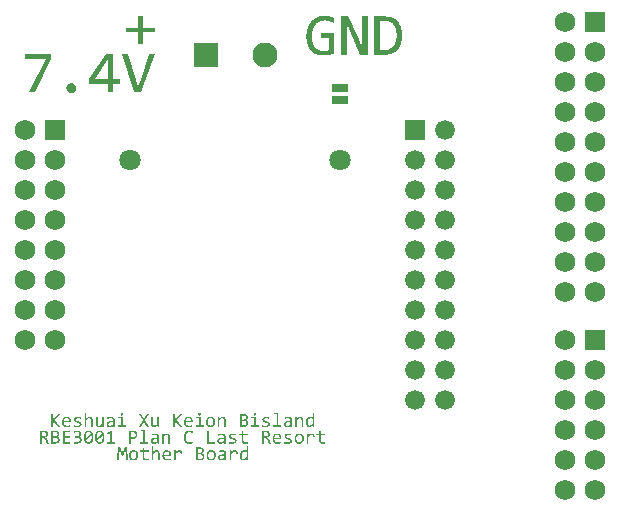
<source format=gts>
G04 Layer_Color=8388736*
%FSLAX25Y25*%
%MOIN*%
G70*
G01*
G75*
%ADD28R,0.05600X0.03100*%
%ADD29C,0.06584*%
%ADD30R,0.06584X0.06584*%
%ADD31C,0.06899*%
%ADD32R,0.06899X0.06899*%
%ADD33R,0.08277X0.08277*%
%ADD34C,0.08277*%
%ADD35C,0.07096*%
G36*
X198331Y344339D02*
X198423Y344332D01*
X198530Y344316D01*
X198653Y344293D01*
X198776Y344262D01*
X198914Y344216D01*
X199045Y344163D01*
X199168Y344093D01*
X199291Y344009D01*
X199398Y343909D01*
X199490Y343786D01*
X199559Y343648D01*
X199605Y343487D01*
X199621Y343395D01*
Y343302D01*
Y343287D01*
Y343241D01*
X199613Y343179D01*
X199598Y343095D01*
X199582Y343003D01*
X199552Y342895D01*
X199506Y342795D01*
X199452Y342696D01*
X199444Y342688D01*
X199421Y342657D01*
X199383Y342611D01*
X199329Y342557D01*
X199252Y342496D01*
X199160Y342442D01*
X199053Y342381D01*
X198922Y342335D01*
X198930D01*
X198953Y342327D01*
X198983Y342319D01*
X199029Y342304D01*
X199129Y342273D01*
X199244Y342219D01*
X199252D01*
X199267Y342204D01*
X199298Y342189D01*
X199337Y342166D01*
X199421Y342097D01*
X199513Y342012D01*
X199521Y342004D01*
X199536Y341989D01*
X199559Y341966D01*
X199582Y341928D01*
X199613Y341889D01*
X199644Y341835D01*
X199705Y341720D01*
Y341713D01*
X199713Y341690D01*
X199728Y341659D01*
X199744Y341613D01*
X199751Y341551D01*
X199767Y341490D01*
X199774Y341336D01*
Y341321D01*
Y341283D01*
X199767Y341229D01*
X199759Y341152D01*
X199744Y341068D01*
X199721Y340975D01*
X199690Y340883D01*
X199652Y340791D01*
X199644Y340783D01*
X199628Y340753D01*
X199605Y340707D01*
X199567Y340653D01*
X199521Y340591D01*
X199460Y340522D01*
X199390Y340453D01*
X199314Y340392D01*
X199306Y340384D01*
X199275Y340369D01*
X199229Y340338D01*
X199168Y340300D01*
X199091Y340261D01*
X198999Y340223D01*
X198899Y340184D01*
X198784Y340146D01*
X198768D01*
X198730Y340131D01*
X198669Y340123D01*
X198584Y340107D01*
X198484Y340092D01*
X198369Y340077D01*
X198238Y340069D01*
X198100Y340061D01*
X196994D01*
Y344347D01*
X198261D01*
X198331Y344339D01*
D02*
G37*
G36*
X205903Y343410D02*
X205988Y343402D01*
X206080Y343387D01*
X206264Y343349D01*
X206272D01*
X206302Y343333D01*
X206348Y343318D01*
X206402Y343295D01*
X206533Y343233D01*
X206663Y343141D01*
X206671Y343133D01*
X206694Y343118D01*
X206725Y343087D01*
X206763Y343049D01*
X206802Y343003D01*
X206848Y342941D01*
X206886Y342880D01*
X206925Y342803D01*
X206932Y342795D01*
X206940Y342765D01*
X206955Y342726D01*
X206971Y342673D01*
X206986Y342596D01*
X207001Y342519D01*
X207017Y342427D01*
Y342327D01*
Y340061D01*
X206502D01*
X206487Y340499D01*
X206471Y340484D01*
X206441Y340453D01*
X206387Y340407D01*
X206318Y340353D01*
X206233Y340284D01*
X206141Y340223D01*
X206041Y340161D01*
X205941Y340115D01*
X205926Y340107D01*
X205895Y340100D01*
X205842Y340077D01*
X205765Y340061D01*
X205680Y340038D01*
X205580Y340015D01*
X205473Y340008D01*
X205358Y340000D01*
X205312D01*
X205258Y340008D01*
X205189D01*
X205112Y340015D01*
X205035Y340031D01*
X204951Y340046D01*
X204874Y340069D01*
X204866D01*
X204843Y340085D01*
X204805Y340100D01*
X204759Y340123D01*
X204651Y340177D01*
X204544Y340261D01*
X204536Y340269D01*
X204521Y340284D01*
X204498Y340315D01*
X204475Y340346D01*
X204436Y340392D01*
X204405Y340445D01*
X204352Y340561D01*
Y340568D01*
X204344Y340591D01*
X204336Y340630D01*
X204329Y340676D01*
X204313Y340730D01*
X204306Y340791D01*
X204298Y340937D01*
Y340945D01*
Y340960D01*
Y340983D01*
X204306Y341021D01*
X204321Y341106D01*
X204344Y341221D01*
X204390Y341344D01*
X204451Y341475D01*
X204544Y341597D01*
X204605Y341659D01*
X204667Y341713D01*
X204674D01*
X204682Y341728D01*
X204705Y341736D01*
X204736Y341759D01*
X204774Y341782D01*
X204820Y341805D01*
X204874Y341828D01*
X204943Y341859D01*
X205012Y341882D01*
X205097Y341905D01*
X205181Y341928D01*
X205281Y341951D01*
X205388Y341974D01*
X205504Y341981D01*
X205627Y341997D01*
X206441D01*
Y342281D01*
Y342296D01*
Y342327D01*
X206433Y342389D01*
X206418Y342450D01*
X206395Y342527D01*
X206356Y342611D01*
X206310Y342688D01*
X206249Y342757D01*
X206241Y342765D01*
X206218Y342788D01*
X206172Y342811D01*
X206110Y342849D01*
X206026Y342880D01*
X205934Y342903D01*
X205819Y342926D01*
X205680Y342934D01*
X205580D01*
X205511Y342926D01*
X205427Y342918D01*
X205327Y342903D01*
X205127Y342865D01*
X205112D01*
X205081Y342857D01*
X205028Y342842D01*
X204958Y342819D01*
X204874Y342795D01*
X204782Y342765D01*
X204574Y342696D01*
Y343210D01*
X204582D01*
X204590Y343218D01*
X204613Y343226D01*
X204644Y343233D01*
X204720Y343256D01*
X204813Y343279D01*
X204820D01*
X204836Y343287D01*
X204859Y343295D01*
X204897Y343302D01*
X204981Y343325D01*
X205089Y343349D01*
X205097D01*
X205112Y343356D01*
X205143D01*
X205189Y343364D01*
X205289Y343379D01*
X205404Y343395D01*
X205412D01*
X205435Y343402D01*
X205465D01*
X205504Y343410D01*
X205611Y343418D01*
X205834D01*
X205903Y343410D01*
D02*
G37*
G36*
X179699Y343356D02*
X181181D01*
Y342880D01*
X179699D01*
Y341198D01*
Y341183D01*
Y341137D01*
X179707Y341075D01*
X179722Y340998D01*
X179745Y340914D01*
X179776Y340829D01*
X179822Y340745D01*
X179883Y340668D01*
X179891Y340661D01*
X179922Y340645D01*
X179960Y340614D01*
X180029Y340584D01*
X180106Y340553D01*
X180198Y340522D01*
X180313Y340507D01*
X180444Y340499D01*
X180544D01*
X180597Y340507D01*
X180651D01*
X180782Y340522D01*
X180789D01*
X180813Y340530D01*
X180851D01*
X180905Y340538D01*
X180966Y340553D01*
X181035Y340568D01*
X181181Y340599D01*
Y340107D01*
X181173D01*
X181150Y340100D01*
X181104Y340092D01*
X181058Y340085D01*
X180997Y340069D01*
X180928Y340061D01*
X180774Y340038D01*
X180736D01*
X180697Y340031D01*
X180643D01*
X180582Y340023D01*
X180513D01*
X180359Y340015D01*
X180298D01*
X180260Y340023D01*
X180206D01*
X180144Y340031D01*
X180014Y340054D01*
X179860Y340085D01*
X179707Y340131D01*
X179561Y340200D01*
X179430Y340292D01*
X179415Y340307D01*
X179384Y340346D01*
X179338Y340415D01*
X179284Y340507D01*
X179223Y340630D01*
X179177Y340776D01*
X179146Y340952D01*
X179131Y341152D01*
Y342880D01*
X178209D01*
Y343356D01*
X179131D01*
Y344255D01*
X179699Y344408D01*
Y343356D01*
D02*
G37*
G36*
X182786D02*
X182763Y342834D01*
X182771Y342842D01*
X182786Y342865D01*
X182809Y342888D01*
X182848Y342926D01*
X182932Y343018D01*
X183024Y343103D01*
X183032Y343110D01*
X183047Y343126D01*
X183070Y343141D01*
X183109Y343172D01*
X183193Y343226D01*
X183285Y343287D01*
X183293D01*
X183308Y343302D01*
X183332Y343310D01*
X183370Y343325D01*
X183454Y343356D01*
X183547Y343387D01*
X183554D01*
X183570Y343395D01*
X183600D01*
X183631Y343402D01*
X183723Y343410D01*
X183831Y343418D01*
X183877D01*
X183915Y343410D01*
X184000Y343402D01*
X184107Y343379D01*
X184230Y343341D01*
X184361Y343287D01*
X184484Y343210D01*
X184591Y343110D01*
X184606Y343095D01*
X184637Y343057D01*
X184676Y342987D01*
X184729Y342888D01*
X184775Y342757D01*
X184821Y342603D01*
X184852Y342419D01*
X184860Y342212D01*
Y340061D01*
X184292D01*
Y342166D01*
Y342173D01*
Y342181D01*
Y342227D01*
X184284Y342296D01*
X184276Y342381D01*
X184253Y342473D01*
X184230Y342565D01*
X184192Y342657D01*
X184146Y342734D01*
X184138Y342742D01*
X184123Y342765D01*
X184084Y342795D01*
X184038Y342834D01*
X183984Y342865D01*
X183915Y342895D01*
X183831Y342918D01*
X183739Y342926D01*
X183700D01*
X183669Y342918D01*
X183600Y342911D01*
X183523Y342888D01*
X183516D01*
X183508Y342880D01*
X183462Y342865D01*
X183393Y342826D01*
X183316Y342780D01*
X183308D01*
X183301Y342765D01*
X183278Y342749D01*
X183247Y342726D01*
X183170Y342657D01*
X183078Y342573D01*
X183070Y342565D01*
X183055Y342550D01*
X183032Y342519D01*
X182994Y342481D01*
X182948Y342435D01*
X182901Y342381D01*
X182848Y342312D01*
X182786Y342243D01*
Y340061D01*
X182218D01*
Y344700D01*
X182786D01*
Y343356D01*
D02*
G37*
G36*
X191511Y343410D02*
X191603Y343402D01*
X191710Y343379D01*
X191833Y343333D01*
X191964Y343272D01*
X192087Y343195D01*
X192140Y343141D01*
X192194Y343080D01*
X192210Y343064D01*
X192217Y343049D01*
X192233Y343018D01*
X192256Y342980D01*
X192279Y342941D01*
X192325Y342834D01*
X192371Y342696D01*
X192417Y342527D01*
X192440Y342327D01*
X192448Y342097D01*
X191872D01*
Y342104D01*
Y342112D01*
Y342135D01*
Y342166D01*
X191864Y342243D01*
X191856Y342335D01*
X191841Y342442D01*
X191818Y342542D01*
X191787Y342642D01*
X191741Y342726D01*
X191733Y342734D01*
X191718Y342757D01*
X191687Y342788D01*
X191641Y342826D01*
X191580Y342865D01*
X191518Y342895D01*
X191434Y342918D01*
X191342Y342926D01*
X191296D01*
X191273Y342918D01*
X191196Y342911D01*
X191111Y342880D01*
X191104D01*
X191088Y342872D01*
X191065Y342865D01*
X191042Y342849D01*
X190965Y342811D01*
X190873Y342749D01*
X190866Y342742D01*
X190850Y342734D01*
X190827Y342711D01*
X190796Y342688D01*
X190712Y342611D01*
X190612Y342511D01*
X190604Y342504D01*
X190589Y342488D01*
X190558Y342458D01*
X190528Y342419D01*
X190482Y342365D01*
X190428Y342312D01*
X190320Y342173D01*
Y340061D01*
X189744D01*
Y343356D01*
X190259D01*
X190274Y342742D01*
Y342749D01*
X190290Y342757D01*
X190328Y342803D01*
X190382Y342865D01*
X190459Y342941D01*
X190543Y343026D01*
X190643Y343110D01*
X190743Y343187D01*
X190850Y343256D01*
X190866Y343264D01*
X190896Y343279D01*
X190958Y343310D01*
X191027Y343341D01*
X191119Y343364D01*
X191211Y343395D01*
X191319Y343410D01*
X191426Y343418D01*
X191472D01*
X191511Y343410D01*
D02*
G37*
G36*
X220261Y349897D02*
X220353D01*
X220453Y349881D01*
X220560Y349866D01*
X220668Y349850D01*
X220775Y349820D01*
X220791D01*
X220821Y349804D01*
X220867Y349789D01*
X220929Y349758D01*
X220998Y349728D01*
X221075Y349689D01*
X221144Y349643D01*
X221213Y349589D01*
X221221Y349582D01*
X221244Y349566D01*
X221275Y349535D01*
X221313Y349489D01*
X221351Y349436D01*
X221397Y349382D01*
X221436Y349313D01*
X221467Y349236D01*
X221474Y349228D01*
X221482Y349198D01*
X221497Y349159D01*
X221513Y349098D01*
X221528Y349036D01*
X221536Y348952D01*
X221551Y348867D01*
Y348775D01*
Y348767D01*
Y348745D01*
Y348706D01*
X221543Y348652D01*
X221536Y348591D01*
X221528Y348529D01*
X221490Y348391D01*
Y348383D01*
X221482Y348360D01*
X221467Y348330D01*
X221444Y348284D01*
X221390Y348184D01*
X221313Y348069D01*
X221305Y348061D01*
X221290Y348046D01*
X221267Y348023D01*
X221236Y347984D01*
X221190Y347946D01*
X221144Y347907D01*
X221021Y347823D01*
X221013Y347815D01*
X220990Y347808D01*
X220960Y347784D01*
X220906Y347761D01*
X220852Y347738D01*
X220783Y347708D01*
X220714Y347685D01*
X220629Y347662D01*
X220637D01*
X220660Y347646D01*
X220691Y347631D01*
X220737Y347608D01*
X220783Y347577D01*
X220829Y347539D01*
X220883Y347493D01*
X220929Y347439D01*
X220937Y347431D01*
X220952Y347408D01*
X220975Y347377D01*
X221013Y347331D01*
X221052Y347270D01*
X221098Y347201D01*
X221144Y347124D01*
X221190Y347032D01*
X221874Y345619D01*
X221213D01*
X220576Y346986D01*
Y346993D01*
X220560Y347016D01*
X220545Y347040D01*
X220530Y347078D01*
X220476Y347162D01*
X220422Y347247D01*
Y347254D01*
X220407Y347262D01*
X220376Y347308D01*
X220322Y347362D01*
X220261Y347416D01*
X220245Y347424D01*
X220207Y347446D01*
X220146Y347477D01*
X220069Y347500D01*
X220061D01*
X220053Y347508D01*
X220030D01*
X220000Y347516D01*
X219931Y347523D01*
X219838Y347531D01*
X219570D01*
Y345619D01*
X218986D01*
Y349904D01*
X220192D01*
X220261Y349897D01*
D02*
G37*
G36*
X157461Y349958D02*
X157554Y349950D01*
X157653Y349935D01*
X157753Y349912D01*
X157853Y349889D01*
X157869D01*
X157899Y349873D01*
X157945Y349858D01*
X158007Y349835D01*
X158076Y349804D01*
X158145Y349766D01*
X158214Y349720D01*
X158283Y349674D01*
X158291Y349666D01*
X158314Y349651D01*
X158345Y349620D01*
X158383Y349582D01*
X158429Y349528D01*
X158475Y349474D01*
X158514Y349405D01*
X158552Y349336D01*
X158560Y349328D01*
X158567Y349305D01*
X158583Y349259D01*
X158598Y349213D01*
X158613Y349144D01*
X158629Y349067D01*
X158644Y348990D01*
Y348898D01*
Y348890D01*
Y348883D01*
Y348837D01*
X158636Y348767D01*
X158621Y348683D01*
X158598Y348583D01*
X158560Y348483D01*
X158514Y348376D01*
X158452Y348276D01*
X158444Y348268D01*
X158414Y348238D01*
X158375Y348191D01*
X158314Y348138D01*
X158245Y348076D01*
X158153Y348007D01*
X158053Y347946D01*
X157938Y347884D01*
X157945D01*
X157968Y347877D01*
X157999Y347869D01*
X158037Y347861D01*
X158145Y347823D01*
X158260Y347777D01*
X158268D01*
X158291Y347761D01*
X158322Y347746D01*
X158360Y347723D01*
X158460Y347662D01*
X158560Y347577D01*
X158567Y347569D01*
X158583Y347554D01*
X158606Y347531D01*
X158636Y347493D01*
X158667Y347454D01*
X158706Y347400D01*
X158767Y347285D01*
X158775Y347278D01*
X158782Y347254D01*
X158798Y347224D01*
X158813Y347178D01*
X158828Y347124D01*
X158836Y347062D01*
X158852Y346993D01*
Y346917D01*
Y346901D01*
Y346870D01*
X158844Y346817D01*
X158836Y346748D01*
X158821Y346663D01*
X158805Y346571D01*
X158775Y346479D01*
X158736Y346387D01*
X158729Y346379D01*
X158713Y346348D01*
X158690Y346302D01*
X158652Y346241D01*
X158598Y346172D01*
X158544Y346095D01*
X158475Y346026D01*
X158391Y345949D01*
X158383Y345941D01*
X158352Y345918D01*
X158299Y345887D01*
X158229Y345841D01*
X158145Y345795D01*
X158045Y345749D01*
X157938Y345703D01*
X157807Y345657D01*
X157792Y345649D01*
X157746Y345642D01*
X157676Y345626D01*
X157577Y345611D01*
X157461Y345588D01*
X157323Y345573D01*
X157170Y345565D01*
X157001Y345557D01*
X156847D01*
X156778Y345565D01*
X156701D01*
X156540Y345580D01*
X156509D01*
X156471Y345588D01*
X156417D01*
X156363Y345596D01*
X156294Y345603D01*
X156164Y345619D01*
Y346133D01*
X156171D01*
X156202Y346126D01*
X156240Y346118D01*
X156294Y346110D01*
X156356Y346102D01*
X156425Y346095D01*
X156586Y346072D01*
X156624D01*
X156670Y346064D01*
X156801D01*
X156878Y346056D01*
X157170D01*
X157239Y346064D01*
X157323Y346072D01*
X157415Y346079D01*
X157508Y346095D01*
X157600Y346110D01*
X157607D01*
X157638Y346118D01*
X157676Y346133D01*
X157730Y346149D01*
X157853Y346202D01*
X157915Y346233D01*
X157968Y346271D01*
X157976Y346279D01*
X157991Y346294D01*
X158022Y346318D01*
X158053Y346348D01*
X158122Y346433D01*
X158183Y346540D01*
Y346548D01*
X158191Y346571D01*
X158206Y346602D01*
X158222Y346640D01*
X158229Y346694D01*
X158245Y346748D01*
X158253Y346886D01*
Y346894D01*
Y346917D01*
X158245Y346947D01*
Y346993D01*
X158214Y347093D01*
X158199Y347139D01*
X158168Y347193D01*
Y347201D01*
X158153Y347216D01*
X158137Y347239D01*
X158114Y347270D01*
X158045Y347339D01*
X157945Y347408D01*
X157938Y347416D01*
X157922Y347424D01*
X157891Y347439D01*
X157853Y347462D01*
X157799Y347485D01*
X157746Y347508D01*
X157607Y347546D01*
X157600D01*
X157569Y347554D01*
X157531Y347562D01*
X157477Y347569D01*
X157415Y347577D01*
X157339Y347585D01*
X157170Y347592D01*
X156686D01*
Y348061D01*
X157246D01*
X157300Y348069D01*
X157408Y348084D01*
X157531Y348107D01*
X157538D01*
X157561Y348115D01*
X157584Y348130D01*
X157623Y348145D01*
X157715Y348191D01*
X157807Y348253D01*
X157815Y348261D01*
X157830Y348268D01*
X157876Y348314D01*
X157930Y348391D01*
X157984Y348483D01*
Y348491D01*
X157991Y348506D01*
X158007Y348537D01*
X158014Y348575D01*
X158030Y348629D01*
X158037Y348683D01*
X158045Y348806D01*
Y348814D01*
Y348821D01*
Y348860D01*
X158037Y348921D01*
X158022Y348998D01*
X157991Y349082D01*
X157953Y349159D01*
X157899Y349236D01*
X157830Y349305D01*
X157822Y349313D01*
X157792Y349328D01*
X157746Y349359D01*
X157676Y349390D01*
X157592Y349413D01*
X157484Y349443D01*
X157362Y349459D01*
X157216Y349466D01*
X157139D01*
X157077Y349459D01*
X157016D01*
X156939Y349451D01*
X156770Y349420D01*
X156763D01*
X156732Y349413D01*
X156686Y349405D01*
X156624Y349390D01*
X156547Y349374D01*
X156463Y349351D01*
X156279Y349297D01*
Y349797D01*
X156286D01*
X156294Y349804D01*
X156317Y349812D01*
X156348Y349820D01*
X156425Y349843D01*
X156509Y349866D01*
X156517D01*
X156532Y349873D01*
X156555D01*
X156594Y349881D01*
X156670Y349897D01*
X156763Y349912D01*
X156770D01*
X156786Y349920D01*
X156809D01*
X156847Y349927D01*
X156924Y349935D01*
X157016Y349950D01*
X157039D01*
X157062Y349958D01*
X157093D01*
X157170Y349966D01*
X157377D01*
X157461Y349958D01*
D02*
G37*
G36*
X174146Y340061D02*
X173578D01*
X173493Y342742D01*
X173455Y343756D01*
X173255Y343164D01*
X172618Y341459D01*
X172211D01*
X171612Y343095D01*
X171412Y343756D01*
X171397Y342696D01*
X171328Y340061D01*
X170775D01*
X170982Y344347D01*
X171673D01*
X172249Y342726D01*
X172441Y342181D01*
X172618Y342726D01*
X173232Y344347D01*
X173939D01*
X174146Y340061D01*
D02*
G37*
G36*
X153963Y354524D02*
X154048Y354517D01*
X154140Y354501D01*
X154240Y354486D01*
X154347Y354455D01*
X154447Y354417D01*
X154462Y354409D01*
X154493Y354394D01*
X154539Y354371D01*
X154601Y354340D01*
X154677Y354294D01*
X154747Y354240D01*
X154823Y354179D01*
X154893Y354110D01*
X154900Y354102D01*
X154923Y354079D01*
X154954Y354033D01*
X155000Y353979D01*
X155038Y353910D01*
X155085Y353825D01*
X155131Y353733D01*
X155169Y353633D01*
X155177Y353618D01*
X155184Y353588D01*
X155200Y353526D01*
X155223Y353449D01*
X155238Y353357D01*
X155253Y353242D01*
X155261Y353127D01*
X155269Y352996D01*
Y352988D01*
Y352973D01*
Y352950D01*
Y352927D01*
Y352858D01*
X155261Y352789D01*
Y352773D01*
Y352743D01*
Y352697D01*
X155253Y352643D01*
X152949D01*
Y352635D01*
Y352620D01*
Y352597D01*
X152957Y352558D01*
X152965Y352466D01*
X152988Y352351D01*
X153019Y352228D01*
X153065Y352098D01*
X153134Y351967D01*
X153226Y351859D01*
X153241Y351852D01*
X153280Y351821D01*
X153341Y351775D01*
X153433Y351729D01*
X153549Y351675D01*
X153687Y351637D01*
X153856Y351606D01*
X154040Y351591D01*
X154224D01*
X154324Y351598D01*
X154378D01*
X154416Y351606D01*
X154501Y351614D01*
X154601Y351621D01*
X154608D01*
X154624Y351629D01*
X154654D01*
X154685Y351637D01*
X154770Y351652D01*
X154862Y351667D01*
X154869D01*
X154885Y351675D01*
X154908Y351683D01*
X154939Y351691D01*
X155008Y351706D01*
X155092Y351729D01*
Y351260D01*
X155085D01*
X155054Y351253D01*
X155000Y351237D01*
X154939Y351222D01*
X154862Y351207D01*
X154770Y351184D01*
X154670Y351168D01*
X154562Y351153D01*
X154547D01*
X154508Y351145D01*
X154455Y351137D01*
X154378D01*
X154286Y351130D01*
X154186Y351122D01*
X154071Y351115D01*
X153886D01*
X153810Y351122D01*
X153710Y351130D01*
X153595Y351137D01*
X153472Y351161D01*
X153349Y351184D01*
X153226Y351222D01*
X153211Y351230D01*
X153180Y351245D01*
X153118Y351268D01*
X153049Y351307D01*
X152972Y351353D01*
X152888Y351414D01*
X152804Y351476D01*
X152727Y351552D01*
X152719Y351560D01*
X152696Y351591D01*
X152658Y351637D01*
X152619Y351706D01*
X152573Y351783D01*
X152527Y351875D01*
X152481Y351975D01*
X152443Y352090D01*
Y352105D01*
X152427Y352144D01*
X152412Y352213D01*
X152397Y352305D01*
X152381Y352405D01*
X152366Y352528D01*
X152358Y352666D01*
X152350Y352812D01*
Y352819D01*
Y352827D01*
Y352873D01*
X152358Y352942D01*
X152366Y353027D01*
X152373Y353127D01*
X152397Y353242D01*
X152419Y353357D01*
X152450Y353472D01*
X152458Y353488D01*
X152466Y353526D01*
X152489Y353580D01*
X152527Y353657D01*
X152565Y353741D01*
X152611Y353833D01*
X152673Y353925D01*
X152734Y354017D01*
X152742Y354025D01*
X152773Y354056D01*
X152811Y354102D01*
X152865Y354156D01*
X152934Y354217D01*
X153011Y354279D01*
X153103Y354340D01*
X153203Y354394D01*
X153218Y354401D01*
X153257Y354417D01*
X153310Y354440D01*
X153387Y354463D01*
X153487Y354486D01*
X153595Y354509D01*
X153710Y354524D01*
X153840Y354532D01*
X153902D01*
X153963Y354524D01*
D02*
G37*
G36*
X194963Y349950D02*
X195047Y349942D01*
X195140Y349935D01*
X195332Y349904D01*
X195347D01*
X195378Y349897D01*
X195424Y349881D01*
X195493Y349866D01*
X195570Y349843D01*
X195654Y349820D01*
X195831Y349750D01*
Y349174D01*
X195823Y349182D01*
X195792Y349198D01*
X195739Y349221D01*
X195677Y349244D01*
X195608Y349274D01*
X195524Y349305D01*
X195339Y349366D01*
X195332D01*
X195293Y349374D01*
X195247Y349390D01*
X195178Y349405D01*
X195101Y349413D01*
X195009Y349428D01*
X194909Y349436D01*
X194748D01*
X194694Y349428D01*
X194625Y349420D01*
X194541Y349405D01*
X194448Y349390D01*
X194349Y349359D01*
X194256Y349320D01*
X194249Y349313D01*
X194218Y349297D01*
X194172Y349274D01*
X194110Y349236D01*
X194049Y349190D01*
X193972Y349136D01*
X193903Y349067D01*
X193834Y348990D01*
X193826Y348983D01*
X193803Y348952D01*
X193772Y348906D01*
X193742Y348844D01*
X193696Y348767D01*
X193650Y348683D01*
X193611Y348575D01*
X193573Y348468D01*
Y348453D01*
X193557Y348414D01*
X193550Y348353D01*
X193534Y348268D01*
X193519Y348161D01*
X193504Y348038D01*
X193496Y347907D01*
X193488Y347761D01*
Y347754D01*
Y347723D01*
Y347685D01*
X193496Y347623D01*
Y347554D01*
X193504Y347477D01*
X193519Y347385D01*
X193534Y347293D01*
X193573Y347093D01*
X193634Y346886D01*
X193719Y346686D01*
X193765Y346594D01*
X193826Y346510D01*
X193834Y346502D01*
X193842Y346494D01*
X193865Y346471D01*
X193888Y346441D01*
X193926Y346410D01*
X193965Y346379D01*
X194018Y346341D01*
X194080Y346302D01*
X194218Y346218D01*
X194387Y346156D01*
X194587Y346102D01*
X194702Y346095D01*
X194817Y346087D01*
X194917D01*
X194986Y346095D01*
X195063Y346102D01*
X195147Y346110D01*
X195339Y346149D01*
X195355D01*
X195385Y346164D01*
X195431Y346172D01*
X195493Y346195D01*
X195570Y346218D01*
X195654Y346256D01*
X195831Y346333D01*
Y345780D01*
X195823D01*
X195808Y345772D01*
X195777Y345757D01*
X195739Y345749D01*
X195693Y345734D01*
X195639Y345711D01*
X195570Y345695D01*
X195501Y345672D01*
X195339Y345634D01*
X195155Y345596D01*
X194955Y345573D01*
X194748Y345565D01*
X194663D01*
X194594Y345573D01*
X194525Y345580D01*
X194433Y345596D01*
X194333Y345611D01*
X194233Y345634D01*
X194118Y345657D01*
X194003Y345695D01*
X193888Y345742D01*
X193772Y345795D01*
X193657Y345857D01*
X193550Y345926D01*
X193442Y346010D01*
X193350Y346102D01*
X193342Y346110D01*
X193327Y346126D01*
X193304Y346156D01*
X193273Y346202D01*
X193235Y346264D01*
X193196Y346333D01*
X193150Y346410D01*
X193112Y346510D01*
X193066Y346617D01*
X193020Y346732D01*
X192981Y346863D01*
X192943Y347009D01*
X192912Y347162D01*
X192889Y347331D01*
X192874Y347516D01*
X192866Y347708D01*
Y347715D01*
Y347731D01*
Y347761D01*
Y347792D01*
X192874Y347838D01*
Y347892D01*
X192882Y348015D01*
X192897Y348161D01*
X192920Y348314D01*
X192951Y348476D01*
X192997Y348637D01*
Y348645D01*
X193005Y348652D01*
X193012Y348675D01*
X193020Y348706D01*
X193051Y348783D01*
X193097Y348883D01*
X193150Y348998D01*
X193219Y349113D01*
X193296Y349228D01*
X193381Y349343D01*
X193396Y349359D01*
X193427Y349390D01*
X193481Y349443D01*
X193550Y349512D01*
X193642Y349582D01*
X193742Y349658D01*
X193857Y349728D01*
X193988Y349797D01*
X193995D01*
X194003Y349804D01*
X194049Y349820D01*
X194126Y349850D01*
X194218Y349881D01*
X194333Y349904D01*
X194471Y349935D01*
X194617Y349950D01*
X194779Y349958D01*
X194886D01*
X194963Y349950D01*
D02*
G37*
G36*
X201986Y354524D02*
X202078Y354517D01*
X202171Y354501D01*
X202278Y354486D01*
X202386Y354455D01*
X202493Y354417D01*
X202508Y354409D01*
X202539Y354394D01*
X202593Y354371D01*
X202662Y354340D01*
X202731Y354294D01*
X202816Y354233D01*
X202892Y354171D01*
X202969Y354094D01*
X202977Y354087D01*
X203000Y354056D01*
X203038Y354010D01*
X203084Y353948D01*
X203131Y353872D01*
X203177Y353787D01*
X203230Y353680D01*
X203269Y353564D01*
X203276Y353549D01*
X203284Y353511D01*
X203299Y353442D01*
X203323Y353357D01*
X203346Y353250D01*
X203361Y353127D01*
X203369Y352988D01*
X203376Y352842D01*
Y352835D01*
Y352827D01*
Y352804D01*
Y352781D01*
X203369Y352704D01*
X203361Y352612D01*
X203346Y352505D01*
X203330Y352382D01*
X203299Y352259D01*
X203261Y352136D01*
X203253Y352121D01*
X203238Y352082D01*
X203215Y352021D01*
X203184Y351952D01*
X203138Y351867D01*
X203084Y351775D01*
X203023Y351683D01*
X202946Y351591D01*
X202939Y351583D01*
X202908Y351552D01*
X202869Y351514D01*
X202808Y351460D01*
X202739Y351406D01*
X202654Y351345D01*
X202562Y351291D01*
X202455Y351237D01*
X202439Y351230D01*
X202401Y351222D01*
X202340Y351199D01*
X202263Y351176D01*
X202163Y351153D01*
X202055Y351137D01*
X201933Y351122D01*
X201794Y351115D01*
X201733D01*
X201671Y351122D01*
X201579Y351130D01*
X201487Y351137D01*
X201379Y351161D01*
X201264Y351184D01*
X201157Y351222D01*
X201141Y351230D01*
X201111Y351245D01*
X201057Y351268D01*
X200995Y351307D01*
X200919Y351345D01*
X200842Y351406D01*
X200757Y351468D01*
X200681Y351545D01*
X200673Y351552D01*
X200650Y351583D01*
X200611Y351629D01*
X200573Y351691D01*
X200527Y351767D01*
X200473Y351859D01*
X200427Y351959D01*
X200389Y352075D01*
X200381Y352090D01*
X200373Y352128D01*
X200358Y352197D01*
X200343Y352282D01*
X200320Y352389D01*
X200304Y352512D01*
X200297Y352650D01*
X200289Y352796D01*
Y352804D01*
Y352812D01*
Y352835D01*
Y352866D01*
X200297Y352935D01*
X200304Y353034D01*
X200312Y353142D01*
X200335Y353257D01*
X200358Y353380D01*
X200396Y353503D01*
X200404Y353518D01*
X200419Y353557D01*
X200443Y353618D01*
X200473Y353687D01*
X200519Y353772D01*
X200573Y353864D01*
X200635Y353956D01*
X200704Y354048D01*
X200711Y354056D01*
X200742Y354087D01*
X200788Y354125D01*
X200842Y354179D01*
X200919Y354233D01*
X201003Y354294D01*
X201095Y354348D01*
X201203Y354401D01*
X201218Y354409D01*
X201257Y354425D01*
X201318Y354440D01*
X201395Y354471D01*
X201495Y354494D01*
X201602Y354509D01*
X201733Y354524D01*
X201863Y354532D01*
X201925D01*
X201986Y354524D01*
D02*
G37*
G36*
X194598D02*
X194683Y354517D01*
X194775Y354501D01*
X194875Y354486D01*
X194982Y354455D01*
X195082Y354417D01*
X195097Y354409D01*
X195128Y354394D01*
X195174Y354371D01*
X195236Y354340D01*
X195312Y354294D01*
X195381Y354240D01*
X195458Y354179D01*
X195527Y354110D01*
X195535Y354102D01*
X195558Y354079D01*
X195589Y354033D01*
X195635Y353979D01*
X195673Y353910D01*
X195719Y353825D01*
X195765Y353733D01*
X195804Y353633D01*
X195811Y353618D01*
X195819Y353588D01*
X195835Y353526D01*
X195858Y353449D01*
X195873Y353357D01*
X195888Y353242D01*
X195896Y353127D01*
X195904Y352996D01*
Y352988D01*
Y352973D01*
Y352950D01*
Y352927D01*
Y352858D01*
X195896Y352789D01*
Y352773D01*
Y352743D01*
Y352697D01*
X195888Y352643D01*
X193584D01*
Y352635D01*
Y352620D01*
Y352597D01*
X193592Y352558D01*
X193600Y352466D01*
X193623Y352351D01*
X193653Y352228D01*
X193700Y352098D01*
X193769Y351967D01*
X193861Y351859D01*
X193876Y351852D01*
X193915Y351821D01*
X193976Y351775D01*
X194068Y351729D01*
X194183Y351675D01*
X194322Y351637D01*
X194491Y351606D01*
X194675Y351591D01*
X194859D01*
X194959Y351598D01*
X195013D01*
X195051Y351606D01*
X195136Y351614D01*
X195236Y351621D01*
X195243D01*
X195259Y351629D01*
X195289D01*
X195320Y351637D01*
X195405Y351652D01*
X195497Y351667D01*
X195504D01*
X195520Y351675D01*
X195543Y351683D01*
X195573Y351691D01*
X195643Y351706D01*
X195727Y351729D01*
Y351260D01*
X195719D01*
X195689Y351253D01*
X195635Y351237D01*
X195573Y351222D01*
X195497Y351207D01*
X195405Y351184D01*
X195305Y351168D01*
X195197Y351153D01*
X195182D01*
X195143Y351145D01*
X195090Y351137D01*
X195013D01*
X194921Y351130D01*
X194821Y351122D01*
X194706Y351115D01*
X194521D01*
X194445Y351122D01*
X194345Y351130D01*
X194229Y351137D01*
X194107Y351161D01*
X193984Y351184D01*
X193861Y351222D01*
X193845Y351230D01*
X193815Y351245D01*
X193753Y351268D01*
X193684Y351307D01*
X193607Y351353D01*
X193523Y351414D01*
X193438Y351476D01*
X193362Y351552D01*
X193354Y351560D01*
X193331Y351591D01*
X193292Y351637D01*
X193254Y351706D01*
X193208Y351783D01*
X193162Y351875D01*
X193116Y351975D01*
X193077Y352090D01*
Y352105D01*
X193062Y352144D01*
X193047Y352213D01*
X193031Y352305D01*
X193016Y352405D01*
X193001Y352528D01*
X192993Y352666D01*
X192985Y352812D01*
Y352819D01*
Y352827D01*
Y352873D01*
X192993Y352942D01*
X193001Y353027D01*
X193008Y353127D01*
X193031Y353242D01*
X193054Y353357D01*
X193085Y353472D01*
X193093Y353488D01*
X193101Y353526D01*
X193123Y353580D01*
X193162Y353657D01*
X193200Y353741D01*
X193246Y353833D01*
X193308Y353925D01*
X193369Y354017D01*
X193377Y354025D01*
X193408Y354056D01*
X193446Y354102D01*
X193500Y354156D01*
X193569Y354217D01*
X193646Y354279D01*
X193738Y354340D01*
X193838Y354394D01*
X193853Y354401D01*
X193892Y354417D01*
X193945Y354440D01*
X194022Y354463D01*
X194122Y354486D01*
X194229Y354509D01*
X194345Y354524D01*
X194475Y354532D01*
X194537D01*
X194598Y354524D01*
D02*
G37*
G36*
X209524Y348967D02*
X209601D01*
X209762Y348952D01*
X209770D01*
X209801Y348944D01*
X209854D01*
X209916Y348937D01*
X209993Y348921D01*
X210077Y348913D01*
X210261Y348875D01*
Y348368D01*
X210246D01*
X210215Y348376D01*
X210162Y348391D01*
X210100Y348407D01*
X210016Y348414D01*
X209931Y348430D01*
X209747Y348460D01*
X209739D01*
X209708Y348468D01*
X209662Y348476D01*
X209609Y348483D01*
X209540D01*
X209470Y348491D01*
X209332Y348499D01*
X209255D01*
X209209Y348491D01*
X209086Y348483D01*
X208971Y348460D01*
X208963D01*
X208948Y348453D01*
X208917Y348445D01*
X208887Y348437D01*
X208810Y348407D01*
X208733Y348368D01*
X208718Y348360D01*
X208687Y348330D01*
X208649Y348291D01*
X208610Y348238D01*
X208603Y348222D01*
X208595Y348191D01*
X208579Y348138D01*
X208572Y348069D01*
Y348053D01*
X208579Y348015D01*
X208587Y347969D01*
X208603Y347907D01*
X208610Y347892D01*
X208633Y347861D01*
X208664Y347823D01*
X208725Y347769D01*
X208733D01*
X208741Y347754D01*
X208764Y347746D01*
X208795Y347723D01*
X208879Y347685D01*
X208987Y347631D01*
X208994D01*
X209017Y347623D01*
X209056Y347608D01*
X209102Y347592D01*
X209171Y347569D01*
X209240Y347546D01*
X209332Y347523D01*
X209424Y347493D01*
X209440Y347485D01*
X209470Y347477D01*
X209524Y347462D01*
X209593Y347439D01*
X209670Y347408D01*
X209755Y347377D01*
X209839Y347347D01*
X209916Y347308D01*
X209924Y347301D01*
X209947Y347293D01*
X209985Y347270D01*
X210031Y347247D01*
X210139Y347185D01*
X210238Y347101D01*
X210246Y347093D01*
X210261Y347078D01*
X210277Y347055D01*
X210308Y347024D01*
X210361Y346940D01*
X210415Y346840D01*
Y346832D01*
X210423Y346817D01*
X210438Y346786D01*
X210446Y346748D01*
X210461Y346694D01*
X210469Y346640D01*
X210476Y346510D01*
Y346502D01*
Y346479D01*
Y346448D01*
X210469Y346410D01*
X210453Y346310D01*
X210415Y346202D01*
Y346195D01*
X210407Y346179D01*
X210392Y346156D01*
X210369Y346118D01*
X210323Y346041D01*
X210254Y345957D01*
X210246Y345949D01*
X210238Y345941D01*
X210215Y345918D01*
X210185Y345895D01*
X210108Y345834D01*
X210016Y345772D01*
X210008D01*
X209993Y345757D01*
X209970Y345749D01*
X209931Y345726D01*
X209839Y345688D01*
X209732Y345649D01*
X209724D01*
X209708Y345642D01*
X209678Y345634D01*
X209632Y345626D01*
X209532Y345603D01*
X209417Y345580D01*
X209386D01*
X209355Y345573D01*
X209317D01*
X209217Y345565D01*
X209102Y345557D01*
X208979D01*
X208902Y345565D01*
X208810D01*
X208702Y345573D01*
X208487Y345588D01*
X208472D01*
X208441Y345596D01*
X208387Y345603D01*
X208318Y345611D01*
X208234Y345626D01*
X208142Y345642D01*
X207942Y345688D01*
Y346210D01*
X207957D01*
X207988Y346195D01*
X208050Y346179D01*
X208119Y346164D01*
X208203Y346141D01*
X208303Y346118D01*
X208510Y346079D01*
X208526D01*
X208557Y346072D01*
X208618Y346064D01*
X208687D01*
X208771Y346056D01*
X208871Y346049D01*
X209079Y346041D01*
X209148D01*
X209217Y346049D01*
X209309Y346056D01*
X209409Y346064D01*
X209509Y346087D01*
X209601Y346110D01*
X209685Y346149D01*
X209693Y346156D01*
X209716Y346172D01*
X209747Y346195D01*
X209785Y346233D01*
X209824Y346279D01*
X209854Y346333D01*
X209877Y346394D01*
X209885Y346463D01*
Y346471D01*
Y346479D01*
X209877Y346517D01*
X209870Y346571D01*
X209847Y346625D01*
X209839Y346640D01*
X209824Y346671D01*
X209785Y346709D01*
X209732Y346755D01*
X209716Y346771D01*
X209701Y346778D01*
X209670Y346801D01*
X209639Y346817D01*
X209593Y346840D01*
X209540Y346870D01*
X209478Y346894D01*
X209470D01*
X209447Y346909D01*
X209409Y346924D01*
X209355Y346940D01*
X209294Y346963D01*
X209209Y346993D01*
X209125Y347024D01*
X209017Y347055D01*
X209010D01*
X208979Y347062D01*
X208941Y347078D01*
X208879Y347093D01*
X208818Y347116D01*
X208749Y347139D01*
X208603Y347201D01*
X208595Y347208D01*
X208572Y347216D01*
X208533Y347232D01*
X208495Y347254D01*
X208387Y347324D01*
X208280Y347400D01*
X208272Y347408D01*
X208257Y347424D01*
X208234Y347446D01*
X208203Y347477D01*
X208134Y347562D01*
X208065Y347669D01*
Y347677D01*
X208050Y347700D01*
X208042Y347731D01*
X208027Y347777D01*
X208011Y347831D01*
X208003Y347892D01*
X207988Y347961D01*
Y348038D01*
Y348046D01*
Y348061D01*
Y348092D01*
X207996Y348130D01*
X208011Y348222D01*
X208050Y348337D01*
Y348345D01*
X208065Y348368D01*
X208080Y348399D01*
X208103Y348437D01*
X208126Y348483D01*
X208165Y348529D01*
X208211Y348583D01*
X208265Y348637D01*
X208272Y348645D01*
X208295Y348660D01*
X208326Y348691D01*
X208372Y348721D01*
X208434Y348760D01*
X208503Y348798D01*
X208587Y348837D01*
X208679Y348875D01*
X208695Y348883D01*
X208725Y348890D01*
X208787Y348906D01*
X208864Y348929D01*
X208956Y348944D01*
X209071Y348959D01*
X209194Y348967D01*
X209340Y348975D01*
X209463D01*
X209524Y348967D01*
D02*
G37*
G36*
X235629D02*
X235721Y348959D01*
X235828Y348937D01*
X235951Y348890D01*
X236082Y348829D01*
X236205Y348752D01*
X236258Y348698D01*
X236312Y348637D01*
X236327Y348622D01*
X236335Y348606D01*
X236350Y348575D01*
X236373Y348537D01*
X236397Y348499D01*
X236443Y348391D01*
X236489Y348253D01*
X236535Y348084D01*
X236558Y347884D01*
X236565Y347654D01*
X235989D01*
Y347662D01*
Y347669D01*
Y347692D01*
Y347723D01*
X235982Y347800D01*
X235974Y347892D01*
X235959Y348000D01*
X235936Y348099D01*
X235905Y348199D01*
X235859Y348284D01*
X235851Y348291D01*
X235836Y348314D01*
X235805Y348345D01*
X235759Y348383D01*
X235698Y348422D01*
X235636Y348453D01*
X235552Y348476D01*
X235459Y348483D01*
X235413D01*
X235390Y348476D01*
X235314Y348468D01*
X235229Y348437D01*
X235221D01*
X235206Y348430D01*
X235183Y348422D01*
X235160Y348407D01*
X235083Y348368D01*
X234991Y348307D01*
X234983Y348299D01*
X234968Y348291D01*
X234945Y348268D01*
X234914Y348245D01*
X234830Y348168D01*
X234730Y348069D01*
X234722Y348061D01*
X234707Y348046D01*
X234676Y348015D01*
X234645Y347976D01*
X234599Y347923D01*
X234546Y347869D01*
X234438Y347731D01*
Y345619D01*
X233862D01*
Y348913D01*
X234377D01*
X234392Y348299D01*
Y348307D01*
X234407Y348314D01*
X234446Y348360D01*
X234500Y348422D01*
X234576Y348499D01*
X234661Y348583D01*
X234761Y348668D01*
X234860Y348745D01*
X234968Y348814D01*
X234983Y348821D01*
X235014Y348837D01*
X235075Y348867D01*
X235145Y348898D01*
X235237Y348921D01*
X235329Y348952D01*
X235437Y348967D01*
X235544Y348975D01*
X235590D01*
X235629Y348967D01*
D02*
G37*
G36*
X187398D02*
X187490Y348959D01*
X187598Y348937D01*
X187721Y348898D01*
X187851Y348844D01*
X187974Y348767D01*
X188082Y348668D01*
X188089Y348652D01*
X188120Y348614D01*
X188166Y348545D01*
X188212Y348445D01*
X188258Y348314D01*
X188304Y348161D01*
X188335Y347976D01*
X188343Y347769D01*
Y345619D01*
X187774D01*
Y347723D01*
Y347731D01*
Y347738D01*
Y347784D01*
X187767Y347854D01*
X187759Y347938D01*
X187736Y348030D01*
X187713Y348122D01*
X187675Y348215D01*
X187628Y348291D01*
X187621Y348299D01*
X187598Y348322D01*
X187567Y348353D01*
X187521Y348391D01*
X187460Y348422D01*
X187383Y348453D01*
X187298Y348476D01*
X187198Y348483D01*
X187183D01*
X187129Y348476D01*
X187068Y348468D01*
X186991Y348445D01*
X186983D01*
X186976Y348437D01*
X186930Y348422D01*
X186861Y348383D01*
X186784Y348337D01*
X186776D01*
X186768Y348322D01*
X186745Y348307D01*
X186715Y348284D01*
X186638Y348215D01*
X186546Y348130D01*
X186538Y348122D01*
X186523Y348107D01*
X186500Y348076D01*
X186469Y348038D01*
X186423Y347992D01*
X186377Y347938D01*
X186323Y347869D01*
X186269Y347800D01*
Y345619D01*
X185701D01*
Y348913D01*
X186200D01*
X186223Y348376D01*
X186231Y348383D01*
X186246Y348407D01*
X186277Y348437D01*
X186315Y348476D01*
X186400Y348568D01*
X186500Y348660D01*
X186507Y348668D01*
X186523Y348683D01*
X186553Y348698D01*
X186584Y348729D01*
X186669Y348783D01*
X186768Y348844D01*
X186776D01*
X186791Y348860D01*
X186814Y348867D01*
X186853Y348883D01*
X186937Y348913D01*
X187029Y348944D01*
X187037D01*
X187053Y348952D01*
X187083D01*
X187114Y348959D01*
X187206Y348967D01*
X187314Y348975D01*
X187360D01*
X187398Y348967D01*
D02*
G37*
G36*
X227995D02*
X228071D01*
X228233Y348952D01*
X228240D01*
X228271Y348944D01*
X228325D01*
X228386Y348937D01*
X228463Y348921D01*
X228548Y348913D01*
X228732Y348875D01*
Y348368D01*
X228716D01*
X228686Y348376D01*
X228632Y348391D01*
X228571Y348407D01*
X228486Y348414D01*
X228402Y348430D01*
X228217Y348460D01*
X228210D01*
X228179Y348468D01*
X228133Y348476D01*
X228079Y348483D01*
X228010D01*
X227941Y348491D01*
X227803Y348499D01*
X227726D01*
X227680Y348491D01*
X227557Y348483D01*
X227442Y348460D01*
X227434D01*
X227419Y348453D01*
X227388Y348445D01*
X227357Y348437D01*
X227280Y348407D01*
X227203Y348368D01*
X227188Y348360D01*
X227157Y348330D01*
X227119Y348291D01*
X227081Y348238D01*
X227073Y348222D01*
X227065Y348191D01*
X227050Y348138D01*
X227042Y348069D01*
Y348053D01*
X227050Y348015D01*
X227058Y347969D01*
X227073Y347907D01*
X227081Y347892D01*
X227104Y347861D01*
X227134Y347823D01*
X227196Y347769D01*
X227203D01*
X227211Y347754D01*
X227234Y347746D01*
X227265Y347723D01*
X227349Y347685D01*
X227457Y347631D01*
X227465D01*
X227488Y347623D01*
X227526Y347608D01*
X227572Y347592D01*
X227641Y347569D01*
X227710Y347546D01*
X227803Y347523D01*
X227895Y347493D01*
X227910Y347485D01*
X227941Y347477D01*
X227995Y347462D01*
X228064Y347439D01*
X228140Y347408D01*
X228225Y347377D01*
X228309Y347347D01*
X228386Y347308D01*
X228394Y347301D01*
X228417Y347293D01*
X228455Y347270D01*
X228501Y347247D01*
X228609Y347185D01*
X228709Y347101D01*
X228716Y347093D01*
X228732Y347078D01*
X228747Y347055D01*
X228778Y347024D01*
X228832Y346940D01*
X228885Y346840D01*
Y346832D01*
X228893Y346817D01*
X228908Y346786D01*
X228916Y346748D01*
X228931Y346694D01*
X228939Y346640D01*
X228947Y346510D01*
Y346502D01*
Y346479D01*
Y346448D01*
X228939Y346410D01*
X228924Y346310D01*
X228885Y346202D01*
Y346195D01*
X228878Y346179D01*
X228862Y346156D01*
X228839Y346118D01*
X228793Y346041D01*
X228724Y345957D01*
X228716Y345949D01*
X228709Y345941D01*
X228686Y345918D01*
X228655Y345895D01*
X228578Y345834D01*
X228486Y345772D01*
X228478D01*
X228463Y345757D01*
X228440Y345749D01*
X228402Y345726D01*
X228309Y345688D01*
X228202Y345649D01*
X228194D01*
X228179Y345642D01*
X228148Y345634D01*
X228102Y345626D01*
X228002Y345603D01*
X227887Y345580D01*
X227856D01*
X227826Y345573D01*
X227787D01*
X227687Y345565D01*
X227572Y345557D01*
X227449D01*
X227373Y345565D01*
X227280D01*
X227173Y345573D01*
X226958Y345588D01*
X226942D01*
X226912Y345596D01*
X226858Y345603D01*
X226789Y345611D01*
X226704Y345626D01*
X226612Y345642D01*
X226413Y345688D01*
Y346210D01*
X226428D01*
X226459Y346195D01*
X226520Y346179D01*
X226589Y346164D01*
X226674Y346141D01*
X226773Y346118D01*
X226981Y346079D01*
X226996D01*
X227027Y346072D01*
X227088Y346064D01*
X227157D01*
X227242Y346056D01*
X227342Y346049D01*
X227549Y346041D01*
X227618D01*
X227687Y346049D01*
X227780Y346056D01*
X227879Y346064D01*
X227979Y346087D01*
X228071Y346110D01*
X228156Y346149D01*
X228164Y346156D01*
X228187Y346172D01*
X228217Y346195D01*
X228256Y346233D01*
X228294Y346279D01*
X228325Y346333D01*
X228348Y346394D01*
X228356Y346463D01*
Y346471D01*
Y346479D01*
X228348Y346517D01*
X228340Y346571D01*
X228317Y346625D01*
X228309Y346640D01*
X228294Y346671D01*
X228256Y346709D01*
X228202Y346755D01*
X228187Y346771D01*
X228171Y346778D01*
X228140Y346801D01*
X228110Y346817D01*
X228064Y346840D01*
X228010Y346870D01*
X227948Y346894D01*
X227941D01*
X227918Y346909D01*
X227879Y346924D01*
X227826Y346940D01*
X227764Y346963D01*
X227680Y346993D01*
X227595Y347024D01*
X227488Y347055D01*
X227480D01*
X227449Y347062D01*
X227411Y347078D01*
X227349Y347093D01*
X227288Y347116D01*
X227219Y347139D01*
X227073Y347201D01*
X227065Y347208D01*
X227042Y347216D01*
X227004Y347232D01*
X226965Y347254D01*
X226858Y347324D01*
X226750Y347400D01*
X226743Y347408D01*
X226727Y347424D01*
X226704Y347446D01*
X226674Y347477D01*
X226605Y347562D01*
X226535Y347669D01*
Y347677D01*
X226520Y347700D01*
X226512Y347731D01*
X226497Y347777D01*
X226482Y347831D01*
X226474Y347892D01*
X226459Y347961D01*
Y348038D01*
Y348046D01*
Y348061D01*
Y348092D01*
X226466Y348130D01*
X226482Y348222D01*
X226520Y348337D01*
Y348345D01*
X226535Y348368D01*
X226551Y348399D01*
X226574Y348437D01*
X226597Y348483D01*
X226635Y348529D01*
X226681Y348583D01*
X226735Y348637D01*
X226743Y348645D01*
X226766Y348660D01*
X226797Y348691D01*
X226843Y348721D01*
X226904Y348760D01*
X226973Y348798D01*
X227058Y348837D01*
X227150Y348875D01*
X227165Y348883D01*
X227196Y348890D01*
X227257Y348906D01*
X227334Y348929D01*
X227426Y348944D01*
X227541Y348959D01*
X227664Y348967D01*
X227810Y348975D01*
X227933D01*
X227995Y348967D01*
D02*
G37*
G36*
X205692D02*
X205776Y348959D01*
X205869Y348944D01*
X206053Y348906D01*
X206061D01*
X206091Y348890D01*
X206137Y348875D01*
X206191Y348852D01*
X206322Y348791D01*
X206452Y348698D01*
X206460Y348691D01*
X206483Y348675D01*
X206514Y348645D01*
X206552Y348606D01*
X206590Y348560D01*
X206637Y348499D01*
X206675Y348437D01*
X206713Y348360D01*
X206721Y348353D01*
X206729Y348322D01*
X206744Y348284D01*
X206759Y348230D01*
X206775Y348153D01*
X206790Y348076D01*
X206805Y347984D01*
Y347884D01*
Y345619D01*
X206291D01*
X206276Y346056D01*
X206260Y346041D01*
X206229Y346010D01*
X206176Y345964D01*
X206107Y345911D01*
X206022Y345841D01*
X205930Y345780D01*
X205830Y345719D01*
X205730Y345672D01*
X205715Y345665D01*
X205684Y345657D01*
X205630Y345634D01*
X205554Y345619D01*
X205469Y345596D01*
X205369Y345573D01*
X205262Y345565D01*
X205147Y345557D01*
X205100D01*
X205047Y345565D01*
X204978D01*
X204901Y345573D01*
X204824Y345588D01*
X204739Y345603D01*
X204663Y345626D01*
X204655D01*
X204632Y345642D01*
X204594Y345657D01*
X204548Y345680D01*
X204440Y345734D01*
X204332Y345818D01*
X204325Y345826D01*
X204309Y345841D01*
X204286Y345872D01*
X204263Y345903D01*
X204225Y345949D01*
X204194Y346003D01*
X204140Y346118D01*
Y346126D01*
X204133Y346149D01*
X204125Y346187D01*
X204117Y346233D01*
X204102Y346287D01*
X204094Y346348D01*
X204087Y346494D01*
Y346502D01*
Y346517D01*
Y346540D01*
X204094Y346579D01*
X204110Y346663D01*
X204133Y346778D01*
X204179Y346901D01*
X204240Y347032D01*
X204332Y347155D01*
X204394Y347216D01*
X204455Y347270D01*
X204463D01*
X204471Y347285D01*
X204494Y347293D01*
X204524Y347316D01*
X204563Y347339D01*
X204609Y347362D01*
X204663Y347385D01*
X204732Y347416D01*
X204801Y347439D01*
X204885Y347462D01*
X204970Y347485D01*
X205070Y347508D01*
X205177Y347531D01*
X205293Y347539D01*
X205415Y347554D01*
X206229D01*
Y347838D01*
Y347854D01*
Y347884D01*
X206222Y347946D01*
X206206Y348007D01*
X206183Y348084D01*
X206145Y348168D01*
X206099Y348245D01*
X206037Y348314D01*
X206030Y348322D01*
X206007Y348345D01*
X205961Y348368D01*
X205899Y348407D01*
X205815Y348437D01*
X205723Y348460D01*
X205607Y348483D01*
X205469Y348491D01*
X205369D01*
X205300Y348483D01*
X205216Y348476D01*
X205116Y348460D01*
X204916Y348422D01*
X204901D01*
X204870Y348414D01*
X204816Y348399D01*
X204747Y348376D01*
X204663Y348353D01*
X204571Y348322D01*
X204363Y348253D01*
Y348767D01*
X204371D01*
X204379Y348775D01*
X204402Y348783D01*
X204432Y348791D01*
X204509Y348814D01*
X204601Y348837D01*
X204609D01*
X204624Y348844D01*
X204647Y348852D01*
X204686Y348860D01*
X204770Y348883D01*
X204878Y348906D01*
X204885D01*
X204901Y348913D01*
X204931D01*
X204978Y348921D01*
X205077Y348937D01*
X205193Y348952D01*
X205200D01*
X205223Y348959D01*
X205254D01*
X205293Y348967D01*
X205400Y348975D01*
X205623D01*
X205692Y348967D01*
D02*
G37*
G36*
X231504D02*
X231596Y348959D01*
X231689Y348944D01*
X231796Y348929D01*
X231904Y348898D01*
X232011Y348860D01*
X232027Y348852D01*
X232057Y348837D01*
X232111Y348814D01*
X232180Y348783D01*
X232249Y348737D01*
X232334Y348675D01*
X232411Y348614D01*
X232487Y348537D01*
X232495Y348529D01*
X232518Y348499D01*
X232557Y348453D01*
X232603Y348391D01*
X232649Y348314D01*
X232695Y348230D01*
X232749Y348122D01*
X232787Y348007D01*
X232795Y347992D01*
X232802Y347953D01*
X232818Y347884D01*
X232841Y347800D01*
X232864Y347692D01*
X232879Y347569D01*
X232887Y347431D01*
X232894Y347285D01*
Y347278D01*
Y347270D01*
Y347247D01*
Y347224D01*
X232887Y347147D01*
X232879Y347055D01*
X232864Y346947D01*
X232848Y346824D01*
X232818Y346702D01*
X232779Y346579D01*
X232771Y346563D01*
X232756Y346525D01*
X232733Y346463D01*
X232702Y346394D01*
X232656Y346310D01*
X232603Y346218D01*
X232541Y346126D01*
X232464Y346033D01*
X232457Y346026D01*
X232426Y345995D01*
X232387Y345957D01*
X232326Y345903D01*
X232257Y345849D01*
X232172Y345788D01*
X232080Y345734D01*
X231973Y345680D01*
X231957Y345672D01*
X231919Y345665D01*
X231858Y345642D01*
X231781Y345619D01*
X231681Y345596D01*
X231573Y345580D01*
X231451Y345565D01*
X231312Y345557D01*
X231251D01*
X231189Y345565D01*
X231097Y345573D01*
X231005Y345580D01*
X230898Y345603D01*
X230782Y345626D01*
X230675Y345665D01*
X230660Y345672D01*
X230629Y345688D01*
X230575Y345711D01*
X230514Y345749D01*
X230437Y345788D01*
X230360Y345849D01*
X230276Y345911D01*
X230199Y345987D01*
X230191Y345995D01*
X230168Y346026D01*
X230130Y346072D01*
X230091Y346133D01*
X230045Y346210D01*
X229991Y346302D01*
X229945Y346402D01*
X229907Y346517D01*
X229899Y346533D01*
X229891Y346571D01*
X229876Y346640D01*
X229861Y346725D01*
X229838Y346832D01*
X229822Y346955D01*
X229815Y347093D01*
X229807Y347239D01*
Y347247D01*
Y347254D01*
Y347278D01*
Y347308D01*
X229815Y347377D01*
X229822Y347477D01*
X229830Y347585D01*
X229853Y347700D01*
X229876Y347823D01*
X229915Y347946D01*
X229922Y347961D01*
X229938Y348000D01*
X229961Y348061D01*
X229991Y348130D01*
X230037Y348215D01*
X230091Y348307D01*
X230153Y348399D01*
X230222Y348491D01*
X230229Y348499D01*
X230260Y348529D01*
X230306Y348568D01*
X230360Y348622D01*
X230437Y348675D01*
X230521Y348737D01*
X230613Y348791D01*
X230721Y348844D01*
X230736Y348852D01*
X230775Y348867D01*
X230836Y348883D01*
X230913Y348913D01*
X231013Y348937D01*
X231120Y348952D01*
X231251Y348967D01*
X231381Y348975D01*
X231443D01*
X231504Y348967D01*
D02*
G37*
G36*
X224116D02*
X224201Y348959D01*
X224293Y348944D01*
X224393Y348929D01*
X224500Y348898D01*
X224600Y348860D01*
X224615Y348852D01*
X224646Y348837D01*
X224692Y348814D01*
X224754Y348783D01*
X224830Y348737D01*
X224900Y348683D01*
X224976Y348622D01*
X225045Y348552D01*
X225053Y348545D01*
X225076Y348522D01*
X225107Y348476D01*
X225153Y348422D01*
X225191Y348353D01*
X225237Y348268D01*
X225284Y348176D01*
X225322Y348076D01*
X225330Y348061D01*
X225337Y348030D01*
X225353Y347969D01*
X225376Y347892D01*
X225391Y347800D01*
X225406Y347685D01*
X225414Y347569D01*
X225422Y347439D01*
Y347431D01*
Y347416D01*
Y347393D01*
Y347370D01*
Y347301D01*
X225414Y347232D01*
Y347216D01*
Y347185D01*
Y347139D01*
X225406Y347086D01*
X223102D01*
Y347078D01*
Y347062D01*
Y347040D01*
X223110Y347001D01*
X223118Y346909D01*
X223141Y346794D01*
X223171Y346671D01*
X223218Y346540D01*
X223287Y346410D01*
X223379Y346302D01*
X223394Y346294D01*
X223433Y346264D01*
X223494Y346218D01*
X223586Y346172D01*
X223701Y346118D01*
X223840Y346079D01*
X224009Y346049D01*
X224193Y346033D01*
X224377D01*
X224477Y346041D01*
X224531D01*
X224569Y346049D01*
X224654Y346056D01*
X224754Y346064D01*
X224761D01*
X224777Y346072D01*
X224807D01*
X224838Y346079D01*
X224923Y346095D01*
X225015Y346110D01*
X225022D01*
X225038Y346118D01*
X225061Y346126D01*
X225092Y346133D01*
X225161Y346149D01*
X225245Y346172D01*
Y345703D01*
X225237D01*
X225207Y345695D01*
X225153Y345680D01*
X225092Y345665D01*
X225015Y345649D01*
X224923Y345626D01*
X224823Y345611D01*
X224715Y345596D01*
X224700D01*
X224661Y345588D01*
X224608Y345580D01*
X224531D01*
X224439Y345573D01*
X224339Y345565D01*
X224224Y345557D01*
X224039D01*
X223963Y345565D01*
X223863Y345573D01*
X223747Y345580D01*
X223625Y345603D01*
X223502Y345626D01*
X223379Y345665D01*
X223363Y345672D01*
X223333Y345688D01*
X223271Y345711D01*
X223202Y345749D01*
X223125Y345795D01*
X223041Y345857D01*
X222956Y345918D01*
X222880Y345995D01*
X222872Y346003D01*
X222849Y346033D01*
X222811Y346079D01*
X222772Y346149D01*
X222726Y346225D01*
X222680Y346318D01*
X222634Y346417D01*
X222596Y346533D01*
Y346548D01*
X222580Y346586D01*
X222565Y346656D01*
X222549Y346748D01*
X222534Y346848D01*
X222519Y346970D01*
X222511Y347109D01*
X222503Y347254D01*
Y347262D01*
Y347270D01*
Y347316D01*
X222511Y347385D01*
X222519Y347470D01*
X222526Y347569D01*
X222549Y347685D01*
X222572Y347800D01*
X222603Y347915D01*
X222611Y347930D01*
X222619Y347969D01*
X222642Y348023D01*
X222680Y348099D01*
X222718Y348184D01*
X222764Y348276D01*
X222826Y348368D01*
X222887Y348460D01*
X222895Y348468D01*
X222926Y348499D01*
X222964Y348545D01*
X223018Y348599D01*
X223087Y348660D01*
X223164Y348721D01*
X223256Y348783D01*
X223356Y348837D01*
X223371Y348844D01*
X223410Y348860D01*
X223463Y348883D01*
X223540Y348906D01*
X223640Y348929D01*
X223747Y348952D01*
X223863Y348967D01*
X223993Y348975D01*
X224055D01*
X224116Y348967D01*
D02*
G37*
G36*
X238593Y348913D02*
X240075D01*
Y348437D01*
X238593D01*
Y346755D01*
Y346740D01*
Y346694D01*
X238601Y346633D01*
X238616Y346556D01*
X238639Y346471D01*
X238670Y346387D01*
X238716Y346302D01*
X238777Y346225D01*
X238785Y346218D01*
X238816Y346202D01*
X238854Y346172D01*
X238923Y346141D01*
X239000Y346110D01*
X239092Y346079D01*
X239207Y346064D01*
X239338Y346056D01*
X239438D01*
X239492Y346064D01*
X239545D01*
X239676Y346079D01*
X239684D01*
X239707Y346087D01*
X239745D01*
X239799Y346095D01*
X239860Y346110D01*
X239929Y346126D01*
X240075Y346156D01*
Y345665D01*
X240068D01*
X240044Y345657D01*
X239998Y345649D01*
X239952Y345642D01*
X239891Y345626D01*
X239822Y345619D01*
X239668Y345596D01*
X239630D01*
X239591Y345588D01*
X239538D01*
X239476Y345580D01*
X239407D01*
X239253Y345573D01*
X239192D01*
X239154Y345580D01*
X239100D01*
X239038Y345588D01*
X238908Y345611D01*
X238754Y345642D01*
X238601Y345688D01*
X238455Y345757D01*
X238324Y345849D01*
X238309Y345864D01*
X238278Y345903D01*
X238232Y345972D01*
X238178Y346064D01*
X238117Y346187D01*
X238071Y346333D01*
X238040Y346510D01*
X238025Y346709D01*
Y348437D01*
X237103D01*
Y348913D01*
X238025D01*
Y349812D01*
X238593Y349966D01*
Y348913D01*
D02*
G37*
G36*
X212734D02*
X214217D01*
Y348437D01*
X212734D01*
Y346755D01*
Y346740D01*
Y346694D01*
X212742Y346633D01*
X212757Y346556D01*
X212780Y346471D01*
X212811Y346387D01*
X212857Y346302D01*
X212919Y346225D01*
X212926Y346218D01*
X212957Y346202D01*
X212996Y346172D01*
X213065Y346141D01*
X213141Y346110D01*
X213234Y346079D01*
X213349Y346064D01*
X213479Y346056D01*
X213579D01*
X213633Y346064D01*
X213687D01*
X213817Y346079D01*
X213825D01*
X213848Y346087D01*
X213886D01*
X213940Y346095D01*
X214002Y346110D01*
X214071Y346126D01*
X214217Y346156D01*
Y345665D01*
X214209D01*
X214186Y345657D01*
X214140Y345649D01*
X214094Y345642D01*
X214032Y345626D01*
X213963Y345619D01*
X213810Y345596D01*
X213771D01*
X213733Y345588D01*
X213679D01*
X213618Y345580D01*
X213548D01*
X213395Y345573D01*
X213333D01*
X213295Y345580D01*
X213241D01*
X213180Y345588D01*
X213049Y345611D01*
X212896Y345642D01*
X212742Y345688D01*
X212596Y345757D01*
X212466Y345849D01*
X212450Y345864D01*
X212420Y345903D01*
X212373Y345972D01*
X212320Y346064D01*
X212258Y346187D01*
X212212Y346333D01*
X212181Y346510D01*
X212166Y346709D01*
Y348437D01*
X211245D01*
Y348913D01*
X212166D01*
Y349812D01*
X212734Y349966D01*
Y348913D01*
D02*
G37*
G36*
X214405Y340061D02*
X213890D01*
X213867Y340676D01*
X213860Y340661D01*
X213829Y340622D01*
X213775Y340561D01*
X213714Y340484D01*
X213637Y340399D01*
X213545Y340315D01*
X213453Y340230D01*
X213345Y340161D01*
X213330Y340154D01*
X213299Y340138D01*
X213237Y340107D01*
X213168Y340085D01*
X213076Y340054D01*
X212976Y340023D01*
X212861Y340008D01*
X212746Y340000D01*
X212700D01*
X212646Y340008D01*
X212577Y340015D01*
X212500Y340031D01*
X212416Y340046D01*
X212331Y340077D01*
X212247Y340115D01*
X212239Y340123D01*
X212208Y340138D01*
X212170Y340161D01*
X212124Y340200D01*
X212062Y340246D01*
X212001Y340307D01*
X211947Y340369D01*
X211886Y340445D01*
X211878Y340453D01*
X211863Y340484D01*
X211840Y340530D01*
X211809Y340591D01*
X211778Y340668D01*
X211740Y340753D01*
X211709Y340852D01*
X211678Y340960D01*
Y340975D01*
X211671Y341014D01*
X211655Y341075D01*
X211648Y341160D01*
X211632Y341260D01*
X211617Y341375D01*
X211609Y341498D01*
Y341636D01*
Y341644D01*
Y341651D01*
Y341674D01*
Y341705D01*
X211617Y341789D01*
X211625Y341889D01*
X211632Y342004D01*
X211655Y342127D01*
X211678Y342258D01*
X211717Y342381D01*
Y342389D01*
X211724Y342396D01*
X211740Y342435D01*
X211763Y342496D01*
X211801Y342573D01*
X211847Y342665D01*
X211901Y342757D01*
X211963Y342849D01*
X212039Y342934D01*
X212047Y342941D01*
X212078Y342972D01*
X212124Y343011D01*
X212185Y343057D01*
X212262Y343118D01*
X212347Y343172D01*
X212446Y343226D01*
X212554Y343272D01*
X212569Y343279D01*
X212608Y343295D01*
X212669Y343310D01*
X212746Y343333D01*
X212846Y343356D01*
X212961Y343379D01*
X213084Y343387D01*
X213214Y343395D01*
X213314D01*
X213414Y343387D01*
X213522Y343372D01*
X213529D01*
X213545Y343364D01*
X213575D01*
X213621Y343356D01*
X213714Y343333D01*
X213829Y343310D01*
Y344700D01*
X214405D01*
Y340061D01*
D02*
G37*
G36*
X209981Y343410D02*
X210073Y343402D01*
X210181Y343379D01*
X210304Y343333D01*
X210434Y343272D01*
X210557Y343195D01*
X210611Y343141D01*
X210665Y343080D01*
X210680Y343064D01*
X210688Y343049D01*
X210703Y343018D01*
X210726Y342980D01*
X210749Y342941D01*
X210795Y342834D01*
X210841Y342696D01*
X210887Y342527D01*
X210910Y342327D01*
X210918Y342097D01*
X210342D01*
Y342104D01*
Y342112D01*
Y342135D01*
Y342166D01*
X210334Y342243D01*
X210327Y342335D01*
X210311Y342442D01*
X210288Y342542D01*
X210258Y342642D01*
X210211Y342726D01*
X210204Y342734D01*
X210189Y342757D01*
X210158Y342788D01*
X210112Y342826D01*
X210050Y342865D01*
X209989Y342895D01*
X209904Y342918D01*
X209812Y342926D01*
X209766D01*
X209743Y342918D01*
X209666Y342911D01*
X209582Y342880D01*
X209574D01*
X209559Y342872D01*
X209536Y342865D01*
X209513Y342849D01*
X209436Y342811D01*
X209344Y342749D01*
X209336Y342742D01*
X209321Y342734D01*
X209298Y342711D01*
X209267Y342688D01*
X209182Y342611D01*
X209083Y342511D01*
X209075Y342504D01*
X209060Y342488D01*
X209029Y342458D01*
X208998Y342419D01*
X208952Y342365D01*
X208898Y342312D01*
X208791Y342173D01*
Y340061D01*
X208215D01*
Y343356D01*
X208729D01*
X208745Y342742D01*
Y342749D01*
X208760Y342757D01*
X208798Y342803D01*
X208852Y342865D01*
X208929Y342941D01*
X209013Y343026D01*
X209113Y343110D01*
X209213Y343187D01*
X209321Y343256D01*
X209336Y343264D01*
X209367Y343279D01*
X209428Y343310D01*
X209497Y343341D01*
X209589Y343364D01*
X209682Y343395D01*
X209789Y343410D01*
X209897Y343418D01*
X209943D01*
X209981Y343410D01*
D02*
G37*
G36*
X165019Y349958D02*
X165103Y349950D01*
X165203Y349935D01*
X165303Y349912D01*
X165410Y349881D01*
X165518Y349835D01*
X165533Y349827D01*
X165564Y349812D01*
X165618Y349781D01*
X165687Y349735D01*
X165763Y349681D01*
X165840Y349612D01*
X165925Y349528D01*
X166002Y349428D01*
X166009Y349413D01*
X166032Y349382D01*
X166071Y349320D01*
X166117Y349244D01*
X166163Y349144D01*
X166217Y349029D01*
X166263Y348890D01*
X166309Y348745D01*
Y348737D01*
X166316Y348729D01*
Y348706D01*
X166324Y348668D01*
X166340Y348629D01*
X166347Y348583D01*
X166370Y348468D01*
X166386Y348322D01*
X166409Y348153D01*
X166416Y347961D01*
X166424Y347754D01*
Y347746D01*
Y347731D01*
Y347708D01*
Y347669D01*
Y347631D01*
X166416Y347577D01*
X166409Y347454D01*
X166401Y347316D01*
X166386Y347170D01*
X166355Y347009D01*
X166324Y346855D01*
Y346848D01*
X166316Y346840D01*
Y346817D01*
X166309Y346786D01*
X166286Y346717D01*
X166247Y346617D01*
X166209Y346510D01*
X166155Y346394D01*
X166094Y346279D01*
X166025Y346164D01*
X166017Y346149D01*
X165986Y346118D01*
X165948Y346064D01*
X165886Y345995D01*
X165817Y345926D01*
X165733Y345849D01*
X165633Y345780D01*
X165525Y345711D01*
X165510Y345703D01*
X165472Y345688D01*
X165410Y345665D01*
X165326Y345634D01*
X165226Y345603D01*
X165103Y345580D01*
X164972Y345565D01*
X164827Y345557D01*
X164765D01*
X164704Y345565D01*
X164619Y345573D01*
X164519Y345588D01*
X164412Y345611D01*
X164304Y345642D01*
X164197Y345680D01*
X164181Y345688D01*
X164151Y345703D01*
X164097Y345734D01*
X164035Y345780D01*
X163959Y345834D01*
X163882Y345903D01*
X163797Y345987D01*
X163721Y346079D01*
X163713Y346095D01*
X163690Y346126D01*
X163652Y346187D01*
X163605Y346264D01*
X163559Y346364D01*
X163506Y346479D01*
X163460Y346617D01*
X163413Y346763D01*
Y346771D01*
X163406Y346786D01*
Y346809D01*
X163398Y346840D01*
X163390Y346878D01*
X163383Y346924D01*
X163360Y347047D01*
X163337Y347193D01*
X163321Y347362D01*
X163314Y347546D01*
X163306Y347754D01*
Y347761D01*
Y347777D01*
Y347800D01*
Y347838D01*
Y347877D01*
X163314Y347930D01*
X163321Y348053D01*
X163329Y348191D01*
X163352Y348337D01*
X163375Y348499D01*
X163406Y348652D01*
Y348660D01*
X163413Y348668D01*
Y348691D01*
X163421Y348721D01*
X163444Y348798D01*
X163483Y348890D01*
X163521Y349006D01*
X163575Y349121D01*
X163628Y349236D01*
X163698Y349351D01*
X163705Y349366D01*
X163736Y349397D01*
X163774Y349451D01*
X163836Y349520D01*
X163905Y349589D01*
X163989Y349666D01*
X164089Y349735D01*
X164197Y349804D01*
X164212Y349812D01*
X164251Y349827D01*
X164312Y349858D01*
X164397Y349889D01*
X164496Y349912D01*
X164619Y349942D01*
X164750Y349958D01*
X164896Y349966D01*
X164957D01*
X165019Y349958D01*
D02*
G37*
G36*
X161325D02*
X161409Y349950D01*
X161509Y349935D01*
X161609Y349912D01*
X161716Y349881D01*
X161824Y349835D01*
X161839Y349827D01*
X161870Y349812D01*
X161924Y349781D01*
X161993Y349735D01*
X162069Y349681D01*
X162146Y349612D01*
X162231Y349528D01*
X162308Y349428D01*
X162315Y349413D01*
X162338Y349382D01*
X162377Y349320D01*
X162423Y349244D01*
X162469Y349144D01*
X162523Y349029D01*
X162569Y348890D01*
X162615Y348745D01*
Y348737D01*
X162622Y348729D01*
Y348706D01*
X162630Y348668D01*
X162645Y348629D01*
X162653Y348583D01*
X162676Y348468D01*
X162691Y348322D01*
X162715Y348153D01*
X162722Y347961D01*
X162730Y347754D01*
Y347746D01*
Y347731D01*
Y347708D01*
Y347669D01*
Y347631D01*
X162722Y347577D01*
X162715Y347454D01*
X162707Y347316D01*
X162691Y347170D01*
X162661Y347009D01*
X162630Y346855D01*
Y346848D01*
X162622Y346840D01*
Y346817D01*
X162615Y346786D01*
X162592Y346717D01*
X162553Y346617D01*
X162515Y346510D01*
X162461Y346394D01*
X162400Y346279D01*
X162331Y346164D01*
X162323Y346149D01*
X162292Y346118D01*
X162254Y346064D01*
X162192Y345995D01*
X162123Y345926D01*
X162039Y345849D01*
X161939Y345780D01*
X161831Y345711D01*
X161816Y345703D01*
X161778Y345688D01*
X161716Y345665D01*
X161632Y345634D01*
X161532Y345603D01*
X161409Y345580D01*
X161278Y345565D01*
X161133Y345557D01*
X161071D01*
X161010Y345565D01*
X160925Y345573D01*
X160825Y345588D01*
X160718Y345611D01*
X160610Y345642D01*
X160503Y345680D01*
X160487Y345688D01*
X160457Y345703D01*
X160403Y345734D01*
X160341Y345780D01*
X160265Y345834D01*
X160188Y345903D01*
X160103Y345987D01*
X160027Y346079D01*
X160019Y346095D01*
X159996Y346126D01*
X159957Y346187D01*
X159911Y346264D01*
X159865Y346364D01*
X159811Y346479D01*
X159765Y346617D01*
X159719Y346763D01*
Y346771D01*
X159712Y346786D01*
Y346809D01*
X159704Y346840D01*
X159696Y346878D01*
X159689Y346924D01*
X159666Y347047D01*
X159643Y347193D01*
X159627Y347362D01*
X159619Y347546D01*
X159612Y347754D01*
Y347761D01*
Y347777D01*
Y347800D01*
Y347838D01*
Y347877D01*
X159619Y347930D01*
X159627Y348053D01*
X159635Y348191D01*
X159658Y348337D01*
X159681Y348499D01*
X159712Y348652D01*
Y348660D01*
X159719Y348668D01*
Y348691D01*
X159727Y348721D01*
X159750Y348798D01*
X159789Y348890D01*
X159827Y349006D01*
X159881Y349121D01*
X159934Y349236D01*
X160003Y349351D01*
X160011Y349366D01*
X160042Y349397D01*
X160080Y349451D01*
X160142Y349520D01*
X160211Y349589D01*
X160295Y349666D01*
X160395Y349735D01*
X160503Y349804D01*
X160518Y349812D01*
X160556Y349827D01*
X160618Y349858D01*
X160702Y349889D01*
X160802Y349912D01*
X160925Y349942D01*
X161056Y349958D01*
X161202Y349966D01*
X161263D01*
X161325Y349958D01*
D02*
G37*
G36*
X180010Y346095D02*
X180993D01*
Y345619D01*
X178351D01*
Y346095D01*
X179434D01*
Y349789D01*
X178459D01*
Y350257D01*
X180010D01*
Y346095D01*
D02*
G37*
G36*
X176016Y349897D02*
X176109Y349889D01*
X176216Y349873D01*
X176431Y349827D01*
X176446D01*
X176485Y349812D01*
X176539Y349797D01*
X176608Y349774D01*
X176692Y349743D01*
X176777Y349704D01*
X176861Y349651D01*
X176946Y349597D01*
X176953Y349589D01*
X176984Y349566D01*
X177022Y349535D01*
X177076Y349489D01*
X177130Y349428D01*
X177191Y349359D01*
X177245Y349282D01*
X177299Y349190D01*
X177307Y349182D01*
X177322Y349144D01*
X177345Y349090D01*
X177368Y349021D01*
X177391Y348937D01*
X177414Y348837D01*
X177429Y348721D01*
X177437Y348591D01*
Y348575D01*
Y348545D01*
X177429Y348491D01*
X177422Y348422D01*
X177414Y348345D01*
X177399Y348253D01*
X177368Y348161D01*
X177337Y348061D01*
X177330Y348053D01*
X177322Y348015D01*
X177291Y347969D01*
X177260Y347907D01*
X177222Y347838D01*
X177168Y347761D01*
X177107Y347677D01*
X177030Y347600D01*
X177022Y347592D01*
X176992Y347569D01*
X176946Y347531D01*
X176884Y347485D01*
X176807Y347431D01*
X176723Y347377D01*
X176615Y347324D01*
X176500Y347278D01*
X176485Y347270D01*
X176446Y347262D01*
X176377Y347239D01*
X176285Y347216D01*
X176170Y347193D01*
X176039Y347178D01*
X175893Y347162D01*
X175732Y347155D01*
X175202D01*
Y345619D01*
X174619D01*
Y349904D01*
X175940D01*
X176016Y349897D01*
D02*
G37*
G36*
X201314Y346118D02*
X203188D01*
Y345619D01*
X200723D01*
Y349904D01*
X201314D01*
Y346118D01*
D02*
G37*
G36*
X183527Y348967D02*
X183612Y348959D01*
X183704Y348944D01*
X183888Y348906D01*
X183896D01*
X183927Y348890D01*
X183973Y348875D01*
X184027Y348852D01*
X184157Y348791D01*
X184288Y348698D01*
X184295Y348691D01*
X184318Y348675D01*
X184349Y348645D01*
X184388Y348606D01*
X184426Y348560D01*
X184472Y348499D01*
X184510Y348437D01*
X184549Y348360D01*
X184556Y348353D01*
X184564Y348322D01*
X184580Y348284D01*
X184595Y348230D01*
X184610Y348153D01*
X184626Y348076D01*
X184641Y347984D01*
Y347884D01*
Y345619D01*
X184126D01*
X184111Y346056D01*
X184096Y346041D01*
X184065Y346010D01*
X184011Y345964D01*
X183942Y345911D01*
X183858Y345841D01*
X183765Y345780D01*
X183666Y345719D01*
X183566Y345672D01*
X183550Y345665D01*
X183520Y345657D01*
X183466Y345634D01*
X183389Y345619D01*
X183305Y345596D01*
X183205Y345573D01*
X183097Y345565D01*
X182982Y345557D01*
X182936D01*
X182882Y345565D01*
X182813D01*
X182736Y345573D01*
X182659Y345588D01*
X182575Y345603D01*
X182498Y345626D01*
X182491D01*
X182467Y345642D01*
X182429Y345657D01*
X182383Y345680D01*
X182275Y345734D01*
X182168Y345818D01*
X182160Y345826D01*
X182145Y345841D01*
X182122Y345872D01*
X182099Y345903D01*
X182061Y345949D01*
X182030Y346003D01*
X181976Y346118D01*
Y346126D01*
X181968Y346149D01*
X181961Y346187D01*
X181953Y346233D01*
X181938Y346287D01*
X181930Y346348D01*
X181922Y346494D01*
Y346502D01*
Y346517D01*
Y346540D01*
X181930Y346579D01*
X181945Y346663D01*
X181968Y346778D01*
X182014Y346901D01*
X182076Y347032D01*
X182168Y347155D01*
X182229Y347216D01*
X182291Y347270D01*
X182299D01*
X182306Y347285D01*
X182329Y347293D01*
X182360Y347316D01*
X182398Y347339D01*
X182445Y347362D01*
X182498Y347385D01*
X182567Y347416D01*
X182636Y347439D01*
X182721Y347462D01*
X182805Y347485D01*
X182905Y347508D01*
X183013Y347531D01*
X183128Y347539D01*
X183251Y347554D01*
X184065D01*
Y347838D01*
Y347854D01*
Y347884D01*
X184057Y347946D01*
X184042Y348007D01*
X184019Y348084D01*
X183981Y348168D01*
X183934Y348245D01*
X183873Y348314D01*
X183865Y348322D01*
X183842Y348345D01*
X183796Y348368D01*
X183735Y348407D01*
X183650Y348437D01*
X183558Y348460D01*
X183443Y348483D01*
X183305Y348491D01*
X183205D01*
X183136Y348483D01*
X183051Y348476D01*
X182951Y348460D01*
X182752Y348422D01*
X182736D01*
X182706Y348414D01*
X182652Y348399D01*
X182583Y348376D01*
X182498Y348353D01*
X182406Y348322D01*
X182199Y348253D01*
Y348767D01*
X182206D01*
X182214Y348775D01*
X182237Y348783D01*
X182268Y348791D01*
X182345Y348814D01*
X182437Y348837D01*
X182445D01*
X182460Y348844D01*
X182483Y348852D01*
X182521Y348860D01*
X182606Y348883D01*
X182713Y348906D01*
X182721D01*
X182736Y348913D01*
X182767D01*
X182813Y348921D01*
X182913Y348937D01*
X183028Y348952D01*
X183036D01*
X183059Y348959D01*
X183090D01*
X183128Y348967D01*
X183236Y348975D01*
X183458D01*
X183527Y348967D01*
D02*
G37*
G36*
X150096Y349897D02*
X150189Y349889D01*
X150296Y349873D01*
X150419Y349850D01*
X150542Y349820D01*
X150680Y349774D01*
X150811Y349720D01*
X150933Y349651D01*
X151056Y349566D01*
X151164Y349466D01*
X151256Y349343D01*
X151325Y349205D01*
X151371Y349044D01*
X151387Y348952D01*
Y348860D01*
Y348844D01*
Y348798D01*
X151379Y348737D01*
X151364Y348652D01*
X151348Y348560D01*
X151317Y348453D01*
X151271Y348353D01*
X151218Y348253D01*
X151210Y348245D01*
X151187Y348215D01*
X151148Y348168D01*
X151095Y348115D01*
X151018Y348053D01*
X150926Y348000D01*
X150818Y347938D01*
X150688Y347892D01*
X150695D01*
X150718Y347884D01*
X150749Y347877D01*
X150795Y347861D01*
X150895Y347831D01*
X151010Y347777D01*
X151018D01*
X151033Y347761D01*
X151064Y347746D01*
X151102Y347723D01*
X151187Y347654D01*
X151279Y347569D01*
X151287Y347562D01*
X151302Y347546D01*
X151325Y347523D01*
X151348Y347485D01*
X151379Y347446D01*
X151410Y347393D01*
X151471Y347278D01*
Y347270D01*
X151479Y347247D01*
X151494Y347216D01*
X151509Y347170D01*
X151517Y347109D01*
X151532Y347047D01*
X151540Y346894D01*
Y346878D01*
Y346840D01*
X151532Y346786D01*
X151525Y346709D01*
X151509Y346625D01*
X151486Y346533D01*
X151456Y346441D01*
X151417Y346348D01*
X151410Y346341D01*
X151394Y346310D01*
X151371Y346264D01*
X151333Y346210D01*
X151287Y346149D01*
X151225Y346079D01*
X151156Y346010D01*
X151079Y345949D01*
X151072Y345941D01*
X151041Y345926D01*
X150995Y345895D01*
X150933Y345857D01*
X150857Y345818D01*
X150765Y345780D01*
X150665Y345742D01*
X150549Y345703D01*
X150534D01*
X150496Y345688D01*
X150434Y345680D01*
X150350Y345665D01*
X150250Y345649D01*
X150135Y345634D01*
X150004Y345626D01*
X149866Y345619D01*
X148760D01*
Y349904D01*
X150027D01*
X150096Y349897D01*
D02*
G37*
G36*
X146379D02*
X146471D01*
X146571Y349881D01*
X146679Y349866D01*
X146786Y349850D01*
X146894Y349820D01*
X146909D01*
X146940Y349804D01*
X146986Y349789D01*
X147047Y349758D01*
X147116Y349728D01*
X147193Y349689D01*
X147262Y349643D01*
X147332Y349589D01*
X147339Y349582D01*
X147362Y349566D01*
X147393Y349535D01*
X147431Y349489D01*
X147470Y349436D01*
X147516Y349382D01*
X147554Y349313D01*
X147585Y349236D01*
X147593Y349228D01*
X147600Y349198D01*
X147616Y349159D01*
X147631Y349098D01*
X147646Y349036D01*
X147654Y348952D01*
X147669Y348867D01*
Y348775D01*
Y348767D01*
Y348745D01*
Y348706D01*
X147662Y348652D01*
X147654Y348591D01*
X147646Y348529D01*
X147608Y348391D01*
Y348383D01*
X147600Y348360D01*
X147585Y348330D01*
X147562Y348284D01*
X147508Y348184D01*
X147431Y348069D01*
X147424Y348061D01*
X147408Y348046D01*
X147385Y348023D01*
X147355Y347984D01*
X147309Y347946D01*
X147262Y347907D01*
X147140Y347823D01*
X147132Y347815D01*
X147109Y347808D01*
X147078Y347784D01*
X147024Y347761D01*
X146971Y347738D01*
X146901Y347708D01*
X146832Y347685D01*
X146748Y347662D01*
X146756D01*
X146779Y347646D01*
X146809Y347631D01*
X146855Y347608D01*
X146901Y347577D01*
X146948Y347539D01*
X147001Y347493D01*
X147047Y347439D01*
X147055Y347431D01*
X147070Y347408D01*
X147093Y347377D01*
X147132Y347331D01*
X147170Y347270D01*
X147216Y347201D01*
X147262Y347124D01*
X147309Y347032D01*
X147992Y345619D01*
X147332D01*
X146694Y346986D01*
Y346993D01*
X146679Y347016D01*
X146663Y347040D01*
X146648Y347078D01*
X146594Y347162D01*
X146540Y347247D01*
Y347254D01*
X146525Y347262D01*
X146494Y347308D01*
X146441Y347362D01*
X146379Y347416D01*
X146364Y347424D01*
X146325Y347446D01*
X146264Y347477D01*
X146187Y347500D01*
X146179D01*
X146172Y347508D01*
X146149D01*
X146118Y347516D01*
X146049Y347523D01*
X145957Y347531D01*
X145688D01*
Y345619D01*
X145104D01*
Y349904D01*
X146310D01*
X146379Y349897D01*
D02*
G37*
G36*
X169020Y346149D02*
X169980D01*
Y345619D01*
X167284D01*
Y346149D01*
X168390D01*
Y349282D01*
X167353Y348721D01*
X167146Y349205D01*
X168513Y349927D01*
X169020D01*
Y346149D01*
D02*
G37*
G36*
X155027Y349413D02*
X153176D01*
Y348084D01*
X154950D01*
Y347592D01*
X153176D01*
Y346118D01*
X155027D01*
Y345619D01*
X152592D01*
Y349904D01*
X155027D01*
Y349413D01*
D02*
G37*
G36*
X157842Y354524D02*
X157918D01*
X158080Y354509D01*
X158087D01*
X158118Y354501D01*
X158172D01*
X158233Y354494D01*
X158310Y354478D01*
X158395Y354471D01*
X158579Y354432D01*
Y353925D01*
X158563D01*
X158533Y353933D01*
X158479Y353948D01*
X158418Y353964D01*
X158333Y353972D01*
X158249Y353987D01*
X158064Y354017D01*
X158057D01*
X158026Y354025D01*
X157980Y354033D01*
X157926Y354041D01*
X157857D01*
X157788Y354048D01*
X157650Y354056D01*
X157573D01*
X157527Y354048D01*
X157404Y354041D01*
X157289Y354017D01*
X157281D01*
X157266Y354010D01*
X157235Y354002D01*
X157204Y353994D01*
X157127Y353964D01*
X157051Y353925D01*
X157035Y353918D01*
X157004Y353887D01*
X156966Y353849D01*
X156928Y353795D01*
X156920Y353780D01*
X156912Y353749D01*
X156897Y353695D01*
X156889Y353626D01*
Y353610D01*
X156897Y353572D01*
X156905Y353526D01*
X156920Y353465D01*
X156928Y353449D01*
X156951Y353418D01*
X156981Y353380D01*
X157043Y353326D01*
X157051D01*
X157058Y353311D01*
X157081Y353303D01*
X157112Y353280D01*
X157196Y353242D01*
X157304Y353188D01*
X157312D01*
X157335Y353180D01*
X157373Y353165D01*
X157419Y353150D01*
X157488Y353127D01*
X157557Y353104D01*
X157650Y353081D01*
X157742Y353050D01*
X157757Y353042D01*
X157788Y353034D01*
X157842Y353019D01*
X157911Y352996D01*
X157987Y352965D01*
X158072Y352935D01*
X158157Y352904D01*
X158233Y352866D01*
X158241Y352858D01*
X158264Y352850D01*
X158302Y352827D01*
X158349Y352804D01*
X158456Y352743D01*
X158556Y352658D01*
X158563Y352650D01*
X158579Y352635D01*
X158594Y352612D01*
X158625Y352581D01*
X158679Y352497D01*
X158732Y352397D01*
Y352389D01*
X158740Y352374D01*
X158756Y352343D01*
X158763Y352305D01*
X158779Y352251D01*
X158786Y352197D01*
X158794Y352067D01*
Y352059D01*
Y352036D01*
Y352005D01*
X158786Y351967D01*
X158771Y351867D01*
X158732Y351760D01*
Y351752D01*
X158725Y351737D01*
X158709Y351713D01*
X158686Y351675D01*
X158640Y351598D01*
X158571Y351514D01*
X158563Y351506D01*
X158556Y351499D01*
X158533Y351476D01*
X158502Y351452D01*
X158425Y351391D01*
X158333Y351329D01*
X158325D01*
X158310Y351314D01*
X158287Y351307D01*
X158249Y351284D01*
X158157Y351245D01*
X158049Y351207D01*
X158041D01*
X158026Y351199D01*
X157995Y351191D01*
X157949Y351184D01*
X157849Y351161D01*
X157734Y351137D01*
X157703D01*
X157673Y351130D01*
X157634D01*
X157534Y351122D01*
X157419Y351115D01*
X157296D01*
X157220Y351122D01*
X157127D01*
X157020Y351130D01*
X156805Y351145D01*
X156789D01*
X156759Y351153D01*
X156705Y351161D01*
X156636Y351168D01*
X156551Y351184D01*
X156459Y351199D01*
X156260Y351245D01*
Y351767D01*
X156275D01*
X156306Y351752D01*
X156367Y351737D01*
X156436Y351721D01*
X156521Y351698D01*
X156621Y351675D01*
X156828Y351637D01*
X156843D01*
X156874Y351629D01*
X156935Y351621D01*
X157004D01*
X157089Y351614D01*
X157189Y351606D01*
X157396Y351598D01*
X157465D01*
X157534Y351606D01*
X157627Y351614D01*
X157726Y351621D01*
X157826Y351644D01*
X157918Y351667D01*
X158003Y351706D01*
X158011Y351713D01*
X158034Y351729D01*
X158064Y351752D01*
X158103Y351790D01*
X158141Y351836D01*
X158172Y351890D01*
X158195Y351952D01*
X158203Y352021D01*
Y352028D01*
Y352036D01*
X158195Y352075D01*
X158187Y352128D01*
X158164Y352182D01*
X158157Y352197D01*
X158141Y352228D01*
X158103Y352267D01*
X158049Y352313D01*
X158034Y352328D01*
X158018Y352336D01*
X157987Y352359D01*
X157957Y352374D01*
X157911Y352397D01*
X157857Y352428D01*
X157796Y352451D01*
X157788D01*
X157765Y352466D01*
X157726Y352482D01*
X157673Y352497D01*
X157611Y352520D01*
X157527Y352551D01*
X157442Y352581D01*
X157335Y352612D01*
X157327D01*
X157296Y352620D01*
X157258Y352635D01*
X157196Y352650D01*
X157135Y352674D01*
X157066Y352697D01*
X156920Y352758D01*
X156912Y352766D01*
X156889Y352773D01*
X156851Y352789D01*
X156813Y352812D01*
X156705Y352881D01*
X156597Y352958D01*
X156590Y352965D01*
X156574Y352981D01*
X156551Y353004D01*
X156521Y353034D01*
X156451Y353119D01*
X156382Y353226D01*
Y353234D01*
X156367Y353257D01*
X156359Y353288D01*
X156344Y353334D01*
X156329Y353388D01*
X156321Y353449D01*
X156306Y353518D01*
Y353595D01*
Y353603D01*
Y353618D01*
Y353649D01*
X156313Y353687D01*
X156329Y353780D01*
X156367Y353895D01*
Y353902D01*
X156382Y353925D01*
X156398Y353956D01*
X156421Y353994D01*
X156444Y354041D01*
X156482Y354087D01*
X156528Y354140D01*
X156582Y354194D01*
X156590Y354202D01*
X156613Y354217D01*
X156643Y354248D01*
X156690Y354279D01*
X156751Y354317D01*
X156820Y354356D01*
X156905Y354394D01*
X156997Y354432D01*
X157012Y354440D01*
X157043Y354448D01*
X157104Y354463D01*
X157181Y354486D01*
X157273Y354501D01*
X157388Y354517D01*
X157511Y354524D01*
X157657Y354532D01*
X157780D01*
X157842Y354524D01*
D02*
G37*
G36*
X148717Y473961D02*
X143298Y462684D01*
X141338D01*
X146941Y473961D01*
X140000D01*
Y475552D01*
X148717D01*
Y473961D01*
D02*
G37*
G36*
X180021Y353388D02*
X181442Y351176D01*
X180697D01*
X179660Y352819D01*
X178608Y351176D01*
X177886D01*
X179307Y353380D01*
X178002Y355461D01*
X178693D01*
X179668Y353933D01*
X180659Y355461D01*
X181335D01*
X180021Y353388D01*
D02*
G37*
G36*
X220641Y354524D02*
X220718D01*
X220879Y354509D01*
X220887D01*
X220917Y354501D01*
X220971D01*
X221033Y354494D01*
X221109Y354478D01*
X221194Y354471D01*
X221378Y354432D01*
Y353925D01*
X221363D01*
X221332Y353933D01*
X221278Y353948D01*
X221217Y353964D01*
X221132Y353972D01*
X221048Y353987D01*
X220864Y354017D01*
X220856D01*
X220825Y354025D01*
X220779Y354033D01*
X220725Y354041D01*
X220656D01*
X220587Y354048D01*
X220449Y354056D01*
X220372D01*
X220326Y354048D01*
X220203Y354041D01*
X220088Y354017D01*
X220080D01*
X220065Y354010D01*
X220034Y354002D01*
X220004Y353994D01*
X219927Y353964D01*
X219850Y353925D01*
X219835Y353918D01*
X219804Y353887D01*
X219765Y353849D01*
X219727Y353795D01*
X219719Y353780D01*
X219712Y353749D01*
X219696Y353695D01*
X219689Y353626D01*
Y353610D01*
X219696Y353572D01*
X219704Y353526D01*
X219719Y353465D01*
X219727Y353449D01*
X219750Y353418D01*
X219781Y353380D01*
X219842Y353326D01*
X219850D01*
X219858Y353311D01*
X219881Y353303D01*
X219911Y353280D01*
X219996Y353242D01*
X220103Y353188D01*
X220111D01*
X220134Y353180D01*
X220173Y353165D01*
X220219Y353150D01*
X220288Y353127D01*
X220357Y353104D01*
X220449Y353081D01*
X220541Y353050D01*
X220556Y353042D01*
X220587Y353034D01*
X220641Y353019D01*
X220710Y352996D01*
X220787Y352965D01*
X220871Y352935D01*
X220956Y352904D01*
X221033Y352866D01*
X221040Y352858D01*
X221063Y352850D01*
X221102Y352827D01*
X221148Y352804D01*
X221255Y352743D01*
X221355Y352658D01*
X221363Y352650D01*
X221378Y352635D01*
X221394Y352612D01*
X221424Y352581D01*
X221478Y352497D01*
X221532Y352397D01*
Y352389D01*
X221539Y352374D01*
X221555Y352343D01*
X221563Y352305D01*
X221578Y352251D01*
X221586Y352197D01*
X221593Y352067D01*
Y352059D01*
Y352036D01*
Y352005D01*
X221586Y351967D01*
X221570Y351867D01*
X221532Y351760D01*
Y351752D01*
X221524Y351737D01*
X221509Y351713D01*
X221486Y351675D01*
X221440Y351598D01*
X221371Y351514D01*
X221363Y351506D01*
X221355Y351499D01*
X221332Y351476D01*
X221301Y351452D01*
X221225Y351391D01*
X221132Y351329D01*
X221125D01*
X221109Y351314D01*
X221086Y351307D01*
X221048Y351284D01*
X220956Y351245D01*
X220848Y351207D01*
X220841D01*
X220825Y351199D01*
X220795Y351191D01*
X220748Y351184D01*
X220649Y351161D01*
X220533Y351137D01*
X220503D01*
X220472Y351130D01*
X220434D01*
X220334Y351122D01*
X220219Y351115D01*
X220096D01*
X220019Y351122D01*
X219927D01*
X219819Y351130D01*
X219604Y351145D01*
X219589D01*
X219558Y351153D01*
X219504Y351161D01*
X219435Y351168D01*
X219351Y351184D01*
X219259Y351199D01*
X219059Y351245D01*
Y351767D01*
X219074D01*
X219105Y351752D01*
X219166Y351737D01*
X219235Y351721D01*
X219320Y351698D01*
X219420Y351675D01*
X219627Y351637D01*
X219643D01*
X219673Y351629D01*
X219735Y351621D01*
X219804D01*
X219888Y351614D01*
X219988Y351606D01*
X220196Y351598D01*
X220265D01*
X220334Y351606D01*
X220426Y351614D01*
X220526Y351621D01*
X220626Y351644D01*
X220718Y351667D01*
X220802Y351706D01*
X220810Y351713D01*
X220833Y351729D01*
X220864Y351752D01*
X220902Y351790D01*
X220940Y351836D01*
X220971Y351890D01*
X220994Y351952D01*
X221002Y352021D01*
Y352028D01*
Y352036D01*
X220994Y352075D01*
X220987Y352128D01*
X220964Y352182D01*
X220956Y352197D01*
X220940Y352228D01*
X220902Y352267D01*
X220848Y352313D01*
X220833Y352328D01*
X220818Y352336D01*
X220787Y352359D01*
X220756Y352374D01*
X220710Y352397D01*
X220656Y352428D01*
X220595Y352451D01*
X220587D01*
X220564Y352466D01*
X220526Y352482D01*
X220472Y352497D01*
X220411Y352520D01*
X220326Y352551D01*
X220242Y352581D01*
X220134Y352612D01*
X220126D01*
X220096Y352620D01*
X220057Y352635D01*
X219996Y352650D01*
X219934Y352674D01*
X219865Y352697D01*
X219719Y352758D01*
X219712Y352766D01*
X219689Y352773D01*
X219650Y352789D01*
X219612Y352812D01*
X219504Y352881D01*
X219397Y352958D01*
X219389Y352965D01*
X219374Y352981D01*
X219351Y353004D01*
X219320Y353034D01*
X219251Y353119D01*
X219182Y353226D01*
Y353234D01*
X219166Y353257D01*
X219159Y353288D01*
X219143Y353334D01*
X219128Y353388D01*
X219120Y353449D01*
X219105Y353518D01*
Y353595D01*
Y353603D01*
Y353618D01*
Y353649D01*
X219113Y353687D01*
X219128Y353780D01*
X219166Y353895D01*
Y353902D01*
X219182Y353925D01*
X219197Y353956D01*
X219220Y353994D01*
X219243Y354041D01*
X219282Y354087D01*
X219328Y354140D01*
X219381Y354194D01*
X219389Y354202D01*
X219412Y354217D01*
X219443Y354248D01*
X219489Y354279D01*
X219550Y354317D01*
X219619Y354356D01*
X219704Y354394D01*
X219796Y354432D01*
X219812Y354440D01*
X219842Y354448D01*
X219904Y354463D01*
X219981Y354486D01*
X220073Y354501D01*
X220188Y354517D01*
X220311Y354524D01*
X220457Y354532D01*
X220580D01*
X220641Y354524D01*
D02*
G37*
G36*
X190574Y353418D02*
X192340Y351176D01*
X191611D01*
X190005Y353273D01*
Y351176D01*
X189422D01*
Y355461D01*
X190005D01*
Y353465D01*
X191572Y355461D01*
X192263D01*
X190574Y353418D01*
D02*
G37*
G36*
X178787Y462684D02*
X176435D01*
X172146Y475552D01*
X174129D01*
X176919Y466858D01*
X177703Y464322D01*
X178510Y466858D01*
X181300Y475552D01*
X183168D01*
X178787Y462684D01*
D02*
G37*
G36*
X179294Y484236D02*
X183168D01*
Y482737D01*
X179294D01*
Y478725D01*
X177611D01*
Y482737D01*
X173737D01*
Y484236D01*
X177588D01*
Y488226D01*
X179294D01*
Y484236D01*
D02*
G37*
G36*
X149939Y353418D02*
X151705Y351176D01*
X150976D01*
X149371Y353273D01*
Y351176D01*
X148787D01*
Y355461D01*
X149371D01*
Y353465D01*
X150937Y355461D01*
X151628D01*
X149939Y353418D01*
D02*
G37*
G36*
X169402Y467020D02*
X171592D01*
Y465521D01*
X169402D01*
Y462684D01*
X167649D01*
Y465521D01*
X161446D01*
Y467020D01*
X166934Y475552D01*
X169402D01*
Y467020D01*
D02*
G37*
G36*
X205903Y354524D02*
X205995Y354517D01*
X206103Y354494D01*
X206226Y354455D01*
X206356Y354401D01*
X206479Y354325D01*
X206587Y354225D01*
X206594Y354209D01*
X206625Y354171D01*
X206671Y354102D01*
X206717Y354002D01*
X206763Y353872D01*
X206809Y353718D01*
X206840Y353534D01*
X206848Y353326D01*
Y351176D01*
X206279D01*
Y353280D01*
Y353288D01*
Y353296D01*
Y353342D01*
X206272Y353411D01*
X206264Y353495D01*
X206241Y353588D01*
X206218Y353680D01*
X206179Y353772D01*
X206133Y353849D01*
X206126Y353856D01*
X206103Y353879D01*
X206072Y353910D01*
X206026Y353948D01*
X205964Y353979D01*
X205888Y354010D01*
X205803Y354033D01*
X205703Y354041D01*
X205688D01*
X205634Y354033D01*
X205573Y354025D01*
X205496Y354002D01*
X205488D01*
X205481Y353994D01*
X205435Y353979D01*
X205365Y353941D01*
X205289Y353895D01*
X205281D01*
X205273Y353879D01*
X205250Y353864D01*
X205220Y353841D01*
X205143Y353772D01*
X205051Y353687D01*
X205043Y353680D01*
X205028Y353664D01*
X205005Y353633D01*
X204974Y353595D01*
X204928Y353549D01*
X204882Y353495D01*
X204828Y353426D01*
X204774Y353357D01*
Y351176D01*
X204206D01*
Y354471D01*
X204705D01*
X204728Y353933D01*
X204736Y353941D01*
X204751Y353964D01*
X204782Y353994D01*
X204820Y354033D01*
X204905Y354125D01*
X205005Y354217D01*
X205012Y354225D01*
X205028Y354240D01*
X205058Y354256D01*
X205089Y354286D01*
X205173Y354340D01*
X205273Y354401D01*
X205281D01*
X205296Y354417D01*
X205319Y354425D01*
X205358Y354440D01*
X205442Y354471D01*
X205534Y354501D01*
X205542D01*
X205557Y354509D01*
X205588D01*
X205619Y354517D01*
X205711Y354524D01*
X205819Y354532D01*
X205865D01*
X205903Y354524D01*
D02*
G37*
G36*
X155612Y465752D02*
X155796Y465728D01*
X156027Y465636D01*
X156050D01*
X156073Y465613D01*
X156211Y465544D01*
X156373Y465429D01*
X156534Y465267D01*
X156580Y465221D01*
X156672Y465129D01*
X156788Y464967D01*
X156903Y464760D01*
Y464737D01*
X156926Y464714D01*
X156972Y464575D01*
X157018Y464368D01*
X157041Y464114D01*
Y464091D01*
Y464045D01*
Y463999D01*
X157018Y463907D01*
X156995Y463699D01*
X156903Y463469D01*
Y463446D01*
X156880Y463422D01*
X156811Y463307D01*
X156695Y463146D01*
X156534Y462961D01*
X156488Y462938D01*
X156396Y462846D01*
X156234Y462731D01*
X156027Y462638D01*
X156004D01*
X155981Y462615D01*
X155842Y462569D01*
X155635Y462523D01*
X155404Y462500D01*
X155289D01*
X155196Y462523D01*
X154989Y462569D01*
X154758Y462638D01*
X154735D01*
X154712Y462661D01*
X154574Y462731D01*
X154412Y462823D01*
X154228Y462961D01*
X154205Y463007D01*
X154113Y463123D01*
X153997Y463284D01*
X153882Y463469D01*
Y463492D01*
X153859Y463515D01*
X153836Y463653D01*
X153790Y463861D01*
X153767Y464114D01*
Y464137D01*
Y464183D01*
Y464229D01*
X153790Y464322D01*
X153813Y464529D01*
X153882Y464760D01*
Y464783D01*
X153905Y464806D01*
X153974Y464944D01*
X154090Y465106D01*
X154228Y465267D01*
X154274Y465313D01*
X154389Y465406D01*
X154551Y465521D01*
X154758Y465636D01*
X154781D01*
X154805Y465659D01*
X154943Y465705D01*
X155150Y465752D01*
X155404Y465774D01*
X155450D01*
X155612Y465752D01*
D02*
G37*
G36*
X260180Y488029D02*
X260411Y488006D01*
X260710Y487960D01*
X261033Y487914D01*
X261379Y487867D01*
X262094Y487660D01*
X262463Y487545D01*
X262855Y487383D01*
X263201Y487222D01*
X263547Y486991D01*
X263870Y486761D01*
X264169Y486484D01*
X264193Y486461D01*
X264239Y486415D01*
X264308Y486322D01*
X264400Y486184D01*
X264515Y486023D01*
X264654Y485838D01*
X264769Y485584D01*
X264930Y485308D01*
X265069Y485008D01*
X265184Y484662D01*
X265322Y484270D01*
X265438Y483832D01*
X265530Y483371D01*
X265599Y482864D01*
X265645Y482333D01*
X265668Y481757D01*
Y481710D01*
Y481595D01*
Y481411D01*
X265645Y481180D01*
X265622Y480926D01*
X265599Y480627D01*
X265507Y479981D01*
Y479935D01*
X265484Y479843D01*
X265438Y479681D01*
X265392Y479474D01*
X265346Y479220D01*
X265253Y478943D01*
X265046Y478390D01*
X265023Y478367D01*
X265000Y478274D01*
X264930Y478136D01*
X264838Y477952D01*
X264723Y477744D01*
X264584Y477537D01*
X264239Y477075D01*
X264215Y477052D01*
X264146Y476983D01*
X264031Y476868D01*
X263893Y476729D01*
X263708Y476568D01*
X263501Y476407D01*
X263270Y476222D01*
X262993Y476061D01*
X262970Y476038D01*
X262878Y475992D01*
X262717Y475922D01*
X262509Y475830D01*
X262279Y475715D01*
X261979Y475623D01*
X261656Y475507D01*
X261310Y475415D01*
X261264D01*
X261149Y475369D01*
X260941Y475346D01*
X260664Y475300D01*
X260342Y475254D01*
X259973Y475231D01*
X259557Y475184D01*
X256375D01*
Y488052D01*
X259973D01*
X260180Y488029D01*
D02*
G37*
G36*
X240371Y488213D02*
X240625Y488190D01*
X240902Y488167D01*
X241478Y488075D01*
X241525D01*
X241617Y488052D01*
X241755Y488006D01*
X241963Y487960D01*
X242193Y487914D01*
X242447Y487821D01*
X243000Y487614D01*
Y485861D01*
X242977Y485884D01*
X242885Y485930D01*
X242724Y486000D01*
X242539Y486069D01*
X242308Y486161D01*
X242055Y486253D01*
X241501Y486438D01*
X241478D01*
X241363Y486484D01*
X241225Y486507D01*
X241017Y486553D01*
X240787Y486599D01*
X240510Y486622D01*
X240187Y486668D01*
X239680D01*
X239495Y486645D01*
X239242Y486622D01*
X238965Y486576D01*
X238642Y486507D01*
X238342Y486415D01*
X238019Y486299D01*
X237996Y486276D01*
X237881Y486230D01*
X237743Y486138D01*
X237558Y486023D01*
X237351Y485884D01*
X237120Y485700D01*
X236889Y485492D01*
X236682Y485262D01*
X236659Y485239D01*
X236590Y485146D01*
X236497Y485008D01*
X236382Y484800D01*
X236244Y484570D01*
X236105Y484293D01*
X235967Y483993D01*
X235852Y483647D01*
Y483601D01*
X235806Y483486D01*
X235759Y483302D01*
X235713Y483048D01*
X235667Y482748D01*
X235621Y482402D01*
X235598Y482010D01*
X235575Y481595D01*
Y481572D01*
Y481549D01*
Y481480D01*
Y481388D01*
X235598Y481157D01*
Y480880D01*
X235621Y480534D01*
X235667Y480189D01*
X235736Y479819D01*
X235806Y479451D01*
X235829Y479404D01*
X235852Y479289D01*
X235898Y479128D01*
X235990Y478897D01*
X236082Y478666D01*
X236221Y478390D01*
X236359Y478113D01*
X236543Y477859D01*
X236567Y477836D01*
X236636Y477744D01*
X236751Y477629D01*
X236889Y477491D01*
X237074Y477329D01*
X237304Y477168D01*
X237558Y477006D01*
X237835Y476868D01*
X237881Y476845D01*
X237973Y476822D01*
X238135Y476776D01*
X238365Y476706D01*
X238642Y476637D01*
X238965Y476591D01*
X239311Y476568D01*
X239703Y476545D01*
X240141D01*
X240233Y476568D01*
X240371D01*
X240533Y476591D01*
X240579D01*
X240671Y476614D01*
X240810Y476660D01*
X240971Y476683D01*
X241017D01*
X241086Y476706D01*
X241225Y476753D01*
X241340Y476799D01*
Y480903D01*
X238688D01*
Y482356D01*
X243070D01*
Y475761D01*
X243046D01*
X243000Y475738D01*
X242908Y475692D01*
X242816Y475646D01*
X242516Y475530D01*
X242193Y475415D01*
X242170D01*
X242124Y475392D01*
X242032Y475369D01*
X241916Y475346D01*
X241640Y475254D01*
X241294Y475184D01*
X241225D01*
X241132Y475161D01*
X240994Y475138D01*
X240694Y475115D01*
X240348Y475069D01*
X240279D01*
X240187Y475046D01*
X240072D01*
X239795Y475023D01*
X239472Y475000D01*
X239242D01*
X238988Y475023D01*
X238665Y475046D01*
X238296Y475092D01*
X237904Y475161D01*
X237489Y475254D01*
X237074Y475392D01*
X237028Y475415D01*
X236889Y475461D01*
X236705Y475576D01*
X236451Y475692D01*
X236175Y475876D01*
X235875Y476084D01*
X235575Y476337D01*
X235275Y476614D01*
X235252Y476660D01*
X235160Y476753D01*
X235022Y476937D01*
X234860Y477191D01*
X234676Y477467D01*
X234491Y477813D01*
X234307Y478205D01*
X234145Y478644D01*
Y478666D01*
X234122Y478690D01*
X234099Y478759D01*
X234076Y478851D01*
X234053Y478966D01*
X234030Y479105D01*
X233961Y479451D01*
X233869Y479866D01*
X233822Y480350D01*
X233776Y480880D01*
X233753Y481457D01*
Y481480D01*
Y481526D01*
Y481618D01*
Y481734D01*
X233776Y481872D01*
Y482033D01*
X233799Y482402D01*
X233869Y482840D01*
X233938Y483325D01*
X234053Y483809D01*
X234191Y484293D01*
Y484316D01*
X234214Y484339D01*
X234238Y484409D01*
X234284Y484501D01*
X234376Y484731D01*
X234514Y485031D01*
X234676Y485377D01*
X234883Y485723D01*
X235137Y486092D01*
X235414Y486438D01*
X235460Y486484D01*
X235552Y486576D01*
X235736Y486737D01*
X235967Y486945D01*
X236244Y487153D01*
X236567Y487383D01*
X236936Y487591D01*
X237351Y487775D01*
X237374D01*
X237397Y487798D01*
X237466Y487821D01*
X237558Y487844D01*
X237789Y487914D01*
X238089Y488006D01*
X238457Y488098D01*
X238873Y488167D01*
X239334Y488213D01*
X239841Y488236D01*
X240164D01*
X240371Y488213D01*
D02*
G37*
G36*
X254138Y475184D02*
X251740D01*
X248166Y483209D01*
X247128Y485792D01*
Y479289D01*
Y475184D01*
X245375D01*
Y488052D01*
X247705D01*
X251140Y480419D01*
X252386Y477491D01*
Y484385D01*
Y488052D01*
X254138D01*
Y475184D01*
D02*
G37*
G36*
X216663Y355845D02*
X216724Y355838D01*
X216786Y355815D01*
X216793D01*
X216801Y355807D01*
X216839Y355792D01*
X216885Y355761D01*
X216932Y355715D01*
X216939Y355707D01*
X216970Y355676D01*
X216993Y355630D01*
X217024Y355569D01*
X217031Y355554D01*
X217047Y355523D01*
X217054Y355469D01*
X217062Y355400D01*
Y355392D01*
Y355385D01*
X217054Y355346D01*
X217047Y355285D01*
X217024Y355223D01*
X217016Y355208D01*
X217001Y355177D01*
X216970Y355131D01*
X216932Y355077D01*
X216924Y355070D01*
X216893Y355047D01*
X216847Y355016D01*
X216786Y354985D01*
X216770Y354977D01*
X216732Y354970D01*
X216678Y354962D01*
X216609Y354955D01*
X216594D01*
X216555Y354962D01*
X216494Y354970D01*
X216432Y354985D01*
X216417Y354993D01*
X216386Y355008D01*
X216333Y355039D01*
X216286Y355077D01*
X216279Y355093D01*
X216256Y355123D01*
X216225Y355170D01*
X216194Y355223D01*
Y355231D01*
X216187Y355239D01*
X216179Y355277D01*
X216171Y355331D01*
X216163Y355400D01*
Y355408D01*
Y355415D01*
X216171Y355454D01*
X216179Y355507D01*
X216194Y355569D01*
Y355577D01*
X216202Y355584D01*
X216217Y355623D01*
X216248Y355669D01*
X216286Y355715D01*
X216294Y355730D01*
X216325Y355753D01*
X216371Y355784D01*
X216432Y355815D01*
X216440D01*
X216448Y355822D01*
X216486Y355838D01*
X216540Y355845D01*
X216609Y355853D01*
X216624D01*
X216663Y355845D01*
D02*
G37*
G36*
X236393Y351176D02*
X235878D01*
X235855Y351790D01*
X235847Y351775D01*
X235817Y351737D01*
X235763Y351675D01*
X235701Y351598D01*
X235625Y351514D01*
X235532Y351429D01*
X235440Y351345D01*
X235333Y351276D01*
X235317Y351268D01*
X235287Y351253D01*
X235225Y351222D01*
X235156Y351199D01*
X235064Y351168D01*
X234964Y351137D01*
X234849Y351122D01*
X234734Y351115D01*
X234688D01*
X234634Y351122D01*
X234565Y351130D01*
X234488Y351145D01*
X234403Y351161D01*
X234319Y351191D01*
X234235Y351230D01*
X234227Y351237D01*
X234196Y351253D01*
X234158Y351276D01*
X234112Y351314D01*
X234050Y351360D01*
X233989Y351422D01*
X233935Y351483D01*
X233874Y351560D01*
X233866Y351568D01*
X233851Y351598D01*
X233827Y351644D01*
X233797Y351706D01*
X233766Y351783D01*
X233728Y351867D01*
X233697Y351967D01*
X233666Y352075D01*
Y352090D01*
X233659Y352128D01*
X233643Y352190D01*
X233635Y352274D01*
X233620Y352374D01*
X233605Y352489D01*
X233597Y352612D01*
Y352750D01*
Y352758D01*
Y352766D01*
Y352789D01*
Y352819D01*
X233605Y352904D01*
X233612Y353004D01*
X233620Y353119D01*
X233643Y353242D01*
X233666Y353372D01*
X233705Y353495D01*
Y353503D01*
X233712Y353511D01*
X233728Y353549D01*
X233751Y353610D01*
X233789Y353687D01*
X233835Y353780D01*
X233889Y353872D01*
X233950Y353964D01*
X234027Y354048D01*
X234035Y354056D01*
X234066Y354087D01*
X234112Y354125D01*
X234173Y354171D01*
X234250Y354233D01*
X234334Y354286D01*
X234434Y354340D01*
X234542Y354386D01*
X234557Y354394D01*
X234595Y354409D01*
X234657Y354425D01*
X234734Y354448D01*
X234834Y354471D01*
X234949Y354494D01*
X235072Y354501D01*
X235202Y354509D01*
X235302D01*
X235402Y354501D01*
X235509Y354486D01*
X235517D01*
X235532Y354478D01*
X235563D01*
X235609Y354471D01*
X235701Y354448D01*
X235817Y354425D01*
Y355815D01*
X236393D01*
Y351176D01*
D02*
G37*
G36*
X231762Y354524D02*
X231854Y354517D01*
X231961Y354494D01*
X232084Y354455D01*
X232215Y354401D01*
X232338Y354325D01*
X232445Y354225D01*
X232453Y354209D01*
X232484Y354171D01*
X232530Y354102D01*
X232576Y354002D01*
X232622Y353872D01*
X232668Y353718D01*
X232699Y353534D01*
X232706Y353326D01*
Y351176D01*
X232138D01*
Y353280D01*
Y353288D01*
Y353296D01*
Y353342D01*
X232130Y353411D01*
X232123Y353495D01*
X232100Y353588D01*
X232077Y353680D01*
X232038Y353772D01*
X231992Y353849D01*
X231984Y353856D01*
X231961Y353879D01*
X231931Y353910D01*
X231885Y353948D01*
X231823Y353979D01*
X231746Y354010D01*
X231662Y354033D01*
X231562Y354041D01*
X231547D01*
X231493Y354033D01*
X231431Y354025D01*
X231355Y354002D01*
X231347D01*
X231339Y353994D01*
X231293Y353979D01*
X231224Y353941D01*
X231147Y353895D01*
X231139D01*
X231132Y353879D01*
X231109Y353864D01*
X231078Y353841D01*
X231001Y353772D01*
X230909Y353687D01*
X230901Y353680D01*
X230886Y353664D01*
X230863Y353633D01*
X230832Y353595D01*
X230786Y353549D01*
X230740Y353495D01*
X230686Y353426D01*
X230633Y353357D01*
Y351176D01*
X230064D01*
Y354471D01*
X230563D01*
X230587Y353933D01*
X230594Y353941D01*
X230610Y353964D01*
X230640Y353994D01*
X230679Y354033D01*
X230763Y354125D01*
X230863Y354217D01*
X230871Y354225D01*
X230886Y354240D01*
X230917Y354256D01*
X230947Y354286D01*
X231032Y354340D01*
X231132Y354401D01*
X231139D01*
X231155Y354417D01*
X231178Y354425D01*
X231216Y354440D01*
X231301Y354471D01*
X231393Y354501D01*
X231401D01*
X231416Y354509D01*
X231447D01*
X231477Y354517D01*
X231570Y354524D01*
X231677Y354532D01*
X231723D01*
X231762Y354524D01*
D02*
G37*
G36*
X198192Y355845D02*
X198254Y355838D01*
X198315Y355815D01*
X198323D01*
X198331Y355807D01*
X198369Y355792D01*
X198415Y355761D01*
X198461Y355715D01*
X198469Y355707D01*
X198500Y355676D01*
X198523Y355630D01*
X198553Y355569D01*
X198561Y355554D01*
X198576Y355523D01*
X198584Y355469D01*
X198592Y355400D01*
Y355392D01*
Y355385D01*
X198584Y355346D01*
X198576Y355285D01*
X198553Y355223D01*
X198546Y355208D01*
X198530Y355177D01*
X198500Y355131D01*
X198461Y355077D01*
X198453Y355070D01*
X198423Y355047D01*
X198377Y355016D01*
X198315Y354985D01*
X198300Y354977D01*
X198261Y354970D01*
X198208Y354962D01*
X198139Y354955D01*
X198123D01*
X198085Y354962D01*
X198023Y354970D01*
X197962Y354985D01*
X197947Y354993D01*
X197916Y355008D01*
X197862Y355039D01*
X197816Y355077D01*
X197808Y355093D01*
X197785Y355123D01*
X197755Y355170D01*
X197724Y355223D01*
Y355231D01*
X197716Y355239D01*
X197708Y355277D01*
X197701Y355331D01*
X197693Y355400D01*
Y355408D01*
Y355415D01*
X197701Y355454D01*
X197708Y355507D01*
X197724Y355569D01*
Y355577D01*
X197731Y355584D01*
X197747Y355623D01*
X197778Y355669D01*
X197816Y355715D01*
X197824Y355730D01*
X197854Y355753D01*
X197900Y355784D01*
X197962Y355815D01*
X197970D01*
X197977Y355822D01*
X198016Y355838D01*
X198069Y355845D01*
X198139Y355853D01*
X198154D01*
X198192Y355845D01*
D02*
G37*
G36*
X172334D02*
X172395Y355838D01*
X172457Y355815D01*
X172464D01*
X172472Y355807D01*
X172510Y355792D01*
X172556Y355761D01*
X172603Y355715D01*
X172610Y355707D01*
X172641Y355676D01*
X172664Y355630D01*
X172695Y355569D01*
X172702Y355554D01*
X172718Y355523D01*
X172725Y355469D01*
X172733Y355400D01*
Y355392D01*
Y355385D01*
X172725Y355346D01*
X172718Y355285D01*
X172695Y355223D01*
X172687Y355208D01*
X172672Y355177D01*
X172641Y355131D01*
X172603Y355077D01*
X172595Y355070D01*
X172564Y355047D01*
X172518Y355016D01*
X172457Y354985D01*
X172441Y354977D01*
X172403Y354970D01*
X172349Y354962D01*
X172280Y354955D01*
X172265D01*
X172226Y354962D01*
X172165Y354970D01*
X172103Y354985D01*
X172088Y354993D01*
X172057Y355008D01*
X172003Y355039D01*
X171957Y355077D01*
X171950Y355093D01*
X171927Y355123D01*
X171896Y355170D01*
X171865Y355223D01*
Y355231D01*
X171858Y355239D01*
X171850Y355277D01*
X171842Y355331D01*
X171835Y355400D01*
Y355408D01*
Y355415D01*
X171842Y355454D01*
X171850Y355507D01*
X171865Y355569D01*
Y355577D01*
X171873Y355584D01*
X171888Y355623D01*
X171919Y355669D01*
X171957Y355715D01*
X171965Y355730D01*
X171996Y355753D01*
X172042Y355784D01*
X172103Y355815D01*
X172111D01*
X172119Y355822D01*
X172157Y355838D01*
X172211Y355845D01*
X172280Y355853D01*
X172295D01*
X172334Y355845D01*
D02*
G37*
G36*
X224373Y351652D02*
X225357D01*
Y351176D01*
X222715D01*
Y351652D01*
X223797D01*
Y355346D01*
X222822D01*
Y355815D01*
X224373D01*
Y351652D01*
D02*
G37*
G36*
X216985D02*
X217968D01*
Y351176D01*
X215326D01*
Y351652D01*
X216409D01*
Y353994D01*
X215434D01*
Y354471D01*
X216985D01*
Y351652D01*
D02*
G37*
G36*
X227891Y354524D02*
X227975Y354517D01*
X228067Y354501D01*
X228252Y354463D01*
X228259D01*
X228290Y354448D01*
X228336Y354432D01*
X228390Y354409D01*
X228521Y354348D01*
X228651Y354256D01*
X228659Y354248D01*
X228682Y354233D01*
X228713Y354202D01*
X228751Y354164D01*
X228789Y354117D01*
X228836Y354056D01*
X228874Y353994D01*
X228912Y353918D01*
X228920Y353910D01*
X228928Y353879D01*
X228943Y353841D01*
X228958Y353787D01*
X228974Y353710D01*
X228989Y353633D01*
X229005Y353541D01*
Y353442D01*
Y351176D01*
X228490D01*
X228475Y351614D01*
X228459Y351598D01*
X228429Y351568D01*
X228375Y351521D01*
X228306Y351468D01*
X228221Y351399D01*
X228129Y351337D01*
X228029Y351276D01*
X227929Y351230D01*
X227914Y351222D01*
X227883Y351214D01*
X227829Y351191D01*
X227753Y351176D01*
X227668Y351153D01*
X227568Y351130D01*
X227461Y351122D01*
X227346Y351115D01*
X227299D01*
X227246Y351122D01*
X227177D01*
X227100Y351130D01*
X227023Y351145D01*
X226939Y351161D01*
X226862Y351184D01*
X226854D01*
X226831Y351199D01*
X226793Y351214D01*
X226747Y351237D01*
X226639Y351291D01*
X226532Y351376D01*
X226524Y351383D01*
X226508Y351399D01*
X226485Y351429D01*
X226462Y351460D01*
X226424Y351506D01*
X226393Y351560D01*
X226340Y351675D01*
Y351683D01*
X226332Y351706D01*
X226324Y351744D01*
X226316Y351790D01*
X226301Y351844D01*
X226293Y351905D01*
X226286Y352051D01*
Y352059D01*
Y352075D01*
Y352098D01*
X226293Y352136D01*
X226309Y352220D01*
X226332Y352336D01*
X226378Y352459D01*
X226439Y352589D01*
X226532Y352712D01*
X226593Y352773D01*
X226654Y352827D01*
X226662D01*
X226670Y352842D01*
X226693Y352850D01*
X226724Y352873D01*
X226762Y352896D01*
X226808Y352919D01*
X226862Y352942D01*
X226931Y352973D01*
X227000Y352996D01*
X227084Y353019D01*
X227169Y353042D01*
X227269Y353065D01*
X227376Y353088D01*
X227491Y353096D01*
X227614Y353111D01*
X228429D01*
Y353396D01*
Y353411D01*
Y353442D01*
X228421Y353503D01*
X228405Y353564D01*
X228382Y353641D01*
X228344Y353726D01*
X228298Y353802D01*
X228237Y353872D01*
X228229Y353879D01*
X228206Y353902D01*
X228160Y353925D01*
X228098Y353964D01*
X228014Y353994D01*
X227922Y354017D01*
X227806Y354041D01*
X227668Y354048D01*
X227568D01*
X227499Y354041D01*
X227415Y354033D01*
X227315Y354017D01*
X227115Y353979D01*
X227100D01*
X227069Y353972D01*
X227015Y353956D01*
X226946Y353933D01*
X226862Y353910D01*
X226770Y353879D01*
X226562Y353810D01*
Y354325D01*
X226570D01*
X226578Y354332D01*
X226601Y354340D01*
X226631Y354348D01*
X226708Y354371D01*
X226800Y354394D01*
X226808D01*
X226823Y354401D01*
X226846Y354409D01*
X226885Y354417D01*
X226969Y354440D01*
X227077Y354463D01*
X227084D01*
X227100Y354471D01*
X227131D01*
X227177Y354478D01*
X227276Y354494D01*
X227392Y354509D01*
X227399D01*
X227422Y354517D01*
X227453D01*
X227491Y354524D01*
X227599Y354532D01*
X227822D01*
X227891Y354524D01*
D02*
G37*
G36*
X187387Y343410D02*
X187471Y343402D01*
X187563Y343387D01*
X187663Y343372D01*
X187771Y343341D01*
X187870Y343302D01*
X187886Y343295D01*
X187917Y343279D01*
X187963Y343256D01*
X188024Y343226D01*
X188101Y343179D01*
X188170Y343126D01*
X188247Y343064D01*
X188316Y342995D01*
X188323Y342987D01*
X188347Y342965D01*
X188377Y342918D01*
X188423Y342865D01*
X188462Y342795D01*
X188508Y342711D01*
X188554Y342619D01*
X188592Y342519D01*
X188600Y342504D01*
X188608Y342473D01*
X188623Y342411D01*
X188646Y342335D01*
X188661Y342243D01*
X188677Y342127D01*
X188684Y342012D01*
X188692Y341882D01*
Y341874D01*
Y341859D01*
Y341835D01*
Y341812D01*
Y341743D01*
X188684Y341674D01*
Y341659D01*
Y341628D01*
Y341582D01*
X188677Y341528D01*
X186373D01*
Y341521D01*
Y341505D01*
Y341482D01*
X186381Y341444D01*
X186388Y341352D01*
X186411Y341236D01*
X186442Y341114D01*
X186488Y340983D01*
X186557Y340852D01*
X186649Y340745D01*
X186665Y340737D01*
X186703Y340707D01*
X186765Y340661D01*
X186857Y340614D01*
X186972Y340561D01*
X187110Y340522D01*
X187279Y340492D01*
X187463Y340476D01*
X187648D01*
X187748Y340484D01*
X187801D01*
X187840Y340492D01*
X187924Y340499D01*
X188024Y340507D01*
X188032D01*
X188047Y340515D01*
X188078D01*
X188109Y340522D01*
X188193Y340538D01*
X188285Y340553D01*
X188293D01*
X188308Y340561D01*
X188331Y340568D01*
X188362Y340576D01*
X188431Y340591D01*
X188515Y340614D01*
Y340146D01*
X188508D01*
X188477Y340138D01*
X188423Y340123D01*
X188362Y340107D01*
X188285Y340092D01*
X188193Y340069D01*
X188093Y340054D01*
X187986Y340038D01*
X187970D01*
X187932Y340031D01*
X187878Y340023D01*
X187801D01*
X187709Y340015D01*
X187609Y340008D01*
X187494Y340000D01*
X187310D01*
X187233Y340008D01*
X187133Y340015D01*
X187018Y340023D01*
X186895Y340046D01*
X186772Y340069D01*
X186649Y340107D01*
X186634Y340115D01*
X186603Y340131D01*
X186542Y340154D01*
X186473Y340192D01*
X186396Y340238D01*
X186311Y340300D01*
X186227Y340361D01*
X186150Y340438D01*
X186142Y340445D01*
X186119Y340476D01*
X186081Y340522D01*
X186043Y340591D01*
X185996Y340668D01*
X185950Y340760D01*
X185904Y340860D01*
X185866Y340975D01*
Y340991D01*
X185851Y341029D01*
X185835Y341098D01*
X185820Y341190D01*
X185804Y341290D01*
X185789Y341413D01*
X185781Y341551D01*
X185774Y341697D01*
Y341705D01*
Y341713D01*
Y341759D01*
X185781Y341828D01*
X185789Y341912D01*
X185797Y342012D01*
X185820Y342127D01*
X185843Y342243D01*
X185874Y342358D01*
X185881Y342373D01*
X185889Y342411D01*
X185912Y342465D01*
X185950Y342542D01*
X185989Y342627D01*
X186035Y342719D01*
X186096Y342811D01*
X186158Y342903D01*
X186165Y342911D01*
X186196Y342941D01*
X186235Y342987D01*
X186288Y343041D01*
X186357Y343103D01*
X186434Y343164D01*
X186526Y343226D01*
X186626Y343279D01*
X186642Y343287D01*
X186680Y343302D01*
X186734Y343325D01*
X186811Y343349D01*
X186910Y343372D01*
X187018Y343395D01*
X187133Y343410D01*
X187264Y343418D01*
X187325D01*
X187387Y343410D01*
D02*
G37*
G36*
X202163D02*
X202255Y343402D01*
X202347Y343387D01*
X202455Y343372D01*
X202562Y343341D01*
X202670Y343302D01*
X202685Y343295D01*
X202716Y343279D01*
X202770Y343256D01*
X202839Y343226D01*
X202908Y343179D01*
X202992Y343118D01*
X203069Y343057D01*
X203146Y342980D01*
X203154Y342972D01*
X203177Y342941D01*
X203215Y342895D01*
X203261Y342834D01*
X203307Y342757D01*
X203353Y342673D01*
X203407Y342565D01*
X203445Y342450D01*
X203453Y342435D01*
X203461Y342396D01*
X203476Y342327D01*
X203499Y342243D01*
X203522Y342135D01*
X203538Y342012D01*
X203545Y341874D01*
X203553Y341728D01*
Y341720D01*
Y341713D01*
Y341690D01*
Y341667D01*
X203545Y341590D01*
X203538Y341498D01*
X203522Y341390D01*
X203507Y341267D01*
X203476Y341144D01*
X203438Y341021D01*
X203430Y341006D01*
X203415Y340968D01*
X203392Y340906D01*
X203361Y340837D01*
X203315Y340753D01*
X203261Y340661D01*
X203200Y340568D01*
X203123Y340476D01*
X203115Y340469D01*
X203084Y340438D01*
X203046Y340399D01*
X202985Y340346D01*
X202916Y340292D01*
X202831Y340230D01*
X202739Y340177D01*
X202631Y340123D01*
X202616Y340115D01*
X202578Y340107D01*
X202516Y340085D01*
X202439Y340061D01*
X202340Y340038D01*
X202232Y340023D01*
X202109Y340008D01*
X201971Y340000D01*
X201909D01*
X201848Y340008D01*
X201756Y340015D01*
X201664Y340023D01*
X201556Y340046D01*
X201441Y340069D01*
X201333Y340107D01*
X201318Y340115D01*
X201287Y340131D01*
X201234Y340154D01*
X201172Y340192D01*
X201095Y340230D01*
X201019Y340292D01*
X200934Y340353D01*
X200857Y340430D01*
X200850Y340438D01*
X200827Y340469D01*
X200788Y340515D01*
X200750Y340576D01*
X200704Y340653D01*
X200650Y340745D01*
X200604Y340845D01*
X200565Y340960D01*
X200558Y340975D01*
X200550Y341014D01*
X200535Y341083D01*
X200519Y341167D01*
X200496Y341275D01*
X200481Y341398D01*
X200473Y341536D01*
X200466Y341682D01*
Y341690D01*
Y341697D01*
Y341720D01*
Y341751D01*
X200473Y341820D01*
X200481Y341920D01*
X200489Y342027D01*
X200512Y342143D01*
X200535Y342266D01*
X200573Y342389D01*
X200581Y342404D01*
X200596Y342442D01*
X200619Y342504D01*
X200650Y342573D01*
X200696Y342657D01*
X200750Y342749D01*
X200811Y342842D01*
X200880Y342934D01*
X200888Y342941D01*
X200919Y342972D01*
X200965Y343011D01*
X201019Y343064D01*
X201095Y343118D01*
X201180Y343179D01*
X201272Y343233D01*
X201379Y343287D01*
X201395Y343295D01*
X201433Y343310D01*
X201495Y343325D01*
X201571Y343356D01*
X201671Y343379D01*
X201779Y343395D01*
X201909Y343410D01*
X202040Y343418D01*
X202101D01*
X202163Y343410D01*
D02*
G37*
G36*
X168786Y354524D02*
X168870Y354517D01*
X168962Y354501D01*
X169147Y354463D01*
X169154D01*
X169185Y354448D01*
X169231Y354432D01*
X169285Y354409D01*
X169415Y354348D01*
X169546Y354256D01*
X169554Y354248D01*
X169577Y354233D01*
X169607Y354202D01*
X169646Y354164D01*
X169684Y354117D01*
X169730Y354056D01*
X169769Y353994D01*
X169807Y353918D01*
X169815Y353910D01*
X169822Y353879D01*
X169838Y353841D01*
X169853Y353787D01*
X169869Y353710D01*
X169884Y353633D01*
X169899Y353541D01*
Y353442D01*
Y351176D01*
X169385D01*
X169369Y351614D01*
X169354Y351598D01*
X169323Y351568D01*
X169269Y351521D01*
X169200Y351468D01*
X169116Y351399D01*
X169024Y351337D01*
X168924Y351276D01*
X168824Y351230D01*
X168809Y351222D01*
X168778Y351214D01*
X168724Y351191D01*
X168647Y351176D01*
X168563Y351153D01*
X168463Y351130D01*
X168356Y351122D01*
X168240Y351115D01*
X168194D01*
X168140Y351122D01*
X168071D01*
X167995Y351130D01*
X167918Y351145D01*
X167833Y351161D01*
X167756Y351184D01*
X167749D01*
X167726Y351199D01*
X167687Y351214D01*
X167641Y351237D01*
X167534Y351291D01*
X167426Y351376D01*
X167419Y351383D01*
X167403Y351399D01*
X167380Y351429D01*
X167357Y351460D01*
X167319Y351506D01*
X167288Y351560D01*
X167234Y351675D01*
Y351683D01*
X167227Y351706D01*
X167219Y351744D01*
X167211Y351790D01*
X167196Y351844D01*
X167188Y351905D01*
X167181Y352051D01*
Y352059D01*
Y352075D01*
Y352098D01*
X167188Y352136D01*
X167203Y352220D01*
X167227Y352336D01*
X167273Y352459D01*
X167334Y352589D01*
X167426Y352712D01*
X167488Y352773D01*
X167549Y352827D01*
X167557D01*
X167564Y352842D01*
X167587Y352850D01*
X167618Y352873D01*
X167657Y352896D01*
X167703Y352919D01*
X167756Y352942D01*
X167826Y352973D01*
X167895Y352996D01*
X167979Y353019D01*
X168064Y353042D01*
X168164Y353065D01*
X168271Y353088D01*
X168386Y353096D01*
X168509Y353111D01*
X169323D01*
Y353396D01*
Y353411D01*
Y353442D01*
X169316Y353503D01*
X169300Y353564D01*
X169277Y353641D01*
X169239Y353726D01*
X169193Y353802D01*
X169131Y353872D01*
X169123Y353879D01*
X169100Y353902D01*
X169054Y353925D01*
X168993Y353964D01*
X168909Y353994D01*
X168816Y354017D01*
X168701Y354041D01*
X168563Y354048D01*
X168463D01*
X168394Y354041D01*
X168309Y354033D01*
X168210Y354017D01*
X168010Y353979D01*
X167995D01*
X167964Y353972D01*
X167910Y353956D01*
X167841Y353933D01*
X167756Y353910D01*
X167664Y353879D01*
X167457Y353810D01*
Y354325D01*
X167465D01*
X167472Y354332D01*
X167495Y354340D01*
X167526Y354348D01*
X167603Y354371D01*
X167695Y354394D01*
X167703D01*
X167718Y354401D01*
X167741Y354409D01*
X167780Y354417D01*
X167864Y354440D01*
X167972Y354463D01*
X167979D01*
X167995Y354471D01*
X168025D01*
X168071Y354478D01*
X168171Y354494D01*
X168286Y354509D01*
X168294D01*
X168317Y354517D01*
X168348D01*
X168386Y354524D01*
X168494Y354532D01*
X168717D01*
X168786Y354524D01*
D02*
G37*
G36*
X160445Y354471D02*
X160422Y353948D01*
X160430Y353956D01*
X160445Y353979D01*
X160468Y354002D01*
X160507Y354041D01*
X160591Y354133D01*
X160683Y354217D01*
X160691Y354225D01*
X160706Y354240D01*
X160729Y354256D01*
X160768Y354286D01*
X160852Y354340D01*
X160944Y354401D01*
X160952D01*
X160967Y354417D01*
X160990Y354425D01*
X161029Y354440D01*
X161113Y354471D01*
X161205Y354501D01*
X161213D01*
X161229Y354509D01*
X161259D01*
X161290Y354517D01*
X161382Y354524D01*
X161490Y354532D01*
X161536D01*
X161574Y354524D01*
X161659Y354517D01*
X161766Y354494D01*
X161889Y354455D01*
X162020Y354401D01*
X162142Y354325D01*
X162250Y354225D01*
X162265Y354209D01*
X162296Y354171D01*
X162334Y354102D01*
X162388Y354002D01*
X162434Y353872D01*
X162480Y353718D01*
X162511Y353534D01*
X162519Y353326D01*
Y351176D01*
X161950D01*
Y353280D01*
Y353288D01*
Y353296D01*
Y353342D01*
X161943Y353411D01*
X161935Y353495D01*
X161912Y353588D01*
X161889Y353680D01*
X161851Y353772D01*
X161804Y353849D01*
X161797Y353856D01*
X161781Y353879D01*
X161743Y353910D01*
X161697Y353948D01*
X161643Y353979D01*
X161574Y354010D01*
X161490Y354033D01*
X161397Y354041D01*
X161359D01*
X161328Y354033D01*
X161259Y354025D01*
X161182Y354002D01*
X161175D01*
X161167Y353994D01*
X161121Y353979D01*
X161052Y353941D01*
X160975Y353895D01*
X160967D01*
X160960Y353879D01*
X160937Y353864D01*
X160906Y353841D01*
X160829Y353772D01*
X160737Y353687D01*
X160729Y353680D01*
X160714Y353664D01*
X160691Y353633D01*
X160652Y353595D01*
X160606Y353549D01*
X160560Y353495D01*
X160507Y353426D01*
X160445Y353357D01*
Y351176D01*
X159877D01*
Y355815D01*
X160445D01*
Y354471D01*
D02*
G37*
G36*
X172656Y351652D02*
X173639D01*
Y351176D01*
X170997D01*
Y351652D01*
X172080D01*
Y353994D01*
X171105D01*
Y354471D01*
X172656D01*
Y351652D01*
D02*
G37*
G36*
X212930Y355454D02*
X213022Y355446D01*
X213130Y355431D01*
X213253Y355408D01*
X213376Y355377D01*
X213514Y355331D01*
X213645Y355277D01*
X213767Y355208D01*
X213890Y355123D01*
X213998Y355024D01*
X214090Y354901D01*
X214159Y354763D01*
X214205Y354601D01*
X214220Y354509D01*
Y354417D01*
Y354401D01*
Y354356D01*
X214213Y354294D01*
X214197Y354209D01*
X214182Y354117D01*
X214151Y354010D01*
X214105Y353910D01*
X214052Y353810D01*
X214044Y353802D01*
X214021Y353772D01*
X213982Y353726D01*
X213929Y353672D01*
X213852Y353610D01*
X213760Y353557D01*
X213652Y353495D01*
X213522Y353449D01*
X213529D01*
X213552Y353442D01*
X213583Y353434D01*
X213629Y353418D01*
X213729Y353388D01*
X213844Y353334D01*
X213852D01*
X213867Y353319D01*
X213898Y353303D01*
X213936Y353280D01*
X214021Y353211D01*
X214113Y353127D01*
X214121Y353119D01*
X214136Y353104D01*
X214159Y353081D01*
X214182Y353042D01*
X214213Y353004D01*
X214244Y352950D01*
X214305Y352835D01*
Y352827D01*
X214313Y352804D01*
X214328Y352773D01*
X214343Y352727D01*
X214351Y352666D01*
X214366Y352604D01*
X214374Y352451D01*
Y352435D01*
Y352397D01*
X214366Y352343D01*
X214359Y352267D01*
X214343Y352182D01*
X214320Y352090D01*
X214290Y351998D01*
X214251Y351905D01*
X214244Y351898D01*
X214228Y351867D01*
X214205Y351821D01*
X214167Y351767D01*
X214121Y351706D01*
X214059Y351637D01*
X213990Y351568D01*
X213913Y351506D01*
X213906Y351499D01*
X213875Y351483D01*
X213829Y351452D01*
X213767Y351414D01*
X213691Y351376D01*
X213598Y351337D01*
X213499Y351299D01*
X213383Y351260D01*
X213368D01*
X213330Y351245D01*
X213268Y351237D01*
X213184Y351222D01*
X213084Y351207D01*
X212969Y351191D01*
X212838Y351184D01*
X212700Y351176D01*
X211594D01*
Y355461D01*
X212861D01*
X212930Y355454D01*
D02*
G37*
G36*
X198515Y351652D02*
X199498D01*
Y351176D01*
X196856D01*
Y351652D01*
X197939D01*
Y353994D01*
X196964D01*
Y354471D01*
X198515D01*
Y351652D01*
D02*
G37*
G36*
X176304Y343410D02*
X176397Y343402D01*
X176489Y343387D01*
X176596Y343372D01*
X176704Y343341D01*
X176811Y343302D01*
X176827Y343295D01*
X176857Y343279D01*
X176911Y343256D01*
X176980Y343226D01*
X177049Y343179D01*
X177134Y343118D01*
X177211Y343057D01*
X177287Y342980D01*
X177295Y342972D01*
X177318Y342941D01*
X177357Y342895D01*
X177403Y342834D01*
X177449Y342757D01*
X177495Y342673D01*
X177549Y342565D01*
X177587Y342450D01*
X177595Y342435D01*
X177602Y342396D01*
X177618Y342327D01*
X177641Y342243D01*
X177664Y342135D01*
X177679Y342012D01*
X177687Y341874D01*
X177694Y341728D01*
Y341720D01*
Y341713D01*
Y341690D01*
Y341667D01*
X177687Y341590D01*
X177679Y341498D01*
X177664Y341390D01*
X177648Y341267D01*
X177618Y341144D01*
X177579Y341021D01*
X177571Y341006D01*
X177556Y340968D01*
X177533Y340906D01*
X177502Y340837D01*
X177456Y340753D01*
X177403Y340661D01*
X177341Y340568D01*
X177264Y340476D01*
X177257Y340469D01*
X177226Y340438D01*
X177188Y340399D01*
X177126Y340346D01*
X177057Y340292D01*
X176972Y340230D01*
X176880Y340177D01*
X176773Y340123D01*
X176757Y340115D01*
X176719Y340107D01*
X176658Y340085D01*
X176581Y340061D01*
X176481Y340038D01*
X176373Y340023D01*
X176251Y340008D01*
X176112Y340000D01*
X176051D01*
X175989Y340008D01*
X175897Y340015D01*
X175805Y340023D01*
X175698Y340046D01*
X175582Y340069D01*
X175475Y340107D01*
X175460Y340115D01*
X175429Y340131D01*
X175375Y340154D01*
X175314Y340192D01*
X175237Y340230D01*
X175160Y340292D01*
X175075Y340353D01*
X174999Y340430D01*
X174991Y340438D01*
X174968Y340469D01*
X174930Y340515D01*
X174891Y340576D01*
X174845Y340653D01*
X174791Y340745D01*
X174745Y340845D01*
X174707Y340960D01*
X174699Y340975D01*
X174691Y341014D01*
X174676Y341083D01*
X174661Y341167D01*
X174638Y341275D01*
X174622Y341398D01*
X174615Y341536D01*
X174607Y341682D01*
Y341690D01*
Y341697D01*
Y341720D01*
Y341751D01*
X174615Y341820D01*
X174622Y341920D01*
X174630Y342027D01*
X174653Y342143D01*
X174676Y342266D01*
X174715Y342389D01*
X174722Y342404D01*
X174738Y342442D01*
X174761Y342504D01*
X174791Y342573D01*
X174837Y342657D01*
X174891Y342749D01*
X174953Y342842D01*
X175022Y342934D01*
X175029Y342941D01*
X175060Y342972D01*
X175106Y343011D01*
X175160Y343064D01*
X175237Y343118D01*
X175321Y343179D01*
X175413Y343233D01*
X175521Y343287D01*
X175536Y343295D01*
X175575Y343310D01*
X175636Y343325D01*
X175713Y343356D01*
X175813Y343379D01*
X175920Y343395D01*
X176051Y343410D01*
X176181Y343418D01*
X176243D01*
X176304Y343410D01*
D02*
G37*
G36*
X184683Y351176D02*
X184169D01*
X184153Y351706D01*
X184146Y351698D01*
X184130Y351675D01*
X184099Y351644D01*
X184061Y351606D01*
X183969Y351506D01*
X183869Y351414D01*
X183861Y351406D01*
X183846Y351399D01*
X183823Y351376D01*
X183785Y351353D01*
X183708Y351291D01*
X183608Y351237D01*
X183600D01*
X183585Y351230D01*
X183562Y351214D01*
X183523Y351207D01*
X183439Y351176D01*
X183339Y351145D01*
X183332D01*
X183316Y351137D01*
X183293D01*
X183255Y351130D01*
X183170Y351122D01*
X183063Y351115D01*
X183017D01*
X182978Y351122D01*
X182886Y351130D01*
X182779Y351153D01*
X182656Y351184D01*
X182525Y351237D01*
X182402Y351307D01*
X182295Y351406D01*
X182287Y351422D01*
X182256Y351460D01*
X182218Y351537D01*
X182172Y351629D01*
X182118Y351760D01*
X182080Y351913D01*
X182049Y352098D01*
X182041Y352313D01*
Y354471D01*
X182610D01*
Y352359D01*
Y352351D01*
Y352328D01*
X182617Y352290D01*
Y352243D01*
X182625Y352182D01*
X182640Y352121D01*
X182679Y351982D01*
X182709Y351913D01*
X182748Y351844D01*
X182794Y351783D01*
X182848Y351721D01*
X182917Y351675D01*
X182994Y351637D01*
X183078Y351614D01*
X183178Y351606D01*
X183193D01*
X183239Y351614D01*
X183301Y351621D01*
X183378Y351637D01*
X183385D01*
X183393Y351644D01*
X183447Y351660D01*
X183516Y351698D01*
X183593Y351744D01*
X183600D01*
X183608Y351760D01*
X183631Y351775D01*
X183662Y351798D01*
X183739Y351867D01*
X183823Y351952D01*
X183831Y351959D01*
X183846Y351975D01*
X183877Y352005D01*
X183907Y352044D01*
X183954Y352090D01*
X184000Y352144D01*
X184053Y352213D01*
X184115Y352282D01*
Y354471D01*
X184683D01*
Y351176D01*
D02*
G37*
G36*
X166213D02*
X165698D01*
X165683Y351706D01*
X165675Y351698D01*
X165660Y351675D01*
X165629Y351644D01*
X165591Y351606D01*
X165499Y351506D01*
X165399Y351414D01*
X165391Y351406D01*
X165376Y351399D01*
X165353Y351376D01*
X165314Y351353D01*
X165237Y351291D01*
X165138Y351237D01*
X165130D01*
X165115Y351230D01*
X165092Y351214D01*
X165053Y351207D01*
X164969Y351176D01*
X164869Y351145D01*
X164861D01*
X164846Y351137D01*
X164823D01*
X164784Y351130D01*
X164700Y351122D01*
X164592Y351115D01*
X164546D01*
X164508Y351122D01*
X164416Y351130D01*
X164308Y351153D01*
X164185Y351184D01*
X164055Y351237D01*
X163932Y351307D01*
X163824Y351406D01*
X163817Y351422D01*
X163786Y351460D01*
X163748Y351537D01*
X163701Y351629D01*
X163648Y351760D01*
X163609Y351913D01*
X163579Y352098D01*
X163571Y352313D01*
Y354471D01*
X164139D01*
Y352359D01*
Y352351D01*
Y352328D01*
X164147Y352290D01*
Y352243D01*
X164155Y352182D01*
X164170Y352121D01*
X164208Y351982D01*
X164239Y351913D01*
X164277Y351844D01*
X164323Y351783D01*
X164377Y351721D01*
X164446Y351675D01*
X164523Y351637D01*
X164608Y351614D01*
X164708Y351606D01*
X164723D01*
X164769Y351614D01*
X164830Y351621D01*
X164907Y351637D01*
X164915D01*
X164923Y351644D01*
X164976Y351660D01*
X165045Y351698D01*
X165122Y351744D01*
X165130D01*
X165138Y351760D01*
X165161Y351775D01*
X165191Y351798D01*
X165268Y351867D01*
X165353Y351952D01*
X165360Y351959D01*
X165376Y351975D01*
X165406Y352005D01*
X165437Y352044D01*
X165483Y352090D01*
X165529Y352144D01*
X165583Y352213D01*
X165645Y352282D01*
Y354471D01*
X166213D01*
Y351176D01*
D02*
G37*
%LPC*%
G36*
X198254Y342027D02*
X197578D01*
Y340553D01*
X198277D01*
X198361Y340561D01*
X198477Y340576D01*
X198592Y340599D01*
X198715Y340630D01*
X198837Y340676D01*
X198937Y340737D01*
X198945Y340745D01*
X198976Y340776D01*
X199014Y340814D01*
X199068Y340883D01*
X199114Y340960D01*
X199152Y341060D01*
X199183Y341183D01*
X199191Y341321D01*
Y341329D01*
Y341352D01*
Y341382D01*
X199183Y341421D01*
X199160Y341513D01*
X199122Y341613D01*
Y341620D01*
X199106Y341636D01*
X199091Y341659D01*
X199068Y341690D01*
X199006Y341759D01*
X198914Y341835D01*
X198907Y341843D01*
X198891Y341851D01*
X198861Y341866D01*
X198822Y341889D01*
X198776Y341912D01*
X198722Y341935D01*
X198592Y341974D01*
X198584D01*
X198561Y341981D01*
X198523Y341989D01*
X198469Y342004D01*
X198407Y342012D01*
X198338Y342020D01*
X198254Y342027D01*
D02*
G37*
G36*
X198269Y343855D02*
X197578D01*
Y342511D01*
X198223D01*
X198277Y342519D01*
X198392Y342527D01*
X198515Y342550D01*
X198523D01*
X198546Y342557D01*
X198569Y342573D01*
X198607Y342581D01*
X198699Y342627D01*
X198791Y342680D01*
X198799Y342688D01*
X198814Y342696D01*
X198861Y342742D01*
X198914Y342811D01*
X198968Y342903D01*
Y342911D01*
X198976Y342926D01*
X198991Y342957D01*
X199006Y342995D01*
X199014Y343041D01*
X199029Y343095D01*
X199037Y343218D01*
Y343226D01*
Y343241D01*
Y343264D01*
X199029Y343295D01*
X199022Y343379D01*
X198991Y343464D01*
Y343471D01*
X198983Y343487D01*
X198976Y343510D01*
X198960Y343533D01*
X198914Y343602D01*
X198853Y343671D01*
X198845Y343679D01*
X198837Y343686D01*
X198814Y343702D01*
X198784Y343717D01*
X198745Y343740D01*
X198707Y343763D01*
X198592Y343802D01*
X198584D01*
X198561Y343809D01*
X198530Y343817D01*
X198477Y343832D01*
X198423Y343840D01*
X198346Y343848D01*
X198269Y343855D01*
D02*
G37*
G36*
X206441Y341559D02*
X205634D01*
X205588Y341551D01*
X205465Y341544D01*
X205342Y341513D01*
X205335D01*
X205319Y341505D01*
X205289Y341498D01*
X205250Y341482D01*
X205173Y341444D01*
X205089Y341390D01*
X205074Y341375D01*
X205035Y341336D01*
X204989Y341275D01*
X204951Y341198D01*
Y341190D01*
X204943Y341183D01*
X204935Y341160D01*
X204928Y341129D01*
X204912Y341052D01*
X204905Y340952D01*
Y340945D01*
Y340937D01*
Y340899D01*
X204912Y340837D01*
X204928Y340768D01*
X204935Y340753D01*
X204951Y340714D01*
X204981Y340668D01*
X205020Y340614D01*
X205035Y340607D01*
X205066Y340576D01*
X205127Y340545D01*
X205196Y340515D01*
X205204D01*
X205220Y340507D01*
X205235Y340499D01*
X205266D01*
X205350Y340484D01*
X205450Y340476D01*
X205488D01*
X205527Y340484D01*
X205580Y340492D01*
X205650Y340507D01*
X205726Y340522D01*
X205811Y340553D01*
X205903Y340591D01*
X205918Y340599D01*
X205949Y340614D01*
X205995Y340645D01*
X206064Y340684D01*
X206149Y340737D01*
X206233Y340799D01*
X206333Y340876D01*
X206441Y340968D01*
Y341559D01*
D02*
G37*
G36*
X220115Y349413D02*
X219570D01*
Y348000D01*
X220115D01*
X220161Y348007D01*
X220284Y348023D01*
X220407Y348046D01*
X220414D01*
X220437Y348053D01*
X220468Y348069D01*
X220507Y348084D01*
X220599Y348122D01*
X220691Y348184D01*
X220699Y348191D01*
X220714Y348199D01*
X220760Y348245D01*
X220821Y348314D01*
X220875Y348407D01*
Y348414D01*
X220883Y348430D01*
X220898Y348460D01*
X220914Y348499D01*
X220921Y348545D01*
X220937Y348599D01*
X220944Y348721D01*
Y348729D01*
Y348737D01*
Y348775D01*
X220937Y348837D01*
X220914Y348913D01*
X220891Y348998D01*
X220852Y349082D01*
X220798Y349167D01*
X220722Y349236D01*
X220714Y349244D01*
X220683Y349267D01*
X220629Y349290D01*
X220568Y349328D01*
X220476Y349359D01*
X220376Y349382D01*
X220253Y349405D01*
X220115Y349413D01*
D02*
G37*
G36*
X153817Y354079D02*
X153748D01*
X153710Y354071D01*
X153595Y354048D01*
X153479Y354002D01*
X153472D01*
X153456Y353987D01*
X153426Y353972D01*
X153387Y353948D01*
X153303Y353887D01*
X153211Y353795D01*
X153203Y353787D01*
X153195Y353772D01*
X153172Y353741D01*
X153149Y353710D01*
X153118Y353664D01*
X153088Y353610D01*
X153034Y353480D01*
Y353472D01*
X153026Y353449D01*
X153011Y353411D01*
X152996Y353365D01*
X152980Y353303D01*
X152972Y353234D01*
X152949Y353081D01*
X154677D01*
Y353088D01*
Y353119D01*
Y353157D01*
Y353211D01*
X154670Y353273D01*
X154662Y353342D01*
X154631Y353480D01*
Y353488D01*
X154624Y353511D01*
X154608Y353549D01*
X154593Y353588D01*
X154539Y353687D01*
X154470Y353795D01*
X154462Y353802D01*
X154455Y353818D01*
X154424Y353841D01*
X154393Y353872D01*
X154355Y353902D01*
X154309Y353941D01*
X154194Y354002D01*
X154186D01*
X154163Y354017D01*
X154132Y354025D01*
X154086Y354041D01*
X154032Y354056D01*
X153971Y354064D01*
X153817Y354079D01*
D02*
G37*
G36*
X201909Y354048D02*
X201787D01*
X201741Y354041D01*
X201679Y354033D01*
X201610Y354025D01*
X201533Y354002D01*
X201456Y353979D01*
X201387Y353941D01*
X201379Y353933D01*
X201357Y353925D01*
X201326Y353902D01*
X201287Y353872D01*
X201241Y353833D01*
X201187Y353787D01*
X201095Y353672D01*
X201088Y353664D01*
X201080Y353641D01*
X201057Y353610D01*
X201034Y353564D01*
X201003Y353511D01*
X200973Y353442D01*
X200949Y353372D01*
X200926Y353288D01*
Y353280D01*
X200919Y353250D01*
X200911Y353204D01*
X200903Y353150D01*
X200888Y353073D01*
X200880Y352996D01*
X200873Y352819D01*
Y352804D01*
Y352766D01*
Y352712D01*
X200880Y352635D01*
X200888Y352551D01*
X200896Y352466D01*
X200934Y352282D01*
Y352274D01*
X200949Y352243D01*
X200965Y352197D01*
X200988Y352151D01*
X201042Y352021D01*
X201126Y351898D01*
X201134Y351890D01*
X201149Y351875D01*
X201172Y351844D01*
X201211Y351813D01*
X201257Y351783D01*
X201303Y351744D01*
X201426Y351675D01*
X201433D01*
X201456Y351660D01*
X201495Y351652D01*
X201541Y351637D01*
X201602Y351621D01*
X201671Y351614D01*
X201748Y351598D01*
X201879D01*
X201925Y351606D01*
X201979Y351614D01*
X202048Y351621D01*
X202125Y351644D01*
X202194Y351667D01*
X202263Y351698D01*
X202270Y351706D01*
X202293Y351713D01*
X202324Y351737D01*
X202370Y351767D01*
X202470Y351852D01*
X202562Y351959D01*
X202570Y351967D01*
X202578Y351990D01*
X202601Y352028D01*
X202624Y352075D01*
X202654Y352128D01*
X202685Y352197D01*
X202708Y352274D01*
X202731Y352351D01*
Y352359D01*
X202739Y352389D01*
X202754Y352435D01*
X202762Y352497D01*
X202777Y352566D01*
X202785Y352643D01*
X202793Y352819D01*
Y352835D01*
Y352873D01*
Y352927D01*
X202785Y353004D01*
X202777Y353088D01*
X202762Y353173D01*
X202724Y353357D01*
Y353365D01*
X202708Y353396D01*
X202693Y353442D01*
X202677Y353488D01*
X202616Y353610D01*
X202578Y353672D01*
X202532Y353733D01*
X202524Y353741D01*
X202508Y353756D01*
X202485Y353787D01*
X202447Y353818D01*
X202401Y353856D01*
X202347Y353895D01*
X202224Y353964D01*
X202217Y353972D01*
X202194Y353979D01*
X202155Y353994D01*
X202109Y354010D01*
X202048Y354025D01*
X201986Y354033D01*
X201909Y354048D01*
D02*
G37*
G36*
X194452Y354079D02*
X194383D01*
X194345Y354071D01*
X194229Y354048D01*
X194114Y354002D01*
X194107D01*
X194091Y353987D01*
X194061Y353972D01*
X194022Y353948D01*
X193938Y353887D01*
X193845Y353795D01*
X193838Y353787D01*
X193830Y353772D01*
X193807Y353741D01*
X193784Y353710D01*
X193753Y353664D01*
X193723Y353610D01*
X193669Y353480D01*
Y353472D01*
X193661Y353449D01*
X193646Y353411D01*
X193630Y353365D01*
X193615Y353303D01*
X193607Y353234D01*
X193584Y353081D01*
X195312D01*
Y353088D01*
Y353119D01*
Y353157D01*
Y353211D01*
X195305Y353273D01*
X195297Y353342D01*
X195266Y353480D01*
Y353488D01*
X195259Y353511D01*
X195243Y353549D01*
X195228Y353588D01*
X195174Y353687D01*
X195105Y353795D01*
X195097Y353802D01*
X195090Y353818D01*
X195059Y353841D01*
X195028Y353872D01*
X194990Y353902D01*
X194944Y353941D01*
X194828Y354002D01*
X194821D01*
X194798Y354017D01*
X194767Y354025D01*
X194721Y354041D01*
X194667Y354056D01*
X194606Y354064D01*
X194452Y354079D01*
D02*
G37*
G36*
X206229Y347116D02*
X205423D01*
X205377Y347109D01*
X205254Y347101D01*
X205131Y347070D01*
X205123D01*
X205108Y347062D01*
X205077Y347055D01*
X205039Y347040D01*
X204962Y347001D01*
X204878Y346947D01*
X204862Y346932D01*
X204824Y346894D01*
X204778Y346832D01*
X204739Y346755D01*
Y346748D01*
X204732Y346740D01*
X204724Y346717D01*
X204716Y346686D01*
X204701Y346609D01*
X204693Y346510D01*
Y346502D01*
Y346494D01*
Y346456D01*
X204701Y346394D01*
X204716Y346325D01*
X204724Y346310D01*
X204739Y346271D01*
X204770Y346225D01*
X204809Y346172D01*
X204824Y346164D01*
X204855Y346133D01*
X204916Y346102D01*
X204985Y346072D01*
X204993D01*
X205008Y346064D01*
X205024Y346056D01*
X205054D01*
X205139Y346041D01*
X205239Y346033D01*
X205277D01*
X205315Y346041D01*
X205369Y346049D01*
X205438Y346064D01*
X205515Y346079D01*
X205600Y346110D01*
X205692Y346149D01*
X205707Y346156D01*
X205738Y346172D01*
X205784Y346202D01*
X205853Y346241D01*
X205938Y346294D01*
X206022Y346356D01*
X206122Y346433D01*
X206229Y346525D01*
Y347116D01*
D02*
G37*
G36*
X231428Y348491D02*
X231305D01*
X231259Y348483D01*
X231197Y348476D01*
X231128Y348468D01*
X231051Y348445D01*
X230974Y348422D01*
X230905Y348383D01*
X230898Y348376D01*
X230875Y348368D01*
X230844Y348345D01*
X230805Y348314D01*
X230759Y348276D01*
X230706Y348230D01*
X230613Y348115D01*
X230606Y348107D01*
X230598Y348084D01*
X230575Y348053D01*
X230552Y348007D01*
X230521Y347953D01*
X230491Y347884D01*
X230468Y347815D01*
X230445Y347731D01*
Y347723D01*
X230437Y347692D01*
X230429Y347646D01*
X230421Y347592D01*
X230406Y347516D01*
X230398Y347439D01*
X230391Y347262D01*
Y347247D01*
Y347208D01*
Y347155D01*
X230398Y347078D01*
X230406Y346993D01*
X230414Y346909D01*
X230452Y346725D01*
Y346717D01*
X230468Y346686D01*
X230483Y346640D01*
X230506Y346594D01*
X230560Y346463D01*
X230644Y346341D01*
X230652Y346333D01*
X230667Y346318D01*
X230690Y346287D01*
X230729Y346256D01*
X230775Y346225D01*
X230821Y346187D01*
X230944Y346118D01*
X230951D01*
X230974Y346102D01*
X231013Y346095D01*
X231059Y346079D01*
X231120Y346064D01*
X231189Y346056D01*
X231266Y346041D01*
X231397D01*
X231443Y346049D01*
X231497Y346056D01*
X231566Y346064D01*
X231643Y346087D01*
X231712Y346110D01*
X231781Y346141D01*
X231788Y346149D01*
X231811Y346156D01*
X231842Y346179D01*
X231888Y346210D01*
X231988Y346294D01*
X232080Y346402D01*
X232088Y346410D01*
X232096Y346433D01*
X232119Y346471D01*
X232142Y346517D01*
X232172Y346571D01*
X232203Y346640D01*
X232226Y346717D01*
X232249Y346794D01*
Y346801D01*
X232257Y346832D01*
X232272Y346878D01*
X232280Y346940D01*
X232295Y347009D01*
X232303Y347086D01*
X232311Y347262D01*
Y347278D01*
Y347316D01*
Y347370D01*
X232303Y347446D01*
X232295Y347531D01*
X232280Y347616D01*
X232242Y347800D01*
Y347808D01*
X232226Y347838D01*
X232211Y347884D01*
X232195Y347930D01*
X232134Y348053D01*
X232096Y348115D01*
X232050Y348176D01*
X232042Y348184D01*
X232027Y348199D01*
X232003Y348230D01*
X231965Y348261D01*
X231919Y348299D01*
X231865Y348337D01*
X231742Y348407D01*
X231735Y348414D01*
X231712Y348422D01*
X231673Y348437D01*
X231627Y348453D01*
X231566Y348468D01*
X231504Y348476D01*
X231428Y348491D01*
D02*
G37*
G36*
X223970Y348522D02*
X223901D01*
X223863Y348514D01*
X223747Y348491D01*
X223632Y348445D01*
X223625D01*
X223609Y348430D01*
X223579Y348414D01*
X223540Y348391D01*
X223456Y348330D01*
X223363Y348238D01*
X223356Y348230D01*
X223348Y348215D01*
X223325Y348184D01*
X223302Y348153D01*
X223271Y348107D01*
X223241Y348053D01*
X223187Y347923D01*
Y347915D01*
X223179Y347892D01*
X223164Y347854D01*
X223148Y347808D01*
X223133Y347746D01*
X223125Y347677D01*
X223102Y347523D01*
X224830D01*
Y347531D01*
Y347562D01*
Y347600D01*
Y347654D01*
X224823Y347715D01*
X224815Y347784D01*
X224784Y347923D01*
Y347930D01*
X224777Y347953D01*
X224761Y347992D01*
X224746Y348030D01*
X224692Y348130D01*
X224623Y348238D01*
X224615Y348245D01*
X224608Y348261D01*
X224577Y348284D01*
X224546Y348314D01*
X224508Y348345D01*
X224462Y348383D01*
X224347Y348445D01*
X224339D01*
X224316Y348460D01*
X224285Y348468D01*
X224239Y348483D01*
X224185Y348499D01*
X224124Y348506D01*
X223970Y348522D01*
D02*
G37*
G36*
X213176Y342918D02*
X213130D01*
X213099Y342911D01*
X213015Y342903D01*
X212907Y342880D01*
X212792Y342842D01*
X212669Y342788D01*
X212554Y342711D01*
X212446Y342611D01*
X212439Y342596D01*
X212408Y342557D01*
X212370Y342481D01*
X212323Y342381D01*
X212293Y342319D01*
X212270Y342250D01*
X212254Y342173D01*
X212231Y342089D01*
X212216Y341997D01*
X212201Y341889D01*
X212193Y341782D01*
Y341667D01*
Y341659D01*
Y341644D01*
Y341613D01*
Y341567D01*
X212201Y341521D01*
Y341467D01*
X212216Y341336D01*
X212231Y341190D01*
X212262Y341044D01*
X212308Y340906D01*
X212362Y340783D01*
X212370Y340768D01*
X212393Y340737D01*
X212439Y340691D01*
X212492Y340637D01*
X212562Y340584D01*
X212646Y340538D01*
X212746Y340507D01*
X212861Y340492D01*
X212899D01*
X212946Y340499D01*
X212999Y340515D01*
X213069Y340538D01*
X213145Y340576D01*
X213230Y340622D01*
X213314Y340684D01*
X213322Y340691D01*
X213360Y340722D01*
X213406Y340768D01*
X213468Y340829D01*
X213545Y340906D01*
X213637Y341006D01*
X213729Y341121D01*
X213829Y341252D01*
Y342780D01*
X213821D01*
X213806Y342795D01*
X213775Y342803D01*
X213737Y342819D01*
X213691Y342834D01*
X213637Y342849D01*
X213514Y342880D01*
X213506D01*
X213483Y342888D01*
X213453Y342895D01*
X213406Y342903D01*
X213360D01*
X213299Y342911D01*
X213176Y342918D01*
D02*
G37*
G36*
X165817Y348176D02*
X163997Y346824D01*
Y346817D01*
X164005Y346794D01*
X164020Y346763D01*
X164035Y346717D01*
X164074Y346617D01*
X164120Y346502D01*
Y346494D01*
X164135Y346479D01*
X164151Y346456D01*
X164174Y346417D01*
X164227Y346341D01*
X164304Y346256D01*
X164312Y346249D01*
X164327Y346241D01*
X164343Y346225D01*
X164373Y346202D01*
X164450Y346149D01*
X164550Y346102D01*
X164558D01*
X164573Y346095D01*
X164604Y346087D01*
X164642Y346079D01*
X164688Y346064D01*
X164742Y346056D01*
X164857Y346049D01*
X164896D01*
X164942Y346056D01*
X164996Y346064D01*
X165057Y346072D01*
X165126Y346095D01*
X165195Y346118D01*
X165264Y346156D01*
X165272Y346164D01*
X165295Y346179D01*
X165333Y346202D01*
X165372Y346233D01*
X165426Y346279D01*
X165472Y346333D01*
X165525Y346402D01*
X165579Y346471D01*
X165587Y346479D01*
X165602Y346510D01*
X165625Y346556D01*
X165656Y346617D01*
X165687Y346694D01*
X165717Y346786D01*
X165748Y346886D01*
X165779Y347001D01*
Y347016D01*
X165787Y347055D01*
X165802Y347124D01*
X165817Y347208D01*
X165825Y347316D01*
X165840Y347446D01*
X165848Y347585D01*
Y347738D01*
Y347746D01*
Y347754D01*
Y347808D01*
X165840Y347877D01*
X165833Y347953D01*
Y347961D01*
Y347976D01*
Y348000D01*
X165825Y348023D01*
Y348099D01*
X165817Y348176D01*
D02*
G37*
G36*
X164865Y349474D02*
X164827D01*
X164780Y349466D01*
X164727Y349459D01*
X164665Y349443D01*
X164596Y349428D01*
X164519Y349397D01*
X164450Y349359D01*
X164443Y349351D01*
X164419Y349336D01*
X164389Y349313D01*
X164343Y349282D01*
X164297Y349236D01*
X164243Y349174D01*
X164197Y349113D01*
X164143Y349036D01*
X164135Y349029D01*
X164120Y348998D01*
X164097Y348952D01*
X164066Y348890D01*
X164035Y348814D01*
X164005Y348721D01*
X163974Y348622D01*
X163943Y348506D01*
Y348491D01*
X163936Y348453D01*
X163928Y348383D01*
X163913Y348299D01*
X163905Y348191D01*
X163890Y348069D01*
X163882Y347930D01*
Y347777D01*
Y347769D01*
Y347761D01*
Y347708D01*
Y347646D01*
Y347569D01*
Y347562D01*
Y347554D01*
Y347508D01*
Y347446D01*
X163890Y347377D01*
X165710Y348721D01*
Y348729D01*
X165702Y348752D01*
X165694Y348783D01*
X165679Y348821D01*
X165641Y348913D01*
X165587Y349021D01*
Y349029D01*
X165571Y349044D01*
X165556Y349067D01*
X165533Y349105D01*
X165479Y349182D01*
X165403Y349259D01*
X165395Y349267D01*
X165387Y349274D01*
X165364Y349297D01*
X165333Y349313D01*
X165257Y349366D01*
X165157Y349413D01*
X165149D01*
X165134Y349420D01*
X165111Y349436D01*
X165072Y349443D01*
X164980Y349466D01*
X164865Y349474D01*
D02*
G37*
G36*
X162123Y348176D02*
X160303Y346824D01*
Y346817D01*
X160311Y346794D01*
X160326Y346763D01*
X160341Y346717D01*
X160380Y346617D01*
X160426Y346502D01*
Y346494D01*
X160441Y346479D01*
X160457Y346456D01*
X160480Y346417D01*
X160533Y346341D01*
X160610Y346256D01*
X160618Y346249D01*
X160633Y346241D01*
X160649Y346225D01*
X160679Y346202D01*
X160756Y346149D01*
X160856Y346102D01*
X160864D01*
X160879Y346095D01*
X160910Y346087D01*
X160948Y346079D01*
X160994Y346064D01*
X161048Y346056D01*
X161163Y346049D01*
X161202D01*
X161248Y346056D01*
X161301Y346064D01*
X161363Y346072D01*
X161432Y346095D01*
X161501Y346118D01*
X161570Y346156D01*
X161578Y346164D01*
X161601Y346179D01*
X161639Y346202D01*
X161678Y346233D01*
X161732Y346279D01*
X161778Y346333D01*
X161831Y346402D01*
X161885Y346471D01*
X161893Y346479D01*
X161908Y346510D01*
X161931Y346556D01*
X161962Y346617D01*
X161993Y346694D01*
X162023Y346786D01*
X162054Y346886D01*
X162085Y347001D01*
Y347016D01*
X162092Y347055D01*
X162108Y347124D01*
X162123Y347208D01*
X162131Y347316D01*
X162146Y347446D01*
X162154Y347585D01*
Y347738D01*
Y347746D01*
Y347754D01*
Y347808D01*
X162146Y347877D01*
X162139Y347953D01*
Y347961D01*
Y347976D01*
Y348000D01*
X162131Y348023D01*
Y348099D01*
X162123Y348176D01*
D02*
G37*
G36*
X161171Y349474D02*
X161133D01*
X161086Y349466D01*
X161033Y349459D01*
X160971Y349443D01*
X160902Y349428D01*
X160825Y349397D01*
X160756Y349359D01*
X160749Y349351D01*
X160725Y349336D01*
X160695Y349313D01*
X160649Y349282D01*
X160603Y349236D01*
X160549Y349174D01*
X160503Y349113D01*
X160449Y349036D01*
X160441Y349029D01*
X160426Y348998D01*
X160403Y348952D01*
X160372Y348890D01*
X160341Y348814D01*
X160311Y348721D01*
X160280Y348622D01*
X160249Y348506D01*
Y348491D01*
X160242Y348453D01*
X160234Y348383D01*
X160219Y348299D01*
X160211Y348191D01*
X160196Y348069D01*
X160188Y347930D01*
Y347777D01*
Y347769D01*
Y347761D01*
Y347708D01*
Y347646D01*
Y347569D01*
Y347562D01*
Y347554D01*
Y347508D01*
Y347446D01*
X160196Y347377D01*
X162016Y348721D01*
Y348729D01*
X162008Y348752D01*
X162000Y348783D01*
X161985Y348821D01*
X161947Y348913D01*
X161893Y349021D01*
Y349029D01*
X161877Y349044D01*
X161862Y349067D01*
X161839Y349105D01*
X161785Y349182D01*
X161708Y349259D01*
X161701Y349267D01*
X161693Y349274D01*
X161670Y349297D01*
X161639Y349313D01*
X161563Y349366D01*
X161463Y349413D01*
X161455D01*
X161440Y349420D01*
X161417Y349436D01*
X161378Y349443D01*
X161286Y349466D01*
X161171Y349474D01*
D02*
G37*
G36*
X175794Y349420D02*
X175202D01*
Y347654D01*
X175832D01*
X175878Y347662D01*
X175924Y347669D01*
X176039Y347685D01*
X176170Y347708D01*
X176301Y347746D01*
X176431Y347800D01*
X176546Y347877D01*
X176562Y347884D01*
X176592Y347923D01*
X176638Y347976D01*
X176692Y348046D01*
X176738Y348145D01*
X176784Y348261D01*
X176815Y348399D01*
X176830Y348560D01*
Y348568D01*
Y348575D01*
Y348599D01*
X176823Y348629D01*
X176815Y348706D01*
X176800Y348798D01*
X176761Y348898D01*
X176715Y349006D01*
X176646Y349105D01*
X176554Y349198D01*
X176539Y349205D01*
X176508Y349236D01*
X176446Y349267D01*
X176362Y349313D01*
X176247Y349351D01*
X176124Y349390D01*
X175970Y349413D01*
X175794Y349420D01*
D02*
G37*
G36*
X184065Y347116D02*
X183259D01*
X183212Y347109D01*
X183090Y347101D01*
X182967Y347070D01*
X182959D01*
X182944Y347062D01*
X182913Y347055D01*
X182875Y347040D01*
X182798Y347001D01*
X182713Y346947D01*
X182698Y346932D01*
X182659Y346894D01*
X182613Y346832D01*
X182575Y346755D01*
Y346748D01*
X182567Y346740D01*
X182560Y346717D01*
X182552Y346686D01*
X182537Y346609D01*
X182529Y346510D01*
Y346502D01*
Y346494D01*
Y346456D01*
X182537Y346394D01*
X182552Y346325D01*
X182560Y346310D01*
X182575Y346271D01*
X182606Y346225D01*
X182644Y346172D01*
X182659Y346164D01*
X182690Y346133D01*
X182752Y346102D01*
X182821Y346072D01*
X182828D01*
X182844Y346064D01*
X182859Y346056D01*
X182890D01*
X182974Y346041D01*
X183074Y346033D01*
X183113D01*
X183151Y346041D01*
X183205Y346049D01*
X183274Y346064D01*
X183351Y346079D01*
X183435Y346110D01*
X183527Y346149D01*
X183543Y346156D01*
X183573Y346172D01*
X183619Y346202D01*
X183689Y346241D01*
X183773Y346294D01*
X183858Y346356D01*
X183957Y346433D01*
X184065Y346525D01*
Y347116D01*
D02*
G37*
G36*
X150035Y349413D02*
X149344D01*
Y348069D01*
X149989D01*
X150043Y348076D01*
X150158Y348084D01*
X150281Y348107D01*
X150288D01*
X150311Y348115D01*
X150334Y348130D01*
X150373Y348138D01*
X150465Y348184D01*
X150557Y348238D01*
X150565Y348245D01*
X150580Y348253D01*
X150626Y348299D01*
X150680Y348368D01*
X150734Y348460D01*
Y348468D01*
X150741Y348483D01*
X150757Y348514D01*
X150772Y348552D01*
X150780Y348599D01*
X150795Y348652D01*
X150803Y348775D01*
Y348783D01*
Y348798D01*
Y348821D01*
X150795Y348852D01*
X150787Y348937D01*
X150757Y349021D01*
Y349029D01*
X150749Y349044D01*
X150741Y349067D01*
X150726Y349090D01*
X150680Y349159D01*
X150619Y349228D01*
X150611Y349236D01*
X150603Y349244D01*
X150580Y349259D01*
X150549Y349274D01*
X150511Y349297D01*
X150473Y349320D01*
X150357Y349359D01*
X150350D01*
X150327Y349366D01*
X150296Y349374D01*
X150242Y349390D01*
X150189Y349397D01*
X150112Y349405D01*
X150035Y349413D01*
D02*
G37*
G36*
X150020Y347585D02*
X149344D01*
Y346110D01*
X150043D01*
X150127Y346118D01*
X150242Y346133D01*
X150357Y346156D01*
X150480Y346187D01*
X150603Y346233D01*
X150703Y346294D01*
X150711Y346302D01*
X150741Y346333D01*
X150780Y346371D01*
X150834Y346441D01*
X150880Y346517D01*
X150918Y346617D01*
X150949Y346740D01*
X150956Y346878D01*
Y346886D01*
Y346909D01*
Y346940D01*
X150949Y346978D01*
X150926Y347070D01*
X150887Y347170D01*
Y347178D01*
X150872Y347193D01*
X150857Y347216D01*
X150834Y347247D01*
X150772Y347316D01*
X150680Y347393D01*
X150672Y347400D01*
X150657Y347408D01*
X150626Y347424D01*
X150588Y347446D01*
X150542Y347470D01*
X150488Y347493D01*
X150357Y347531D01*
X150350D01*
X150327Y347539D01*
X150288Y347546D01*
X150235Y347562D01*
X150173Y347569D01*
X150104Y347577D01*
X150020Y347585D01*
D02*
G37*
G36*
X146233Y349413D02*
X145688D01*
Y348000D01*
X146233D01*
X146279Y348007D01*
X146402Y348023D01*
X146525Y348046D01*
X146533D01*
X146556Y348053D01*
X146587Y348069D01*
X146625Y348084D01*
X146717Y348122D01*
X146809Y348184D01*
X146817Y348191D01*
X146832Y348199D01*
X146878Y348245D01*
X146940Y348314D01*
X146994Y348407D01*
Y348414D01*
X147001Y348430D01*
X147017Y348460D01*
X147032Y348499D01*
X147040Y348545D01*
X147055Y348599D01*
X147063Y348721D01*
Y348729D01*
Y348737D01*
Y348775D01*
X147055Y348837D01*
X147032Y348913D01*
X147009Y348998D01*
X146971Y349082D01*
X146917Y349167D01*
X146840Y349236D01*
X146832Y349244D01*
X146802Y349267D01*
X146748Y349290D01*
X146686Y349328D01*
X146594Y349359D01*
X146494Y349382D01*
X146371Y349405D01*
X146233Y349413D01*
D02*
G37*
G36*
X167649Y473892D02*
X163152Y467020D01*
X167649D01*
Y473892D01*
D02*
G37*
G36*
X260019Y486576D02*
X258128D01*
Y476706D01*
X259604D01*
X259834Y476729D01*
X260111Y476776D01*
X260434Y476868D01*
X260803Y476960D01*
X261218Y477121D01*
X261633Y477329D01*
X262025Y477583D01*
X262440Y477906D01*
X262809Y478298D01*
X263132Y478782D01*
X263293Y479059D01*
X263408Y479335D01*
X263524Y479658D01*
X263639Y480004D01*
X263708Y480373D01*
X263777Y480765D01*
X263801Y481180D01*
X263824Y481618D01*
Y481641D01*
Y481687D01*
Y481757D01*
Y481849D01*
X263801Y482102D01*
Y482425D01*
X263754Y482794D01*
X263708Y483186D01*
X263639Y483578D01*
X263547Y483947D01*
Y483993D01*
X263501Y484109D01*
X263432Y484270D01*
X263362Y484501D01*
X263247Y484731D01*
X263109Y484985D01*
X262947Y485239D01*
X262763Y485469D01*
X262740Y485492D01*
X262670Y485562D01*
X262555Y485677D01*
X262417Y485792D01*
X262232Y485930D01*
X262002Y486069D01*
X261748Y486184D01*
X261471Y486299D01*
X261425Y486322D01*
X261333Y486345D01*
X261172Y486392D01*
X260941Y486438D01*
X260687Y486484D01*
X260365Y486530D01*
X260019Y486576D01*
D02*
G37*
G36*
X235164Y354033D02*
X235118D01*
X235087Y354025D01*
X235003Y354017D01*
X234895Y353994D01*
X234780Y353956D01*
X234657Y353902D01*
X234542Y353825D01*
X234434Y353726D01*
X234427Y353710D01*
X234396Y353672D01*
X234357Y353595D01*
X234311Y353495D01*
X234281Y353434D01*
X234258Y353365D01*
X234242Y353288D01*
X234219Y353204D01*
X234204Y353111D01*
X234189Y353004D01*
X234181Y352896D01*
Y352781D01*
Y352773D01*
Y352758D01*
Y352727D01*
Y352681D01*
X234189Y352635D01*
Y352581D01*
X234204Y352451D01*
X234219Y352305D01*
X234250Y352159D01*
X234296Y352021D01*
X234350Y351898D01*
X234357Y351883D01*
X234381Y351852D01*
X234427Y351806D01*
X234480Y351752D01*
X234549Y351698D01*
X234634Y351652D01*
X234734Y351621D01*
X234849Y351606D01*
X234887D01*
X234933Y351614D01*
X234987Y351629D01*
X235056Y351652D01*
X235133Y351691D01*
X235218Y351737D01*
X235302Y351798D01*
X235310Y351806D01*
X235348Y351836D01*
X235394Y351883D01*
X235456Y351944D01*
X235532Y352021D01*
X235625Y352121D01*
X235717Y352236D01*
X235817Y352366D01*
Y353895D01*
X235809D01*
X235794Y353910D01*
X235763Y353918D01*
X235724Y353933D01*
X235678Y353948D01*
X235625Y353964D01*
X235502Y353994D01*
X235494D01*
X235471Y354002D01*
X235440Y354010D01*
X235394Y354017D01*
X235348D01*
X235287Y354025D01*
X235164Y354033D01*
D02*
G37*
G36*
X228429Y352674D02*
X227622D01*
X227576Y352666D01*
X227453Y352658D01*
X227330Y352627D01*
X227323D01*
X227307Y352620D01*
X227276Y352612D01*
X227238Y352597D01*
X227161Y352558D01*
X227077Y352505D01*
X227061Y352489D01*
X227023Y352451D01*
X226977Y352389D01*
X226939Y352313D01*
Y352305D01*
X226931Y352297D01*
X226923Y352274D01*
X226916Y352243D01*
X226900Y352167D01*
X226892Y352067D01*
Y352059D01*
Y352051D01*
Y352013D01*
X226900Y351952D01*
X226916Y351883D01*
X226923Y351867D01*
X226939Y351829D01*
X226969Y351783D01*
X227008Y351729D01*
X227023Y351721D01*
X227054Y351691D01*
X227115Y351660D01*
X227184Y351629D01*
X227192D01*
X227207Y351621D01*
X227223Y351614D01*
X227253D01*
X227338Y351598D01*
X227438Y351591D01*
X227476D01*
X227515Y351598D01*
X227568Y351606D01*
X227637Y351621D01*
X227714Y351637D01*
X227799Y351667D01*
X227891Y351706D01*
X227906Y351713D01*
X227937Y351729D01*
X227983Y351760D01*
X228052Y351798D01*
X228137Y351852D01*
X228221Y351913D01*
X228321Y351990D01*
X228429Y352082D01*
Y352674D01*
D02*
G37*
G36*
X187241Y342965D02*
X187171D01*
X187133Y342957D01*
X187018Y342934D01*
X186903Y342888D01*
X186895D01*
X186880Y342872D01*
X186849Y342857D01*
X186811Y342834D01*
X186726Y342773D01*
X186634Y342680D01*
X186626Y342673D01*
X186619Y342657D01*
X186595Y342627D01*
X186573Y342596D01*
X186542Y342550D01*
X186511Y342496D01*
X186457Y342365D01*
Y342358D01*
X186450Y342335D01*
X186434Y342296D01*
X186419Y342250D01*
X186404Y342189D01*
X186396Y342120D01*
X186373Y341966D01*
X188101D01*
Y341974D01*
Y342004D01*
Y342043D01*
Y342097D01*
X188093Y342158D01*
X188085Y342227D01*
X188055Y342365D01*
Y342373D01*
X188047Y342396D01*
X188032Y342435D01*
X188016Y342473D01*
X187963Y342573D01*
X187893Y342680D01*
X187886Y342688D01*
X187878Y342703D01*
X187847Y342726D01*
X187817Y342757D01*
X187778Y342788D01*
X187732Y342826D01*
X187617Y342888D01*
X187609D01*
X187586Y342903D01*
X187556Y342911D01*
X187509Y342926D01*
X187456Y342941D01*
X187394Y342949D01*
X187241Y342965D01*
D02*
G37*
G36*
X202086Y342934D02*
X201963D01*
X201917Y342926D01*
X201856Y342918D01*
X201787Y342911D01*
X201710Y342888D01*
X201633Y342865D01*
X201564Y342826D01*
X201556Y342819D01*
X201533Y342811D01*
X201502Y342788D01*
X201464Y342757D01*
X201418Y342719D01*
X201364Y342673D01*
X201272Y342557D01*
X201264Y342550D01*
X201257Y342527D01*
X201234Y342496D01*
X201211Y342450D01*
X201180Y342396D01*
X201149Y342327D01*
X201126Y342258D01*
X201103Y342173D01*
Y342166D01*
X201095Y342135D01*
X201088Y342089D01*
X201080Y342035D01*
X201065Y341958D01*
X201057Y341882D01*
X201049Y341705D01*
Y341690D01*
Y341651D01*
Y341597D01*
X201057Y341521D01*
X201065Y341436D01*
X201072Y341352D01*
X201111Y341167D01*
Y341160D01*
X201126Y341129D01*
X201141Y341083D01*
X201165Y341037D01*
X201218Y340906D01*
X201303Y340783D01*
X201310Y340776D01*
X201326Y340760D01*
X201349Y340730D01*
X201387Y340699D01*
X201433Y340668D01*
X201479Y340630D01*
X201602Y340561D01*
X201610D01*
X201633Y340545D01*
X201671Y340538D01*
X201717Y340522D01*
X201779Y340507D01*
X201848Y340499D01*
X201925Y340484D01*
X202055D01*
X202101Y340492D01*
X202155Y340499D01*
X202224Y340507D01*
X202301Y340530D01*
X202370Y340553D01*
X202439Y340584D01*
X202447Y340591D01*
X202470Y340599D01*
X202501Y340622D01*
X202547Y340653D01*
X202647Y340737D01*
X202739Y340845D01*
X202747Y340852D01*
X202754Y340876D01*
X202777Y340914D01*
X202800Y340960D01*
X202831Y341014D01*
X202862Y341083D01*
X202885Y341160D01*
X202908Y341236D01*
Y341244D01*
X202916Y341275D01*
X202931Y341321D01*
X202939Y341382D01*
X202954Y341452D01*
X202962Y341528D01*
X202969Y341705D01*
Y341720D01*
Y341759D01*
Y341812D01*
X202962Y341889D01*
X202954Y341974D01*
X202939Y342058D01*
X202900Y342243D01*
Y342250D01*
X202885Y342281D01*
X202869Y342327D01*
X202854Y342373D01*
X202793Y342496D01*
X202754Y342557D01*
X202708Y342619D01*
X202700Y342627D01*
X202685Y342642D01*
X202662Y342673D01*
X202624Y342703D01*
X202578Y342742D01*
X202524Y342780D01*
X202401Y342849D01*
X202393Y342857D01*
X202370Y342865D01*
X202332Y342880D01*
X202286Y342895D01*
X202224Y342911D01*
X202163Y342918D01*
X202086Y342934D01*
D02*
G37*
G36*
X169323Y352674D02*
X168517D01*
X168471Y352666D01*
X168348Y352658D01*
X168225Y352627D01*
X168217D01*
X168202Y352620D01*
X168171Y352612D01*
X168133Y352597D01*
X168056Y352558D01*
X167972Y352505D01*
X167956Y352489D01*
X167918Y352451D01*
X167872Y352389D01*
X167833Y352313D01*
Y352305D01*
X167826Y352297D01*
X167818Y352274D01*
X167810Y352243D01*
X167795Y352167D01*
X167787Y352067D01*
Y352059D01*
Y352051D01*
Y352013D01*
X167795Y351952D01*
X167810Y351883D01*
X167818Y351867D01*
X167833Y351829D01*
X167864Y351783D01*
X167902Y351729D01*
X167918Y351721D01*
X167948Y351691D01*
X168010Y351660D01*
X168079Y351629D01*
X168087D01*
X168102Y351621D01*
X168117Y351614D01*
X168148D01*
X168233Y351598D01*
X168333Y351591D01*
X168371D01*
X168409Y351598D01*
X168463Y351606D01*
X168532Y351621D01*
X168609Y351637D01*
X168693Y351667D01*
X168786Y351706D01*
X168801Y351713D01*
X168832Y351729D01*
X168878Y351760D01*
X168947Y351798D01*
X169031Y351852D01*
X169116Y351913D01*
X169216Y351990D01*
X169323Y352082D01*
Y352674D01*
D02*
G37*
G36*
X212869Y354970D02*
X212178D01*
Y353626D01*
X212823D01*
X212877Y353633D01*
X212992Y353641D01*
X213115Y353664D01*
X213122D01*
X213145Y353672D01*
X213168Y353687D01*
X213207Y353695D01*
X213299Y353741D01*
X213391Y353795D01*
X213399Y353802D01*
X213414Y353810D01*
X213460Y353856D01*
X213514Y353925D01*
X213568Y354017D01*
Y354025D01*
X213575Y354041D01*
X213591Y354071D01*
X213606Y354110D01*
X213614Y354156D01*
X213629Y354209D01*
X213637Y354332D01*
Y354340D01*
Y354356D01*
Y354379D01*
X213629Y354409D01*
X213621Y354494D01*
X213591Y354578D01*
Y354586D01*
X213583Y354601D01*
X213575Y354624D01*
X213560Y354647D01*
X213514Y354716D01*
X213453Y354785D01*
X213445Y354793D01*
X213437Y354801D01*
X213414Y354816D01*
X213383Y354832D01*
X213345Y354855D01*
X213307Y354878D01*
X213191Y354916D01*
X213184D01*
X213161Y354924D01*
X213130Y354931D01*
X213076Y354947D01*
X213022Y354955D01*
X212946Y354962D01*
X212869Y354970D01*
D02*
G37*
G36*
X212853Y353142D02*
X212178D01*
Y351667D01*
X212877D01*
X212961Y351675D01*
X213076Y351691D01*
X213191Y351713D01*
X213314Y351744D01*
X213437Y351790D01*
X213537Y351852D01*
X213545Y351859D01*
X213575Y351890D01*
X213614Y351929D01*
X213667Y351998D01*
X213714Y352075D01*
X213752Y352174D01*
X213783Y352297D01*
X213790Y352435D01*
Y352443D01*
Y352466D01*
Y352497D01*
X213783Y352535D01*
X213760Y352627D01*
X213721Y352727D01*
Y352735D01*
X213706Y352750D01*
X213691Y352773D01*
X213667Y352804D01*
X213606Y352873D01*
X213514Y352950D01*
X213506Y352958D01*
X213491Y352965D01*
X213460Y352981D01*
X213422Y353004D01*
X213376Y353027D01*
X213322Y353050D01*
X213191Y353088D01*
X213184D01*
X213161Y353096D01*
X213122Y353104D01*
X213069Y353119D01*
X213007Y353127D01*
X212938Y353134D01*
X212853Y353142D01*
D02*
G37*
G36*
X176227Y342934D02*
X176105D01*
X176059Y342926D01*
X175997Y342918D01*
X175928Y342911D01*
X175851Y342888D01*
X175774Y342865D01*
X175705Y342826D01*
X175698Y342819D01*
X175675Y342811D01*
X175644Y342788D01*
X175605Y342757D01*
X175559Y342719D01*
X175506Y342673D01*
X175413Y342557D01*
X175406Y342550D01*
X175398Y342527D01*
X175375Y342496D01*
X175352Y342450D01*
X175321Y342396D01*
X175291Y342327D01*
X175268Y342258D01*
X175244Y342173D01*
Y342166D01*
X175237Y342135D01*
X175229Y342089D01*
X175221Y342035D01*
X175206Y341958D01*
X175198Y341882D01*
X175191Y341705D01*
Y341690D01*
Y341651D01*
Y341597D01*
X175198Y341521D01*
X175206Y341436D01*
X175214Y341352D01*
X175252Y341167D01*
Y341160D01*
X175268Y341129D01*
X175283Y341083D01*
X175306Y341037D01*
X175360Y340906D01*
X175444Y340783D01*
X175452Y340776D01*
X175467Y340760D01*
X175490Y340730D01*
X175529Y340699D01*
X175575Y340668D01*
X175621Y340630D01*
X175744Y340561D01*
X175751D01*
X175774Y340545D01*
X175813Y340538D01*
X175859Y340522D01*
X175920Y340507D01*
X175989Y340499D01*
X176066Y340484D01*
X176197D01*
X176243Y340492D01*
X176297Y340499D01*
X176366Y340507D01*
X176443Y340530D01*
X176512Y340553D01*
X176581Y340584D01*
X176588Y340591D01*
X176611Y340599D01*
X176642Y340622D01*
X176688Y340653D01*
X176788Y340737D01*
X176880Y340845D01*
X176888Y340852D01*
X176896Y340876D01*
X176919Y340914D01*
X176942Y340960D01*
X176972Y341014D01*
X177003Y341083D01*
X177026Y341160D01*
X177049Y341236D01*
Y341244D01*
X177057Y341275D01*
X177072Y341321D01*
X177080Y341382D01*
X177095Y341452D01*
X177103Y341528D01*
X177111Y341705D01*
Y341720D01*
Y341759D01*
Y341812D01*
X177103Y341889D01*
X177095Y341974D01*
X177080Y342058D01*
X177042Y342243D01*
Y342250D01*
X177026Y342281D01*
X177011Y342327D01*
X176996Y342373D01*
X176934Y342496D01*
X176896Y342557D01*
X176850Y342619D01*
X176842Y342627D01*
X176827Y342642D01*
X176804Y342673D01*
X176765Y342703D01*
X176719Y342742D01*
X176665Y342780D01*
X176542Y342849D01*
X176535Y342857D01*
X176512Y342865D01*
X176473Y342880D01*
X176427Y342895D01*
X176366Y342911D01*
X176304Y342918D01*
X176227Y342934D01*
D02*
G37*
%LPD*%
D28*
X245000Y464000D02*
D03*
Y460000D02*
D03*
D29*
X280000Y360000D02*
D03*
X270000D02*
D03*
X280000Y370000D02*
D03*
X270000D02*
D03*
X280000Y380000D02*
D03*
X270000D02*
D03*
X280000Y390000D02*
D03*
X270000D02*
D03*
X280000Y400000D02*
D03*
X270000D02*
D03*
X280000Y410000D02*
D03*
X270000D02*
D03*
X280000Y420000D02*
D03*
X270000D02*
D03*
X280000Y430000D02*
D03*
X270000D02*
D03*
X280000Y440000D02*
D03*
X270000D02*
D03*
X280000Y450000D02*
D03*
D30*
X270000D02*
D03*
D31*
X320000Y396000D02*
D03*
Y406000D02*
D03*
Y416000D02*
D03*
Y426000D02*
D03*
Y436000D02*
D03*
Y446000D02*
D03*
Y456000D02*
D03*
Y466000D02*
D03*
Y476000D02*
D03*
Y486000D02*
D03*
X330000Y406000D02*
D03*
Y426000D02*
D03*
Y446000D02*
D03*
Y456000D02*
D03*
Y466000D02*
D03*
Y476000D02*
D03*
Y436000D02*
D03*
Y416000D02*
D03*
Y396000D02*
D03*
X140000Y380000D02*
D03*
Y390000D02*
D03*
Y400000D02*
D03*
Y410000D02*
D03*
Y420000D02*
D03*
Y430000D02*
D03*
Y440000D02*
D03*
Y450000D02*
D03*
X150000Y390000D02*
D03*
Y410000D02*
D03*
Y420000D02*
D03*
Y430000D02*
D03*
Y440000D02*
D03*
Y400000D02*
D03*
Y380000D02*
D03*
X320000Y330000D02*
D03*
Y340000D02*
D03*
Y350000D02*
D03*
Y360000D02*
D03*
Y370000D02*
D03*
Y380000D02*
D03*
X330000Y340000D02*
D03*
Y350000D02*
D03*
Y360000D02*
D03*
Y370000D02*
D03*
Y330000D02*
D03*
D32*
Y486000D02*
D03*
X150000Y450000D02*
D03*
X330000Y380000D02*
D03*
D33*
X200315Y475000D02*
D03*
D34*
X220000D02*
D03*
D35*
X175000Y440000D02*
D03*
X245000D02*
D03*
M02*

</source>
